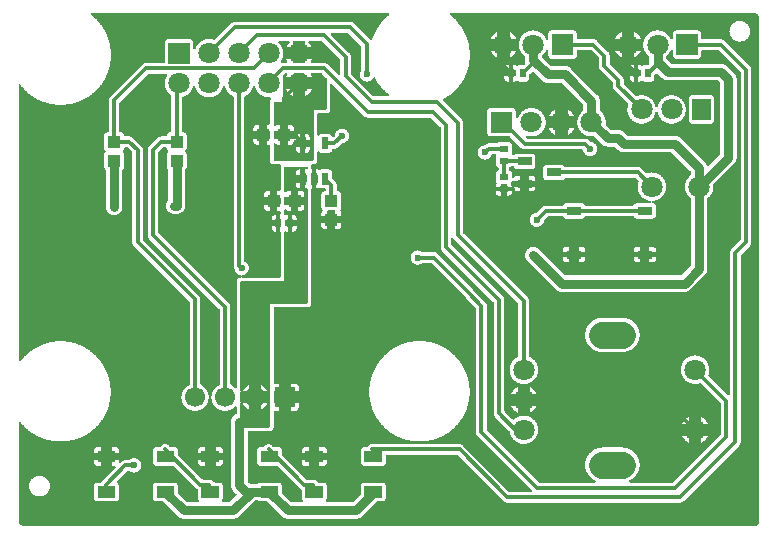
<source format=gtl>
G04 Layer: TopLayer*
G04 EasyEDA v6.3.53, 2020-06-18T10:34:05+08:00*
G04 fc4558d4a1fd407c996c982f62b69df0,fed530592efb474aaabf7115e2e2b964,10*
G04 Gerber Generator version 0.2*
G04 Scale: 100 percent, Rotated: No, Reflected: No *
G04 Dimensions in millimeters *
G04 leading zeros omitted , absolute positions ,3 integer and 3 decimal *
%FSLAX33Y33*%
%MOMM*%
G90*
G71D02*

%ADD11C,0.799998*%
%ADD12C,0.299999*%
%ADD13C,0.599999*%
%ADD14R,1.250010X0.699999*%
%ADD15R,1.299997X0.699999*%
%ADD16R,1.099998X0.999998*%
%ADD18R,0.799998X0.499999*%
%ADD19R,0.499999X0.799998*%
%ADD20R,0.550012X0.999998*%
%ADD21R,0.999998X1.099998*%
%ADD22R,1.699997X1.699997*%
%ADD23C,1.699997*%
%ADD24C,1.799996*%
%ADD27C,2.299995*%

%LPD*%
G36*
G01X23104Y41348D02*
G01X22362Y41348D01*
G01X22348Y41347D01*
G01X22333Y41344D01*
G01X22320Y41339D01*
G01X22307Y41332D01*
G01X22296Y41323D01*
G01X22285Y41313D01*
G01X22277Y41301D01*
G01X22270Y41288D01*
G01X22265Y41275D01*
G01X22261Y41261D01*
G01X22260Y41246D01*
G01X22262Y41230D01*
G01X22266Y41214D01*
G01X22272Y41199D01*
G01X22281Y41185D01*
G01X22292Y41173D01*
G01X22327Y41138D01*
G01X22361Y41101D01*
G01X22394Y41063D01*
G01X22424Y41024D01*
G01X22454Y40983D01*
G01X22481Y40942D01*
G01X22507Y40899D01*
G01X22530Y40855D01*
G01X22553Y40810D01*
G01X22573Y40765D01*
G01X22591Y40718D01*
G01X22607Y40671D01*
G01X22622Y40623D01*
G01X22634Y40575D01*
G01X22645Y40521D01*
G01X22654Y40467D01*
G01X22660Y40412D01*
G01X22664Y40357D01*
G01X22665Y40302D01*
G01X22664Y40247D01*
G01X22660Y40192D01*
G01X22654Y40137D01*
G01X22645Y40083D01*
G01X22634Y40029D01*
G01X22621Y39977D01*
G01X22605Y39926D01*
G01X22587Y39876D01*
G01X22567Y39827D01*
G01X22545Y39778D01*
G01X22521Y39731D01*
G01X22495Y39684D01*
G01X22466Y39639D01*
G01X22459Y39626D01*
G01X22454Y39613D01*
G01X22451Y39598D01*
G01X22450Y39583D01*
G01X22451Y39569D01*
G01X22454Y39555D01*
G01X22459Y39541D01*
G01X22466Y39529D01*
G01X22474Y39517D01*
G01X22485Y39507D01*
G01X22496Y39498D01*
G01X22509Y39491D01*
G01X22523Y39486D01*
G01X22537Y39483D01*
G01X22551Y39482D01*
G01X22571Y39484D01*
G01X22613Y39490D01*
G01X22657Y39492D01*
G01X22908Y39492D01*
G01X22922Y39493D01*
G01X22936Y39496D01*
G01X22950Y39501D01*
G01X22963Y39508D01*
G01X22974Y39517D01*
G01X22985Y39527D01*
G01X22993Y39539D01*
G01X23000Y39551D01*
G01X23005Y39565D01*
G01X23008Y39579D01*
G01X23009Y39594D01*
G01X23008Y39608D01*
G01X23005Y39622D01*
G01X23000Y39636D01*
G01X22993Y39649D01*
G01X22965Y39694D01*
G01X22939Y39741D01*
G01X22915Y39788D01*
G01X23489Y39788D01*
G01X23489Y39594D01*
G01X23490Y39579D01*
G01X23493Y39565D01*
G01X23498Y39551D01*
G01X23505Y39539D01*
G01X23514Y39527D01*
G01X23524Y39517D01*
G01X23536Y39508D01*
G01X23549Y39501D01*
G01X23562Y39496D01*
G01X23576Y39493D01*
G01X23591Y39492D01*
G01X24415Y39492D01*
G01X24429Y39493D01*
G01X24443Y39496D01*
G01X24457Y39501D01*
G01X24470Y39508D01*
G01X24481Y39517D01*
G01X24491Y39527D01*
G01X24500Y39539D01*
G01X24507Y39551D01*
G01X24512Y39565D01*
G01X24515Y39579D01*
G01X24516Y39594D01*
G01X24516Y39788D01*
G01X25090Y39788D01*
G01X25066Y39741D01*
G01X25040Y39694D01*
G01X25013Y39649D01*
G01X25005Y39636D01*
G01X25000Y39622D01*
G01X24997Y39608D01*
G01X24996Y39594D01*
G01X24997Y39579D01*
G01X25000Y39565D01*
G01X25005Y39551D01*
G01X25012Y39539D01*
G01X25021Y39527D01*
G01X25031Y39517D01*
G01X25043Y39508D01*
G01X25056Y39501D01*
G01X25069Y39496D01*
G01X25083Y39493D01*
G01X25098Y39492D01*
G01X26106Y39492D01*
G01X26138Y39491D01*
G01X26170Y39487D01*
G01X26202Y39482D01*
G01X26233Y39474D01*
G01X26264Y39463D01*
G01X26294Y39451D01*
G01X26323Y39437D01*
G01X26351Y39420D01*
G01X26377Y39402D01*
G01X26402Y39381D01*
G01X26426Y39359D01*
G01X27321Y38464D01*
G01X27334Y38453D01*
G01X27347Y38445D01*
G01X27362Y38439D01*
G01X27377Y38435D01*
G01X27393Y38434D01*
G01X27408Y38435D01*
G01X27422Y38438D01*
G01X27436Y38443D01*
G01X27448Y38450D01*
G01X27460Y38459D01*
G01X27470Y38469D01*
G01X27479Y38481D01*
G01X27486Y38493D01*
G01X27491Y38507D01*
G01X27494Y38521D01*
G01X27495Y38536D01*
G01X27495Y39770D01*
G01X27494Y39786D01*
G01X27490Y39801D01*
G01X27484Y39816D01*
G01X27476Y39830D01*
G01X27465Y39842D01*
G01X25989Y41318D01*
G01X25977Y41329D01*
G01X25963Y41337D01*
G01X25948Y41343D01*
G01X25933Y41347D01*
G01X25917Y41348D01*
G01X24902Y41348D01*
G01X24888Y41347D01*
G01X24873Y41344D01*
G01X24860Y41339D01*
G01X24847Y41332D01*
G01X24836Y41323D01*
G01X24825Y41313D01*
G01X24817Y41301D01*
G01X24810Y41288D01*
G01X24805Y41275D01*
G01X24801Y41261D01*
G01X24800Y41246D01*
G01X24802Y41230D01*
G01X24806Y41214D01*
G01X24812Y41199D01*
G01X24821Y41185D01*
G01X24832Y41173D01*
G01X24871Y41134D01*
G01X24909Y41093D01*
G01X24944Y41050D01*
G01X24978Y41006D01*
G01X25009Y40960D01*
G01X25038Y40913D01*
G01X25065Y40865D01*
G01X25090Y40815D01*
G01X24516Y40815D01*
G01X24516Y41246D01*
G01X24515Y41261D01*
G01X24512Y41275D01*
G01X24507Y41288D01*
G01X24500Y41301D01*
G01X24491Y41313D01*
G01X24481Y41323D01*
G01X24470Y41332D01*
G01X24457Y41339D01*
G01X24443Y41344D01*
G01X24429Y41347D01*
G01X24415Y41348D01*
G01X23591Y41348D01*
G01X23576Y41347D01*
G01X23562Y41344D01*
G01X23549Y41339D01*
G01X23536Y41332D01*
G01X23524Y41323D01*
G01X23514Y41313D01*
G01X23505Y41301D01*
G01X23498Y41288D01*
G01X23493Y41275D01*
G01X23490Y41261D01*
G01X23489Y41246D01*
G01X23489Y40815D01*
G01X22915Y40815D01*
G01X22940Y40865D01*
G01X22967Y40913D01*
G01X22997Y40960D01*
G01X23028Y41006D01*
G01X23061Y41050D01*
G01X23097Y41093D01*
G01X23134Y41134D01*
G01X23174Y41173D01*
G01X23185Y41185D01*
G01X23193Y41199D01*
G01X23200Y41214D01*
G01X23204Y41230D01*
G01X23205Y41246D01*
G01X23204Y41261D01*
G01X23201Y41275D01*
G01X23196Y41288D01*
G01X23189Y41301D01*
G01X23180Y41313D01*
G01X23170Y41323D01*
G01X23158Y41332D01*
G01X23146Y41339D01*
G01X23132Y41344D01*
G01X23118Y41347D01*
G01X23104Y41348D01*
G37*

%LPD*%
G36*
G01X28117Y42046D02*
G01X26786Y42046D01*
G01X26771Y42045D01*
G01X26757Y42042D01*
G01X26744Y42037D01*
G01X26731Y42030D01*
G01X26719Y42022D01*
G01X26709Y42011D01*
G01X26700Y42000D01*
G01X26693Y41987D01*
G01X26688Y41973D01*
G01X26685Y41959D01*
G01X26684Y41945D01*
G01X26685Y41929D01*
G01X26689Y41913D01*
G01X26695Y41899D01*
G01X26704Y41885D01*
G01X26714Y41873D01*
G01X28267Y40320D01*
G01X28289Y40296D01*
G01X28310Y40271D01*
G01X28328Y40244D01*
G01X28345Y40216D01*
G01X28359Y40188D01*
G01X28371Y40158D01*
G01X28382Y40127D01*
G01X28390Y40096D01*
G01X28395Y40064D01*
G01X28399Y40032D01*
G01X28400Y40000D01*
G01X28400Y38629D01*
G01X28401Y38613D01*
G01X28405Y38597D01*
G01X28411Y38583D01*
G01X28419Y38569D01*
G01X28430Y38557D01*
G01X30305Y36682D01*
G01X30317Y36672D01*
G01X30330Y36663D01*
G01X30345Y36657D01*
G01X30361Y36653D01*
G01X30377Y36652D01*
G01X31537Y36652D01*
G01X31552Y36653D01*
G01X31566Y36656D01*
G01X31579Y36661D01*
G01X31592Y36668D01*
G01X31604Y36677D01*
G01X31614Y36687D01*
G01X31623Y36699D01*
G01X31630Y36712D01*
G01X31635Y36725D01*
G01X31638Y36739D01*
G01X31639Y36754D01*
G01X31638Y36769D01*
G01X31634Y36784D01*
G01X31628Y36798D01*
G01X31621Y36812D01*
G01X31611Y36824D01*
G01X31600Y36834D01*
G01X31526Y36893D01*
G01X31453Y36954D01*
G01X31381Y37016D01*
G01X31311Y37080D01*
G01X31243Y37146D01*
G01X31176Y37213D01*
G01X31110Y37281D01*
G01X31046Y37351D01*
G01X30984Y37423D01*
G01X30923Y37496D01*
G01X30864Y37570D01*
G01X30806Y37645D01*
G01X30750Y37722D01*
G01X30696Y37800D01*
G01X30644Y37879D01*
G01X30593Y37959D01*
G01X30545Y38040D01*
G01X30498Y38123D01*
G01X30453Y38206D01*
G01X30444Y38219D01*
G01X30434Y38231D01*
G01X30422Y38241D01*
G01X30408Y38250D01*
G01X30394Y38256D01*
G01X30378Y38259D01*
G01X30363Y38260D01*
G01X30347Y38259D01*
G01X30332Y38256D01*
G01X30318Y38250D01*
G01X30305Y38242D01*
G01X30293Y38232D01*
G01X30282Y38221D01*
G01X30274Y38208D01*
G01X30256Y38177D01*
G01X30236Y38148D01*
G01X30214Y38120D01*
G01X30191Y38093D01*
G01X30166Y38067D01*
G01X30140Y38043D01*
G01X30112Y38021D01*
G01X30083Y38000D01*
G01X30053Y37981D01*
G01X30021Y37964D01*
G01X29989Y37948D01*
G01X29956Y37935D01*
G01X29922Y37924D01*
G01X29888Y37914D01*
G01X29853Y37907D01*
G01X29818Y37902D01*
G01X29782Y37898D01*
G01X29747Y37897D01*
G01X29712Y37898D01*
G01X29677Y37901D01*
G01X29642Y37907D01*
G01X29608Y37914D01*
G01X29574Y37923D01*
G01X29541Y37934D01*
G01X29508Y37947D01*
G01X29476Y37962D01*
G01X29445Y37978D01*
G01X29416Y37997D01*
G01X29387Y38017D01*
G01X29359Y38038D01*
G01X29333Y38062D01*
G01X29309Y38086D01*
G01X29285Y38113D01*
G01X29263Y38140D01*
G01X29243Y38169D01*
G01X29225Y38199D01*
G01X29208Y38230D01*
G01X29194Y38261D01*
G01X29181Y38294D01*
G01X29170Y38327D01*
G01X29160Y38361D01*
G01X29153Y38395D01*
G01X29148Y38430D01*
G01X29145Y38465D01*
G01X29144Y38500D01*
G01X29145Y38536D01*
G01X29149Y38573D01*
G01X29154Y38609D01*
G01X29162Y38644D01*
G01X29172Y38679D01*
G01X29183Y38714D01*
G01X29197Y38747D01*
G01X29213Y38780D01*
G01X29231Y38812D01*
G01X29251Y38842D01*
G01X29273Y38872D01*
G01X29282Y38886D01*
G01X29289Y38901D01*
G01X29293Y38918D01*
G01X29294Y38934D01*
G01X29294Y40869D01*
G01X29293Y40885D01*
G01X29289Y40900D01*
G01X29283Y40915D01*
G01X29275Y40929D01*
G01X29265Y40941D01*
G01X28189Y42017D01*
G01X28176Y42027D01*
G01X28163Y42035D01*
G01X28148Y42041D01*
G01X28133Y42045D01*
G01X28117Y42046D01*
G37*

%LPD*%
G36*
G01X22918Y38587D02*
G01X22886Y38587D01*
G01X22870Y38586D01*
G01X22855Y38582D01*
G01X22840Y38576D01*
G01X22826Y38568D01*
G01X22814Y38557D01*
G01X22677Y38419D01*
G01X22666Y38407D01*
G01X22658Y38394D01*
G01X22652Y38379D01*
G01X22648Y38364D01*
G01X22647Y38348D01*
G01X22647Y37981D01*
G01X22648Y37964D01*
G01X22656Y37913D01*
G01X22661Y37863D01*
G01X22664Y37812D01*
G01X22665Y37762D01*
G01X22664Y37711D01*
G01X22661Y37661D01*
G01X22656Y37610D01*
G01X22648Y37560D01*
G01X22647Y37543D01*
G01X22647Y36200D01*
G01X21948Y36200D01*
G01X21934Y36199D01*
G01X21920Y36196D01*
G01X21906Y36191D01*
G01X21893Y36184D01*
G01X21882Y36175D01*
G01X21872Y36165D01*
G01X21863Y36153D01*
G01X21856Y36140D01*
G01X21851Y36127D01*
G01X21848Y36113D01*
G01X21847Y36098D01*
G01X21847Y34222D01*
G01X21848Y34208D01*
G01X21851Y34194D01*
G01X21856Y34180D01*
G01X21863Y34168D01*
G01X21872Y34156D01*
G01X21882Y34146D01*
G01X21893Y34137D01*
G01X21906Y34130D01*
G01X21920Y34125D01*
G01X21934Y34122D01*
G01X21948Y34121D01*
G01X21965Y34122D01*
G01X21982Y34126D01*
G01X21997Y34133D01*
G01X22011Y34142D01*
G01X22041Y34172D01*
G01X22060Y34188D01*
G01X22081Y34203D01*
G01X22102Y34216D01*
G01X22125Y34227D01*
G01X22148Y34236D01*
G01X22172Y34243D01*
G01X22197Y34248D01*
G01X22222Y34251D01*
G01X22247Y34252D01*
G01X22433Y34252D01*
G01X22433Y33738D01*
G01X21948Y33738D01*
G01X21934Y33737D01*
G01X21920Y33734D01*
G01X21906Y33729D01*
G01X21893Y33722D01*
G01X21882Y33714D01*
G01X21872Y33703D01*
G01X21863Y33692D01*
G01X21856Y33679D01*
G01X21851Y33665D01*
G01X21848Y33651D01*
G01X21847Y33637D01*
G01X21847Y33163D01*
G01X21848Y33148D01*
G01X21851Y33134D01*
G01X21856Y33121D01*
G01X21863Y33108D01*
G01X21872Y33096D01*
G01X21882Y33086D01*
G01X21893Y33077D01*
G01X21906Y33071D01*
G01X21920Y33065D01*
G01X21934Y33062D01*
G01X21948Y33061D01*
G01X22433Y33061D01*
G01X22433Y32547D01*
G01X22247Y32547D01*
G01X22222Y32548D01*
G01X22197Y32551D01*
G01X22172Y32557D01*
G01X22148Y32564D01*
G01X22125Y32573D01*
G01X22102Y32584D01*
G01X22081Y32597D01*
G01X22060Y32612D01*
G01X22041Y32628D01*
G01X22023Y32646D01*
G01X22011Y32657D01*
G01X21997Y32666D01*
G01X21982Y32673D01*
G01X21965Y32677D01*
G01X21948Y32679D01*
G01X21934Y32678D01*
G01X21920Y32675D01*
G01X21906Y32670D01*
G01X21893Y32663D01*
G01X21882Y32654D01*
G01X21872Y32644D01*
G01X21863Y32632D01*
G01X21856Y32619D01*
G01X21851Y32606D01*
G01X21848Y32592D01*
G01X21847Y32577D01*
G01X21847Y31301D01*
G01X21848Y31287D01*
G01X21851Y31273D01*
G01X21856Y31259D01*
G01X21863Y31247D01*
G01X21872Y31235D01*
G01X21882Y31225D01*
G01X21893Y31216D01*
G01X21906Y31209D01*
G01X21920Y31204D01*
G01X21934Y31201D01*
G01X21948Y31200D01*
G01X25145Y31200D01*
G01X25160Y31201D01*
G01X25174Y31204D01*
G01X25187Y31209D01*
G01X25200Y31216D01*
G01X25212Y31225D01*
G01X25222Y31235D01*
G01X25231Y31247D01*
G01X25238Y31259D01*
G01X25243Y31273D01*
G01X25246Y31287D01*
G01X25247Y31301D01*
G01X25247Y35500D01*
G01X26245Y35500D01*
G01X26260Y35501D01*
G01X26274Y35504D01*
G01X26287Y35509D01*
G01X26300Y35516D01*
G01X26312Y35525D01*
G01X26322Y35535D01*
G01X26331Y35546D01*
G01X26338Y35559D01*
G01X26343Y35573D01*
G01X26346Y35587D01*
G01X26347Y35601D01*
G01X26347Y38116D01*
G01X26346Y38132D01*
G01X26342Y38148D01*
G01X26336Y38163D01*
G01X26327Y38176D01*
G01X26317Y38188D01*
G01X25948Y38557D01*
G01X25936Y38568D01*
G01X25923Y38576D01*
G01X25908Y38582D01*
G01X25892Y38586D01*
G01X25876Y38587D01*
G01X25088Y38587D01*
G01X25073Y38586D01*
G01X25059Y38583D01*
G01X25046Y38578D01*
G01X25033Y38571D01*
G01X25021Y38562D01*
G01X25011Y38552D01*
G01X25002Y38540D01*
G01X24995Y38528D01*
G01X24990Y38514D01*
G01X24987Y38500D01*
G01X24986Y38485D01*
G01X24987Y38470D01*
G01X24991Y38456D01*
G01X24996Y38442D01*
G01X25003Y38429D01*
G01X25035Y38379D01*
G01X25064Y38328D01*
G01X25090Y38275D01*
G01X24516Y38275D01*
G01X24516Y38485D01*
G01X24515Y38500D01*
G01X24512Y38514D01*
G01X24507Y38528D01*
G01X24500Y38540D01*
G01X24491Y38552D01*
G01X24481Y38562D01*
G01X24470Y38571D01*
G01X24457Y38578D01*
G01X24443Y38583D01*
G01X24429Y38586D01*
G01X24415Y38587D01*
G01X23591Y38587D01*
G01X23576Y38586D01*
G01X23562Y38583D01*
G01X23549Y38578D01*
G01X23536Y38571D01*
G01X23524Y38562D01*
G01X23514Y38552D01*
G01X23505Y38540D01*
G01X23498Y38528D01*
G01X23493Y38514D01*
G01X23490Y38500D01*
G01X23489Y38485D01*
G01X23489Y38275D01*
G01X22915Y38275D01*
G01X22942Y38328D01*
G01X22971Y38379D01*
G01X23002Y38429D01*
G01X23010Y38442D01*
G01X23015Y38456D01*
G01X23018Y38470D01*
G01X23019Y38485D01*
G01X23018Y38500D01*
G01X23015Y38514D01*
G01X23010Y38528D01*
G01X23003Y38540D01*
G01X22995Y38552D01*
G01X22984Y38562D01*
G01X22973Y38571D01*
G01X22960Y38578D01*
G01X22946Y38583D01*
G01X22932Y38586D01*
G01X22918Y38587D01*
G37*

%LPC*%
G36*
G01X24122Y33460D02*
G01X24048Y33460D01*
G01X24022Y33459D01*
G01X23997Y33456D01*
G01X23972Y33451D01*
G01X23947Y33443D01*
G01X23924Y33434D01*
G01X23901Y33422D01*
G01X23879Y33409D01*
G01X23858Y33394D01*
G01X23839Y33377D01*
G01X23821Y33359D01*
G01X23805Y33339D01*
G01X23791Y33318D01*
G01X23778Y33295D01*
G01X23768Y33272D01*
G01X23759Y33248D01*
G01X23752Y33223D01*
G01X23752Y33163D01*
G01X23751Y33148D01*
G01X23748Y33134D01*
G01X23743Y33121D01*
G01X23736Y33108D01*
G01X23728Y33096D01*
G01X23717Y33086D01*
G01X23706Y33077D01*
G01X23693Y33071D01*
G01X23679Y33065D01*
G01X23665Y33062D01*
G01X23651Y33061D01*
G01X23060Y33061D01*
G01X23060Y32547D01*
G01X23247Y32547D01*
G01X23272Y32548D01*
G01X23298Y32552D01*
G01X23323Y32557D01*
G01X23347Y32564D01*
G01X23371Y32574D01*
G01X23394Y32585D01*
G01X23415Y32599D01*
G01X23436Y32614D01*
G01X23455Y32631D01*
G01X23473Y32649D01*
G01X23489Y32669D01*
G01X23504Y32690D01*
G01X23516Y32712D01*
G01X23527Y32736D01*
G01X23535Y32760D01*
G01X23542Y32784D01*
G01X23542Y32870D01*
G01X23543Y32884D01*
G01X23546Y32898D01*
G01X23551Y32912D01*
G01X23558Y32925D01*
G01X23567Y32936D01*
G01X23577Y32947D01*
G01X23589Y32955D01*
G01X23601Y32962D01*
G01X23615Y32967D01*
G01X23629Y32970D01*
G01X23644Y32971D01*
G01X24122Y32971D01*
G01X24122Y33460D01*
G37*
G36*
G01X23489Y37248D02*
G01X22915Y37248D01*
G01X22939Y37202D01*
G01X22964Y37157D01*
G01X22991Y37113D01*
G01X23019Y37070D01*
G01X23050Y37028D01*
G01X23083Y36988D01*
G01X23117Y36949D01*
G01X23152Y36911D01*
G01X23190Y36876D01*
G01X23229Y36842D01*
G01X23269Y36809D01*
G01X23311Y36778D01*
G01X23354Y36750D01*
G01X23398Y36723D01*
G01X23443Y36698D01*
G01X23489Y36674D01*
G01X23489Y37248D01*
G37*
G36*
G01X25090Y37248D02*
G01X24516Y37248D01*
G01X24516Y36674D01*
G01X24563Y36698D01*
G01X24608Y36723D01*
G01X24652Y36750D01*
G01X24695Y36778D01*
G01X24737Y36809D01*
G01X24777Y36842D01*
G01X24816Y36876D01*
G01X24853Y36911D01*
G01X24889Y36949D01*
G01X24923Y36988D01*
G01X24955Y37028D01*
G01X24986Y37070D01*
G01X25015Y37113D01*
G01X25042Y37157D01*
G01X25067Y37202D01*
G01X25090Y37248D01*
G37*
G36*
G01X23247Y34252D02*
G01X23060Y34252D01*
G01X23060Y33738D01*
G01X23549Y33738D01*
G01X23549Y33950D01*
G01X23548Y33975D01*
G01X23545Y34000D01*
G01X23540Y34024D01*
G01X23533Y34048D01*
G01X23524Y34071D01*
G01X23513Y34094D01*
G01X23500Y34115D01*
G01X23485Y34136D01*
G01X23469Y34155D01*
G01X23452Y34172D01*
G01X23433Y34189D01*
G01X23412Y34203D01*
G01X23391Y34216D01*
G01X23368Y34227D01*
G01X23345Y34236D01*
G01X23321Y34243D01*
G01X23297Y34248D01*
G01X23272Y34251D01*
G01X23247Y34252D01*
G37*
G36*
G01X24598Y33460D02*
G01X24524Y33460D01*
G01X24524Y32971D01*
G01X24900Y32971D01*
G01X24900Y33158D01*
G01X24899Y33183D01*
G01X24896Y33208D01*
G01X24891Y33232D01*
G01X24884Y33256D01*
G01X24875Y33279D01*
G01X24864Y33302D01*
G01X24851Y33323D01*
G01X24837Y33344D01*
G01X24820Y33363D01*
G01X24803Y33380D01*
G01X24784Y33397D01*
G01X24763Y33411D01*
G01X24742Y33424D01*
G01X24719Y33435D01*
G01X24696Y33444D01*
G01X24672Y33451D01*
G01X24648Y33456D01*
G01X24623Y33459D01*
G01X24598Y33460D01*
G37*
G36*
G01X24122Y32344D02*
G01X23745Y32344D01*
G01X23745Y32158D01*
G01X23746Y32133D01*
G01X23749Y32108D01*
G01X23755Y32084D01*
G01X23762Y32060D01*
G01X23771Y32036D01*
G01X23782Y32014D01*
G01X23795Y31992D01*
G01X23809Y31972D01*
G01X23825Y31953D01*
G01X23843Y31935D01*
G01X23862Y31919D01*
G01X23882Y31905D01*
G01X23904Y31892D01*
G01X23926Y31881D01*
G01X23950Y31872D01*
G01X23974Y31865D01*
G01X23998Y31860D01*
G01X24023Y31856D01*
G01X24048Y31855D01*
G01X24122Y31855D01*
G01X24122Y32344D01*
G37*
G36*
G01X24900Y32344D02*
G01X24524Y32344D01*
G01X24524Y31855D01*
G01X24598Y31855D01*
G01X24623Y31856D01*
G01X24648Y31860D01*
G01X24672Y31865D01*
G01X24696Y31872D01*
G01X24719Y31881D01*
G01X24742Y31892D01*
G01X24763Y31905D01*
G01X24784Y31919D01*
G01X24803Y31935D01*
G01X24820Y31953D01*
G01X24837Y31972D01*
G01X24851Y31992D01*
G01X24864Y32014D01*
G01X24875Y32036D01*
G01X24884Y32060D01*
G01X24891Y32084D01*
G01X24896Y32108D01*
G01X24899Y32133D01*
G01X24900Y32158D01*
G01X24900Y32344D01*
G37*

%LPD*%
G36*
G01X20208Y37566D02*
G01X20193Y37567D01*
G01X20178Y37566D01*
G01X20163Y37563D01*
G01X20149Y37557D01*
G01X20136Y37550D01*
G01X20124Y37540D01*
G01X20114Y37529D01*
G01X20105Y37517D01*
G01X20098Y37503D01*
G01X20094Y37489D01*
G01X20081Y37438D01*
G01X20066Y37389D01*
G01X20049Y37340D01*
G01X20030Y37292D01*
G01X20009Y37245D01*
G01X19985Y37199D01*
G01X19960Y37154D01*
G01X19933Y37110D01*
G01X19904Y37067D01*
G01X19873Y37025D01*
G01X19841Y36985D01*
G01X19807Y36946D01*
G01X19771Y36909D01*
G01X19733Y36874D01*
G01X19695Y36840D01*
G01X19654Y36807D01*
G01X19612Y36777D01*
G01X19569Y36748D01*
G01X19525Y36721D01*
G01X19480Y36696D01*
G01X19434Y36673D01*
G01X19421Y36666D01*
G01X19410Y36658D01*
G01X19400Y36647D01*
G01X19391Y36636D01*
G01X19384Y36623D01*
G01X19379Y36610D01*
G01X19376Y36596D01*
G01X19375Y36581D01*
G01X19375Y22722D01*
G01X19377Y22706D01*
G01X19380Y22691D01*
G01X19386Y22676D01*
G01X19394Y22663D01*
G01X19404Y22651D01*
G01X19416Y22640D01*
G01X19429Y22632D01*
G01X19461Y22614D01*
G01X19491Y22594D01*
G01X19520Y22573D01*
G01X19548Y22549D01*
G01X19574Y22524D01*
G01X19599Y22498D01*
G01X19622Y22470D01*
G01X19643Y22441D01*
G01X19663Y22410D01*
G01X19680Y22379D01*
G01X19696Y22346D01*
G01X19710Y22313D01*
G01X19722Y22278D01*
G01X19732Y22243D01*
G01X19739Y22208D01*
G01X19744Y22172D01*
G01X19748Y22136D01*
G01X19749Y22100D01*
G01X19748Y22064D01*
G01X19745Y22029D01*
G01X19739Y21994D01*
G01X19732Y21959D01*
G01X19723Y21924D01*
G01X19711Y21891D01*
G01X19698Y21858D01*
G01X19683Y21826D01*
G01X19666Y21794D01*
G01X19647Y21764D01*
G01X19626Y21735D01*
G01X19604Y21708D01*
G01X19580Y21681D01*
G01X19554Y21656D01*
G01X19527Y21633D01*
G01X19499Y21611D01*
G01X19469Y21591D01*
G01X19439Y21573D01*
G01X19407Y21557D01*
G01X19375Y21542D01*
G01X19341Y21530D01*
G01X19307Y21519D01*
G01X19273Y21511D01*
G01X19238Y21504D01*
G01X19224Y21501D01*
G01X19210Y21496D01*
G01X19198Y21489D01*
G01X19186Y21480D01*
G01X19176Y21470D01*
G01X19167Y21459D01*
G01X19161Y21446D01*
G01X19156Y21432D01*
G01X19153Y21418D01*
G01X19152Y21404D01*
G01X19153Y21390D01*
G01X19156Y21375D01*
G01X19161Y21362D01*
G01X19168Y21349D01*
G01X19176Y21337D01*
G01X19187Y21327D01*
G01X19198Y21318D01*
G01X19211Y21312D01*
G01X19225Y21306D01*
G01X19239Y21303D01*
G01X19253Y21302D01*
G01X22343Y21302D01*
G01X22357Y21303D01*
G01X22371Y21306D01*
G01X22385Y21312D01*
G01X22398Y21318D01*
G01X22409Y21327D01*
G01X22419Y21337D01*
G01X22428Y21349D01*
G01X22435Y21362D01*
G01X22440Y21375D01*
G01X22443Y21390D01*
G01X22444Y21404D01*
G01X22444Y25096D01*
G01X22443Y25110D01*
G01X22440Y25124D01*
G01X22435Y25138D01*
G01X22435Y25696D01*
G01X22440Y25710D01*
G01X22443Y25724D01*
G01X22444Y25738D01*
G01X22444Y26062D01*
G01X22443Y26076D01*
G01X22440Y26090D01*
G01X22435Y26104D01*
G01X22435Y26662D01*
G01X22440Y26676D01*
G01X22443Y26690D01*
G01X22444Y26704D01*
G01X22444Y26846D01*
G01X22443Y26860D01*
G01X22440Y26874D01*
G01X22435Y26888D01*
G01X22428Y26901D01*
G01X22419Y26912D01*
G01X22409Y26923D01*
G01X22398Y26931D01*
G01X22385Y26938D01*
G01X22371Y26943D01*
G01X22357Y26946D01*
G01X22343Y26947D01*
G01X22160Y26947D01*
G01X22160Y27461D01*
G01X22343Y27461D01*
G01X22357Y27462D01*
G01X22371Y27465D01*
G01X22385Y27471D01*
G01X22398Y27477D01*
G01X22409Y27486D01*
G01X22419Y27496D01*
G01X22428Y27508D01*
G01X22435Y27521D01*
G01X22440Y27534D01*
G01X22443Y27548D01*
G01X22444Y27563D01*
G01X22444Y28037D01*
G01X22443Y28051D01*
G01X22440Y28065D01*
G01X22435Y28079D01*
G01X22428Y28092D01*
G01X22419Y28103D01*
G01X22409Y28114D01*
G01X22398Y28122D01*
G01X22385Y28129D01*
G01X22371Y28134D01*
G01X22357Y28137D01*
G01X22343Y28138D01*
G01X22160Y28138D01*
G01X22160Y28652D01*
G01X22343Y28652D01*
G01X22357Y28653D01*
G01X22371Y28656D01*
G01X22385Y28662D01*
G01X22398Y28669D01*
G01X22409Y28677D01*
G01X22419Y28687D01*
G01X22428Y28699D01*
G01X22435Y28712D01*
G01X22440Y28725D01*
G01X22443Y28740D01*
G01X22444Y28754D01*
G01X22444Y30700D01*
G01X22446Y30736D01*
G01X22453Y30772D01*
G01X22456Y30796D01*
G01X22455Y30810D01*
G01X22452Y30824D01*
G01X22447Y30838D01*
G01X22440Y30851D01*
G01X22431Y30862D01*
G01X22421Y30873D01*
G01X22409Y30881D01*
G01X22396Y30888D01*
G01X22383Y30893D01*
G01X22369Y30896D01*
G01X22354Y30897D01*
G01X21847Y30897D01*
G01X21822Y30898D01*
G01X21797Y30901D01*
G01X21773Y30907D01*
G01X21749Y30914D01*
G01X21725Y30923D01*
G01X21703Y30934D01*
G01X21681Y30947D01*
G01X21661Y30961D01*
G01X21642Y30977D01*
G01X21624Y30995D01*
G01X21608Y31014D01*
G01X21594Y31034D01*
G01X21581Y31056D01*
G01X21570Y31078D01*
G01X21561Y31102D01*
G01X21554Y31126D01*
G01X21548Y31150D01*
G01X21545Y31175D01*
G01X21544Y31200D01*
G01X21544Y32446D01*
G01X21543Y32460D01*
G01X21540Y32474D01*
G01X21535Y32488D01*
G01X21528Y32501D01*
G01X21519Y32512D01*
G01X21509Y32522D01*
G01X21498Y32531D01*
G01X21485Y32538D01*
G01X21471Y32543D01*
G01X21457Y32546D01*
G01X21443Y32547D01*
G01X21260Y32547D01*
G01X21260Y33061D01*
G01X21443Y33061D01*
G01X21457Y33062D01*
G01X21471Y33065D01*
G01X21485Y33071D01*
G01X21498Y33077D01*
G01X21509Y33086D01*
G01X21519Y33096D01*
G01X21528Y33108D01*
G01X21535Y33121D01*
G01X21540Y33134D01*
G01X21543Y33148D01*
G01X21544Y33163D01*
G01X21544Y33637D01*
G01X21543Y33651D01*
G01X21540Y33665D01*
G01X21535Y33679D01*
G01X21528Y33692D01*
G01X21519Y33703D01*
G01X21509Y33714D01*
G01X21498Y33722D01*
G01X21485Y33729D01*
G01X21471Y33734D01*
G01X21457Y33737D01*
G01X21443Y33738D01*
G01X21260Y33738D01*
G01X21260Y34252D01*
G01X21443Y34252D01*
G01X21457Y34253D01*
G01X21471Y34256D01*
G01X21485Y34262D01*
G01X21498Y34268D01*
G01X21509Y34277D01*
G01X21519Y34287D01*
G01X21528Y34299D01*
G01X21535Y34312D01*
G01X21540Y34325D01*
G01X21543Y34340D01*
G01X21544Y34354D01*
G01X21544Y36200D01*
G01X21545Y36226D01*
G01X21549Y36252D01*
G01X21555Y36278D01*
G01X21563Y36303D01*
G01X21573Y36328D01*
G01X21585Y36351D01*
G01X21599Y36374D01*
G01X21615Y36394D01*
G01X21625Y36409D01*
G01X21633Y36425D01*
G01X21637Y36442D01*
G01X21639Y36460D01*
G01X21638Y36474D01*
G01X21635Y36488D01*
G01X21630Y36502D01*
G01X21623Y36515D01*
G01X21614Y36526D01*
G01X21604Y36537D01*
G01X21592Y36545D01*
G01X21580Y36552D01*
G01X21566Y36557D01*
G01X21552Y36560D01*
G01X21537Y36561D01*
G01X21532Y36561D01*
G01X21463Y36559D01*
G01X21412Y36560D01*
G01X21362Y36564D01*
G01X21312Y36569D01*
G01X21262Y36576D01*
G01X21213Y36586D01*
G01X21163Y36597D01*
G01X21115Y36611D01*
G01X21067Y36626D01*
G01X21020Y36644D01*
G01X20973Y36663D01*
G01X20928Y36685D01*
G01X20883Y36708D01*
G01X20839Y36734D01*
G01X20797Y36761D01*
G01X20755Y36789D01*
G01X20715Y36820D01*
G01X20676Y36852D01*
G01X20639Y36886D01*
G01X20603Y36921D01*
G01X20569Y36958D01*
G01X20536Y36996D01*
G01X20504Y37036D01*
G01X20475Y37076D01*
G01X20447Y37118D01*
G01X20421Y37162D01*
G01X20397Y37206D01*
G01X20374Y37251D01*
G01X20354Y37297D01*
G01X20335Y37344D01*
G01X20319Y37391D01*
G01X20304Y37440D01*
G01X20292Y37489D01*
G01X20287Y37503D01*
G01X20281Y37517D01*
G01X20272Y37529D01*
G01X20262Y37540D01*
G01X20250Y37550D01*
G01X20237Y37557D01*
G01X20223Y37563D01*
G01X20208Y37566D01*
G37*

%LPC*%
G36*
G01X20633Y34252D02*
G01X20447Y34252D01*
G01X20422Y34251D01*
G01X20397Y34248D01*
G01X20373Y34243D01*
G01X20349Y34236D01*
G01X20325Y34227D01*
G01X20303Y34216D01*
G01X20281Y34203D01*
G01X20261Y34189D01*
G01X20242Y34172D01*
G01X20224Y34155D01*
G01X20208Y34136D01*
G01X20194Y34115D01*
G01X20181Y34094D01*
G01X20170Y34071D01*
G01X20161Y34048D01*
G01X20154Y34024D01*
G01X20148Y34000D01*
G01X20145Y33975D01*
G01X20144Y33950D01*
G01X20144Y33738D01*
G01X20633Y33738D01*
G01X20633Y34252D01*
G37*
G36*
G01X20633Y33061D02*
G01X20144Y33061D01*
G01X20144Y32850D01*
G01X20145Y32825D01*
G01X20148Y32800D01*
G01X20154Y32776D01*
G01X20161Y32752D01*
G01X20170Y32728D01*
G01X20181Y32706D01*
G01X20194Y32684D01*
G01X20208Y32664D01*
G01X20224Y32645D01*
G01X20242Y32627D01*
G01X20261Y32611D01*
G01X20281Y32597D01*
G01X20303Y32584D01*
G01X20325Y32573D01*
G01X20349Y32564D01*
G01X20373Y32557D01*
G01X20397Y32551D01*
G01X20422Y32548D01*
G01X20447Y32547D01*
G01X20633Y32547D01*
G01X20633Y33061D01*
G37*
G36*
G01X21533Y27461D02*
G01X21044Y27461D01*
G01X21044Y27250D01*
G01X21045Y27225D01*
G01X21048Y27200D01*
G01X21054Y27176D01*
G01X21061Y27152D01*
G01X21070Y27128D01*
G01X21081Y27106D01*
G01X21094Y27084D01*
G01X21108Y27064D01*
G01X21124Y27045D01*
G01X21142Y27027D01*
G01X21161Y27011D01*
G01X21181Y26997D01*
G01X21203Y26984D01*
G01X21225Y26973D01*
G01X21249Y26964D01*
G01X21273Y26957D01*
G01X21297Y26951D01*
G01X21322Y26948D01*
G01X21347Y26947D01*
G01X21533Y26947D01*
G01X21533Y27461D01*
G37*
G36*
G01X21533Y28652D02*
G01X21347Y28652D01*
G01X21322Y28651D01*
G01X21297Y28648D01*
G01X21273Y28643D01*
G01X21249Y28636D01*
G01X21225Y28627D01*
G01X21203Y28616D01*
G01X21181Y28603D01*
G01X21161Y28589D01*
G01X21142Y28572D01*
G01X21124Y28555D01*
G01X21108Y28536D01*
G01X21094Y28515D01*
G01X21081Y28494D01*
G01X21070Y28471D01*
G01X21061Y28448D01*
G01X21054Y28424D01*
G01X21048Y28400D01*
G01X21045Y28375D01*
G01X21044Y28350D01*
G01X21044Y28138D01*
G01X21533Y28138D01*
G01X21533Y28652D01*
G37*
G36*
G01X22058Y25636D02*
G01X21694Y25636D01*
G01X21694Y25500D01*
G01X21695Y25475D01*
G01X21698Y25450D01*
G01X21704Y25426D01*
G01X21711Y25402D01*
G01X21720Y25378D01*
G01X21731Y25356D01*
G01X21744Y25334D01*
G01X21758Y25314D01*
G01X21774Y25295D01*
G01X21792Y25277D01*
G01X21811Y25261D01*
G01X21831Y25247D01*
G01X21853Y25234D01*
G01X21875Y25223D01*
G01X21899Y25214D01*
G01X21923Y25207D01*
G01X21947Y25202D01*
G01X21972Y25198D01*
G01X21997Y25197D01*
G01X22058Y25197D01*
G01X22058Y25636D01*
G37*
G36*
G01X22058Y26602D02*
G01X21997Y26602D01*
G01X21972Y26601D01*
G01X21947Y26598D01*
G01X21923Y26593D01*
G01X21899Y26586D01*
G01X21875Y26577D01*
G01X21853Y26566D01*
G01X21831Y26553D01*
G01X21811Y26539D01*
G01X21792Y26522D01*
G01X21774Y26505D01*
G01X21758Y26486D01*
G01X21744Y26465D01*
G01X21731Y26444D01*
G01X21720Y26421D01*
G01X21711Y26398D01*
G01X21704Y26374D01*
G01X21698Y26350D01*
G01X21695Y26325D01*
G01X21694Y26300D01*
G01X21694Y26163D01*
G01X22058Y26163D01*
G01X22058Y26602D01*
G37*

%LPD*%
G36*
G01X15128Y37566D02*
G01X15113Y37567D01*
G01X15098Y37566D01*
G01X15083Y37563D01*
G01X15069Y37557D01*
G01X15056Y37550D01*
G01X15044Y37540D01*
G01X15034Y37529D01*
G01X15025Y37517D01*
G01X15018Y37503D01*
G01X15014Y37489D01*
G01X15001Y37439D01*
G01X14986Y37390D01*
G01X14970Y37342D01*
G01X14951Y37294D01*
G01X14930Y37248D01*
G01X14907Y37202D01*
G01X14882Y37157D01*
G01X14856Y37113D01*
G01X14827Y37071D01*
G01X14797Y37030D01*
G01X14765Y36990D01*
G01X14731Y36951D01*
G01X14696Y36914D01*
G01X14659Y36879D01*
G01X14621Y36845D01*
G01X14581Y36813D01*
G01X14540Y36782D01*
G01X14498Y36753D01*
G01X14454Y36726D01*
G01X14410Y36701D01*
G01X14364Y36678D01*
G01X14318Y36657D01*
G01X14270Y36638D01*
G01X14222Y36621D01*
G01X14173Y36606D01*
G01X14159Y36601D01*
G01X14146Y36594D01*
G01X14135Y36585D01*
G01X14124Y36575D01*
G01X14116Y36563D01*
G01X14109Y36550D01*
G01X14103Y36537D01*
G01X14100Y36522D01*
G01X14099Y36508D01*
G01X14099Y33704D01*
G01X14100Y33690D01*
G01X14103Y33675D01*
G01X14108Y33662D01*
G01X14115Y33649D01*
G01X14124Y33638D01*
G01X14134Y33627D01*
G01X14145Y33619D01*
G01X14158Y33612D01*
G01X14172Y33607D01*
G01X14186Y33603D01*
G01X14200Y33602D01*
G01X14225Y33601D01*
G01X14249Y33598D01*
G01X14274Y33592D01*
G01X14297Y33585D01*
G01X14320Y33576D01*
G01X14343Y33565D01*
G01X14364Y33552D01*
G01X14384Y33537D01*
G01X14403Y33521D01*
G01X14420Y33504D01*
G01X14436Y33485D01*
G01X14451Y33464D01*
G01X14463Y33443D01*
G01X14474Y33421D01*
G01X14483Y33397D01*
G01X14490Y33374D01*
G01X14495Y33349D01*
G01X14498Y33325D01*
G01X14499Y33300D01*
G01X14499Y32300D01*
G01X14498Y32274D01*
G01X14495Y32249D01*
G01X14490Y32225D01*
G01X14483Y32200D01*
G01X14473Y32177D01*
G01X14462Y32154D01*
G01X14449Y32133D01*
G01X14434Y32112D01*
G01X14418Y32093D01*
G01X14388Y32063D01*
G01X14379Y32049D01*
G01X14372Y32033D01*
G01X14367Y32017D01*
G01X14366Y32000D01*
G01X14367Y31983D01*
G01X14372Y31966D01*
G01X14379Y31951D01*
G01X14388Y31937D01*
G01X14399Y31924D01*
G01X14418Y31907D01*
G01X14434Y31887D01*
G01X14449Y31867D01*
G01X14462Y31845D01*
G01X14473Y31823D01*
G01X14482Y31799D01*
G01X14490Y31775D01*
G01X14495Y31750D01*
G01X14498Y31725D01*
G01X14499Y31700D01*
G01X14499Y30700D01*
G01X14498Y30673D01*
G01X14494Y30646D01*
G01X14489Y30620D01*
G01X14480Y30594D01*
G01X14470Y30570D01*
G01X14457Y30546D01*
G01X14442Y30523D01*
G01X14426Y30502D01*
G01X14407Y30483D01*
G01X14387Y30465D01*
G01X14376Y30454D01*
G01X14367Y30443D01*
G01X14359Y30429D01*
G01X14354Y30415D01*
G01X14350Y30401D01*
G01X14349Y30386D01*
G01X14349Y27400D01*
G01X14348Y27362D01*
G01X14345Y27324D01*
G01X14340Y27286D01*
G01X14333Y27249D01*
G01X14324Y27212D01*
G01X14313Y27176D01*
G01X14299Y27140D01*
G01X14284Y27105D01*
G01X14267Y27071D01*
G01X14249Y27038D01*
G01X14228Y27006D01*
G01X14206Y26975D01*
G01X14182Y26945D01*
G01X14157Y26917D01*
G01X14130Y26890D01*
G01X14102Y26864D01*
G01X14072Y26841D01*
G01X14041Y26818D01*
G01X14009Y26798D01*
G01X13976Y26779D01*
G01X13942Y26762D01*
G01X13907Y26747D01*
G01X13871Y26734D01*
G01X13835Y26723D01*
G01X13798Y26714D01*
G01X13760Y26707D01*
G01X13723Y26701D01*
G01X13685Y26698D01*
G01X13647Y26697D01*
G01X13447Y26697D01*
G01X13409Y26698D01*
G01X13371Y26701D01*
G01X13333Y26707D01*
G01X13296Y26714D01*
G01X13259Y26723D01*
G01X13223Y26734D01*
G01X13187Y26747D01*
G01X13152Y26762D01*
G01X13118Y26779D01*
G01X13085Y26798D01*
G01X13053Y26818D01*
G01X13022Y26841D01*
G01X12992Y26864D01*
G01X12964Y26890D01*
G01X12937Y26917D01*
G01X12911Y26945D01*
G01X12888Y26975D01*
G01X12865Y27006D01*
G01X12845Y27038D01*
G01X12826Y27071D01*
G01X12809Y27105D01*
G01X12794Y27140D01*
G01X12781Y27176D01*
G01X12770Y27212D01*
G01X12761Y27249D01*
G01X12754Y27286D01*
G01X12748Y27324D01*
G01X12745Y27362D01*
G01X12744Y27400D01*
G01X12745Y27439D01*
G01X12749Y27478D01*
G01X12754Y27516D01*
G01X12762Y27554D01*
G01X12771Y27592D01*
G01X12783Y27629D01*
G01X12797Y27666D01*
G01X12812Y27701D01*
G01X12830Y27736D01*
G01X12850Y27770D01*
G01X12871Y27802D01*
G01X12894Y27834D01*
G01X12919Y27864D01*
G01X12928Y27875D01*
G01X12935Y27888D01*
G01X12940Y27902D01*
G01X12943Y27916D01*
G01X12944Y27931D01*
G01X12944Y30386D01*
G01X12943Y30401D01*
G01X12940Y30415D01*
G01X12934Y30429D01*
G01X12927Y30442D01*
G01X12918Y30454D01*
G01X12907Y30465D01*
G01X12886Y30482D01*
G01X12868Y30502D01*
G01X12851Y30523D01*
G01X12836Y30546D01*
G01X12824Y30569D01*
G01X12813Y30594D01*
G01X12805Y30620D01*
G01X12799Y30646D01*
G01X12795Y30673D01*
G01X12794Y30700D01*
G01X12794Y31700D01*
G01X12795Y31725D01*
G01X12798Y31750D01*
G01X12804Y31775D01*
G01X12811Y31799D01*
G01X12820Y31823D01*
G01X12832Y31845D01*
G01X12845Y31867D01*
G01X12859Y31888D01*
G01X12876Y31907D01*
G01X12894Y31924D01*
G01X12906Y31937D01*
G01X12915Y31951D01*
G01X12922Y31966D01*
G01X12926Y31983D01*
G01X12928Y32000D01*
G01X12926Y32017D01*
G01X12922Y32033D01*
G01X12915Y32049D01*
G01X12906Y32063D01*
G01X12875Y32094D01*
G01X12858Y32114D01*
G01X12843Y32136D01*
G01X12829Y32159D01*
G01X12818Y32183D01*
G01X12809Y32207D01*
G01X12802Y32233D01*
G01X12797Y32259D01*
G01X12794Y32273D01*
G01X12789Y32287D01*
G01X12782Y32300D01*
G01X12773Y32312D01*
G01X12763Y32322D01*
G01X12752Y32331D01*
G01X12739Y32338D01*
G01X12725Y32343D01*
G01X12711Y32346D01*
G01X12696Y32347D01*
G01X12576Y32347D01*
G01X12560Y32346D01*
G01X12545Y32342D01*
G01X12530Y32336D01*
G01X12516Y32328D01*
G01X12504Y32317D01*
G01X12129Y31942D01*
G01X12119Y31930D01*
G01X12110Y31916D01*
G01X12104Y31902D01*
G01X12101Y31886D01*
G01X12099Y31870D01*
G01X12099Y25129D01*
G01X12101Y25113D01*
G01X12104Y25098D01*
G01X12110Y25083D01*
G01X12119Y25070D01*
G01X12129Y25058D01*
G01X18060Y19127D01*
G01X18082Y19103D01*
G01X18102Y19078D01*
G01X18120Y19052D01*
G01X18137Y19024D01*
G01X18151Y18995D01*
G01X18164Y18965D01*
G01X18174Y18934D01*
G01X18182Y18903D01*
G01X18188Y18871D01*
G01X18191Y18839D01*
G01X18192Y18807D01*
G01X18192Y12301D01*
G01X18194Y12285D01*
G01X18197Y12269D01*
G01X18204Y12254D01*
G01X18212Y12240D01*
G01X18223Y12228D01*
G01X18235Y12218D01*
G01X18249Y12210D01*
G01X18293Y12187D01*
G01X18336Y12162D01*
G01X18379Y12135D01*
G01X18419Y12106D01*
G01X18459Y12076D01*
G01X18497Y12044D01*
G01X18534Y12010D01*
G01X18569Y11975D01*
G01X18582Y11964D01*
G01X18596Y11956D01*
G01X18611Y11949D01*
G01X18626Y11945D01*
G01X18643Y11944D01*
G01X18657Y11945D01*
G01X18671Y11948D01*
G01X18685Y11953D01*
G01X18698Y11960D01*
G01X18709Y11969D01*
G01X18719Y11979D01*
G01X18728Y11991D01*
G01X18735Y12004D01*
G01X18740Y12017D01*
G01X18743Y12031D01*
G01X18744Y12046D01*
G01X18744Y21000D01*
G01X18745Y21026D01*
G01X18749Y21052D01*
G01X18754Y21077D01*
G01X18762Y21102D01*
G01X18772Y21126D01*
G01X18784Y21150D01*
G01X18798Y21172D01*
G01X18814Y21193D01*
G01X18831Y21212D01*
G01X18850Y21230D01*
G01X18871Y21246D01*
G01X18893Y21260D01*
G01X18916Y21272D01*
G01X18940Y21283D01*
G01X18964Y21291D01*
G01X18990Y21297D01*
G01X19016Y21301D01*
G01X19042Y21302D01*
G01X19057Y21304D01*
G01X19073Y21308D01*
G01X19087Y21314D01*
G01X19100Y21322D01*
G01X19112Y21333D01*
G01X19122Y21345D01*
G01X19131Y21358D01*
G01X19137Y21373D01*
G01X19140Y21388D01*
G01X19141Y21404D01*
G01X19140Y21418D01*
G01X19137Y21432D01*
G01X19132Y21446D01*
G01X19126Y21459D01*
G01X19117Y21470D01*
G01X19107Y21480D01*
G01X19095Y21489D01*
G01X19083Y21496D01*
G01X19069Y21501D01*
G01X19055Y21504D01*
G01X19021Y21511D01*
G01X18987Y21519D01*
G01X18953Y21529D01*
G01X18920Y21541D01*
G01X18888Y21556D01*
G01X18857Y21571D01*
G01X18827Y21589D01*
G01X18797Y21609D01*
G01X18769Y21630D01*
G01X18743Y21653D01*
G01X18717Y21677D01*
G01X18694Y21702D01*
G01X18671Y21729D01*
G01X18650Y21758D01*
G01X18631Y21787D01*
G01X18614Y21818D01*
G01X18598Y21849D01*
G01X18585Y21881D01*
G01X18573Y21914D01*
G01X18563Y21948D01*
G01X18555Y21982D01*
G01X18550Y22017D01*
G01X18546Y22052D01*
G01X18543Y22067D01*
G01X18539Y22081D01*
G01X18532Y22095D01*
G01X18516Y22125D01*
G01X18502Y22156D01*
G01X18491Y22189D01*
G01X18482Y22222D01*
G01X18475Y22255D01*
G01X18472Y22289D01*
G01X18470Y22323D01*
G01X18470Y36581D01*
G01X18469Y36596D01*
G01X18466Y36610D01*
G01X18461Y36623D01*
G01X18454Y36636D01*
G01X18446Y36647D01*
G01X18436Y36658D01*
G01X18424Y36666D01*
G01X18412Y36673D01*
G01X18366Y36696D01*
G01X18320Y36721D01*
G01X18276Y36748D01*
G01X18233Y36777D01*
G01X18191Y36807D01*
G01X18151Y36840D01*
G01X18112Y36874D01*
G01X18075Y36909D01*
G01X18039Y36946D01*
G01X18005Y36985D01*
G01X17972Y37025D01*
G01X17941Y37067D01*
G01X17912Y37110D01*
G01X17885Y37154D01*
G01X17860Y37199D01*
G01X17837Y37245D01*
G01X17816Y37292D01*
G01X17797Y37340D01*
G01X17780Y37389D01*
G01X17765Y37438D01*
G01X17752Y37489D01*
G01X17747Y37503D01*
G01X17741Y37517D01*
G01X17732Y37529D01*
G01X17722Y37540D01*
G01X17710Y37550D01*
G01X17697Y37557D01*
G01X17683Y37563D01*
G01X17668Y37566D01*
G01X17653Y37567D01*
G01X17638Y37566D01*
G01X17623Y37563D01*
G01X17609Y37557D01*
G01X17596Y37550D01*
G01X17584Y37540D01*
G01X17574Y37529D01*
G01X17565Y37517D01*
G01X17558Y37503D01*
G01X17554Y37489D01*
G01X17541Y37440D01*
G01X17527Y37391D01*
G01X17510Y37344D01*
G01X17492Y37297D01*
G01X17471Y37251D01*
G01X17449Y37206D01*
G01X17425Y37162D01*
G01X17399Y37118D01*
G01X17371Y37076D01*
G01X17341Y37036D01*
G01X17310Y36996D01*
G01X17277Y36958D01*
G01X17243Y36921D01*
G01X17207Y36886D01*
G01X17169Y36852D01*
G01X17130Y36820D01*
G01X17090Y36789D01*
G01X17049Y36761D01*
G01X17006Y36734D01*
G01X16963Y36708D01*
G01X16918Y36685D01*
G01X16872Y36663D01*
G01X16826Y36644D01*
G01X16779Y36626D01*
G01X16731Y36611D01*
G01X16682Y36597D01*
G01X16633Y36586D01*
G01X16584Y36576D01*
G01X16534Y36569D01*
G01X16484Y36564D01*
G01X16433Y36560D01*
G01X16383Y36559D01*
G01X16332Y36560D01*
G01X16282Y36564D01*
G01X16232Y36569D01*
G01X16182Y36576D01*
G01X16133Y36586D01*
G01X16083Y36597D01*
G01X16035Y36611D01*
G01X15987Y36626D01*
G01X15940Y36644D01*
G01X15893Y36663D01*
G01X15848Y36685D01*
G01X15803Y36708D01*
G01X15759Y36734D01*
G01X15717Y36761D01*
G01X15675Y36789D01*
G01X15635Y36820D01*
G01X15596Y36852D01*
G01X15559Y36886D01*
G01X15523Y36921D01*
G01X15489Y36958D01*
G01X15456Y36996D01*
G01X15424Y37036D01*
G01X15395Y37076D01*
G01X15367Y37118D01*
G01X15341Y37162D01*
G01X15317Y37206D01*
G01X15294Y37251D01*
G01X15274Y37297D01*
G01X15255Y37344D01*
G01X15239Y37391D01*
G01X15224Y37440D01*
G01X15212Y37489D01*
G01X15207Y37503D01*
G01X15201Y37517D01*
G01X15192Y37529D01*
G01X15182Y37540D01*
G01X15170Y37550D01*
G01X15157Y37557D01*
G01X15143Y37563D01*
G01X15128Y37566D01*
G37*

%LPD*%
G36*
G01X24645Y30700D02*
G01X22848Y30700D01*
G01X22834Y30699D01*
G01X22820Y30696D01*
G01X22806Y30691D01*
G01X22793Y30684D01*
G01X22782Y30675D01*
G01X22772Y30665D01*
G01X22763Y30653D01*
G01X22756Y30640D01*
G01X22751Y30627D01*
G01X22748Y30613D01*
G01X22747Y30598D01*
G01X22747Y28622D01*
G01X22748Y28608D01*
G01X22751Y28594D01*
G01X22756Y28580D01*
G01X22763Y28568D01*
G01X22772Y28556D01*
G01X22782Y28546D01*
G01X22793Y28537D01*
G01X22806Y28530D01*
G01X22820Y28525D01*
G01X22834Y28522D01*
G01X22848Y28521D01*
G01X22865Y28522D01*
G01X22882Y28526D01*
G01X22897Y28533D01*
G01X22911Y28542D01*
G01X22941Y28572D01*
G01X22960Y28588D01*
G01X22981Y28603D01*
G01X23002Y28616D01*
G01X23025Y28627D01*
G01X23048Y28636D01*
G01X23072Y28643D01*
G01X23097Y28648D01*
G01X23122Y28651D01*
G01X23147Y28652D01*
G01X23333Y28652D01*
G01X23333Y28138D01*
G01X22848Y28138D01*
G01X22834Y28137D01*
G01X22820Y28134D01*
G01X22806Y28129D01*
G01X22793Y28122D01*
G01X22782Y28114D01*
G01X22772Y28103D01*
G01X22763Y28092D01*
G01X22756Y28079D01*
G01X22751Y28065D01*
G01X22748Y28051D01*
G01X22747Y28037D01*
G01X22747Y27563D01*
G01X22748Y27548D01*
G01X22751Y27534D01*
G01X22756Y27521D01*
G01X22763Y27508D01*
G01X22772Y27496D01*
G01X22782Y27486D01*
G01X22793Y27477D01*
G01X22806Y27471D01*
G01X22820Y27465D01*
G01X22834Y27462D01*
G01X22848Y27461D01*
G01X23333Y27461D01*
G01X23333Y26947D01*
G01X23147Y26947D01*
G01X23122Y26948D01*
G01X23097Y26951D01*
G01X23072Y26957D01*
G01X23048Y26964D01*
G01X23025Y26973D01*
G01X23002Y26984D01*
G01X22981Y26997D01*
G01X22960Y27012D01*
G01X22941Y27028D01*
G01X22923Y27046D01*
G01X22911Y27057D01*
G01X22897Y27066D01*
G01X22882Y27073D01*
G01X22865Y27077D01*
G01X22848Y27079D01*
G01X22834Y27078D01*
G01X22820Y27075D01*
G01X22806Y27070D01*
G01X22793Y27063D01*
G01X22782Y27054D01*
G01X22772Y27044D01*
G01X22763Y27032D01*
G01X22756Y27019D01*
G01X22751Y27006D01*
G01X22748Y26992D01*
G01X22747Y26977D01*
G01X22747Y26676D01*
G01X22748Y26661D01*
G01X22751Y26647D01*
G01X22756Y26634D01*
G01X22763Y26621D01*
G01X22772Y26609D01*
G01X22782Y26599D01*
G01X22793Y26590D01*
G01X22806Y26583D01*
G01X22820Y26578D01*
G01X22834Y26575D01*
G01X22848Y26574D01*
G01X22867Y26576D01*
G01X22886Y26581D01*
G01X22913Y26590D01*
G01X22940Y26597D01*
G01X22968Y26601D01*
G01X22997Y26602D01*
G01X23058Y26602D01*
G01X23058Y26163D01*
G01X22901Y26163D01*
G01X22886Y26162D01*
G01X22872Y26159D01*
G01X22859Y26154D01*
G01X22846Y26147D01*
G01X22834Y26139D01*
G01X22824Y26128D01*
G01X22815Y26117D01*
G01X22808Y26104D01*
G01X22803Y26090D01*
G01X22800Y26076D01*
G01X22799Y26062D01*
G01X22799Y25738D01*
G01X22800Y25724D01*
G01X22803Y25709D01*
G01X22808Y25696D01*
G01X22815Y25683D01*
G01X22824Y25671D01*
G01X22834Y25661D01*
G01X22846Y25653D01*
G01X22859Y25646D01*
G01X22872Y25641D01*
G01X22886Y25637D01*
G01X22901Y25636D01*
G01X23058Y25636D01*
G01X23058Y25197D01*
G01X22997Y25197D01*
G01X22968Y25199D01*
G01X22940Y25203D01*
G01X22913Y25209D01*
G01X22886Y25219D01*
G01X22867Y25224D01*
G01X22848Y25226D01*
G01X22834Y25225D01*
G01X22820Y25221D01*
G01X22806Y25216D01*
G01X22793Y25209D01*
G01X22782Y25201D01*
G01X22772Y25191D01*
G01X22763Y25179D01*
G01X22756Y25166D01*
G01X22751Y25153D01*
G01X22748Y25138D01*
G01X22747Y25124D01*
G01X22747Y21000D01*
G01X19148Y21000D01*
G01X19134Y20999D01*
G01X19120Y20996D01*
G01X19106Y20991D01*
G01X19093Y20984D01*
G01X19082Y20975D01*
G01X19072Y20965D01*
G01X19063Y20953D01*
G01X19056Y20940D01*
G01X19051Y20927D01*
G01X19048Y20913D01*
G01X19047Y20898D01*
G01X19047Y11718D01*
G01X19048Y11704D01*
G01X19051Y11689D01*
G01X19056Y11676D01*
G01X19063Y11663D01*
G01X19072Y11651D01*
G01X19083Y11641D01*
G01X19072Y11630D01*
G01X19063Y11619D01*
G01X19056Y11606D01*
G01X19051Y11592D01*
G01X19048Y11578D01*
G01X19047Y11563D01*
G01X19047Y10789D01*
G01X19048Y10774D01*
G01X19051Y10760D01*
G01X19056Y10746D01*
G01X19063Y10733D01*
G01X19072Y10722D01*
G01X19083Y10711D01*
G01X19072Y10701D01*
G01X19063Y10689D01*
G01X19056Y10676D01*
G01X19051Y10663D01*
G01X19048Y10648D01*
G01X19047Y10634D01*
G01X19047Y8701D01*
G01X19048Y8687D01*
G01X19051Y8673D01*
G01X19056Y8659D01*
G01X19063Y8646D01*
G01X19072Y8635D01*
G01X19082Y8625D01*
G01X19093Y8616D01*
G01X19106Y8609D01*
G01X19120Y8604D01*
G01X19134Y8601D01*
G01X19148Y8600D01*
G01X21445Y8600D01*
G01X21460Y8601D01*
G01X21474Y8604D01*
G01X21487Y8609D01*
G01X21500Y8616D01*
G01X21512Y8625D01*
G01X21522Y8635D01*
G01X21531Y8646D01*
G01X21538Y8659D01*
G01X21543Y8673D01*
G01X21546Y8687D01*
G01X21547Y8701D01*
G01X21547Y10714D01*
G01X21545Y10733D01*
G01X21540Y10752D01*
G01X21545Y10770D01*
G01X21547Y10789D01*
G01X21547Y11563D01*
G01X21545Y11582D01*
G01X21540Y11600D01*
G01X21545Y11619D01*
G01X21547Y11638D01*
G01X21547Y19100D01*
G01X24645Y19100D01*
G01X24660Y19101D01*
G01X24674Y19104D01*
G01X24687Y19109D01*
G01X24700Y19116D01*
G01X24712Y19125D01*
G01X24722Y19135D01*
G01X24731Y19147D01*
G01X24738Y19159D01*
G01X24743Y19173D01*
G01X24746Y19187D01*
G01X24747Y19201D01*
G01X24747Y28757D01*
G01X24746Y28771D01*
G01X24743Y28785D01*
G01X24738Y28799D01*
G01X24731Y28812D01*
G01X24722Y28823D01*
G01X24712Y28833D01*
G01X24700Y28842D01*
G01X24687Y28849D01*
G01X24674Y28854D01*
G01X24660Y28857D01*
G01X24645Y28858D01*
G01X24633Y28858D01*
G01X24598Y28855D01*
G01X24524Y28855D01*
G01X24524Y29344D01*
G01X24594Y29344D01*
G01X24608Y29345D01*
G01X24622Y29349D01*
G01X24636Y29354D01*
G01X24649Y29361D01*
G01X24660Y29369D01*
G01X24670Y29380D01*
G01X24679Y29391D01*
G01X24686Y29404D01*
G01X24691Y29417D01*
G01X24694Y29432D01*
G01X24695Y29446D01*
G01X24695Y29870D01*
G01X24694Y29884D01*
G01X24691Y29898D01*
G01X24686Y29912D01*
G01X24679Y29925D01*
G01X24670Y29936D01*
G01X24660Y29947D01*
G01X24649Y29955D01*
G01X24636Y29962D01*
G01X24622Y29967D01*
G01X24608Y29970D01*
G01X24594Y29971D01*
G01X24524Y29971D01*
G01X24524Y30460D01*
G01X24598Y30460D01*
G01X24633Y30458D01*
G01X24645Y30458D01*
G01X24660Y30459D01*
G01X24674Y30462D01*
G01X24687Y30467D01*
G01X24700Y30474D01*
G01X24712Y30482D01*
G01X24722Y30493D01*
G01X24731Y30504D01*
G01X24738Y30517D01*
G01X24743Y30531D01*
G01X24746Y30545D01*
G01X24747Y30559D01*
G01X24747Y30598D01*
G01X24746Y30613D01*
G01X24743Y30627D01*
G01X24738Y30640D01*
G01X24731Y30653D01*
G01X24722Y30665D01*
G01X24712Y30675D01*
G01X24700Y30684D01*
G01X24687Y30691D01*
G01X24674Y30696D01*
G01X24660Y30699D01*
G01X24645Y30700D01*
G37*

%LPC*%
G36*
G01X19791Y10688D02*
G01X19235Y10688D01*
G01X19240Y10678D01*
G01X19262Y10633D01*
G01X19287Y10590D01*
G01X19313Y10548D01*
G01X19340Y10508D01*
G01X19370Y10468D01*
G01X19401Y10430D01*
G01X19434Y10393D01*
G01X19468Y10357D01*
G01X19504Y10323D01*
G01X19541Y10291D01*
G01X19580Y10260D01*
G01X19620Y10231D01*
G01X19661Y10203D01*
G01X19703Y10178D01*
G01X19746Y10154D01*
G01X19791Y10132D01*
G01X19791Y10688D01*
G37*
G36*
G01X19791Y11665D02*
G01X19791Y12220D01*
G01X19746Y12198D01*
G01X19703Y12174D01*
G01X19661Y12149D01*
G01X19620Y12121D01*
G01X19580Y12092D01*
G01X19541Y12061D01*
G01X19504Y12029D01*
G01X19468Y11995D01*
G01X19434Y11959D01*
G01X19401Y11922D01*
G01X19370Y11884D01*
G01X19340Y11844D01*
G01X19313Y11804D01*
G01X19287Y11762D01*
G01X19262Y11719D01*
G01X19240Y11674D01*
G01X19235Y11665D01*
G01X19791Y11665D01*
G37*
G36*
G01X21323Y10688D02*
G01X20768Y10688D01*
G01X20768Y10132D01*
G01X20813Y10154D01*
G01X20856Y10178D01*
G01X20899Y10205D01*
G01X20941Y10232D01*
G01X20981Y10262D01*
G01X21020Y10293D01*
G01X21058Y10326D01*
G01X21094Y10361D01*
G01X21129Y10397D01*
G01X21162Y10435D01*
G01X21193Y10474D01*
G01X21223Y10514D01*
G01X21251Y10556D01*
G01X21277Y10599D01*
G01X21301Y10643D01*
G01X21323Y10688D01*
G37*
G36*
G01X20813Y12198D02*
G01X20768Y12220D01*
G01X20768Y11665D01*
G01X21323Y11665D01*
G01X21301Y11709D01*
G01X21277Y11753D01*
G01X21251Y11796D01*
G01X21223Y11838D01*
G01X21193Y11878D01*
G01X21162Y11917D01*
G01X21129Y11955D01*
G01X21094Y11991D01*
G01X21058Y12026D01*
G01X21020Y12059D01*
G01X20981Y12090D01*
G01X20941Y12120D01*
G01X20899Y12148D01*
G01X20856Y12174D01*
G01X20813Y12198D01*
G37*
G36*
G01X24110Y28664D02*
G01X24097Y28672D01*
G01X24084Y28664D01*
G01X24069Y28657D01*
G01X24053Y28654D01*
G01X24037Y28652D01*
G01X23960Y28652D01*
G01X23960Y28138D01*
G01X24449Y28138D01*
G01X24449Y28350D01*
G01X24448Y28376D01*
G01X24445Y28402D01*
G01X24439Y28427D01*
G01X24432Y28452D01*
G01X24422Y28476D01*
G01X24410Y28499D01*
G01X24396Y28521D01*
G01X24381Y28542D01*
G01X24363Y28561D01*
G01X24345Y28579D01*
G01X24324Y28595D01*
G01X24303Y28609D01*
G01X24280Y28622D01*
G01X24256Y28632D01*
G01X24231Y28640D01*
G01X24206Y28646D01*
G01X24181Y28650D01*
G01X24155Y28652D01*
G01X24139Y28654D01*
G01X24124Y28658D01*
G01X24110Y28664D01*
G37*
G36*
G01X24449Y27461D02*
G01X23960Y27461D01*
G01X23960Y26947D01*
G01X24147Y26947D01*
G01X24172Y26948D01*
G01X24197Y26951D01*
G01X24221Y26957D01*
G01X24245Y26964D01*
G01X24268Y26973D01*
G01X24291Y26984D01*
G01X24312Y26997D01*
G01X24333Y27011D01*
G01X24352Y27027D01*
G01X24369Y27045D01*
G01X24385Y27064D01*
G01X24400Y27084D01*
G01X24413Y27106D01*
G01X24424Y27128D01*
G01X24433Y27152D01*
G01X24440Y27176D01*
G01X24445Y27200D01*
G01X24448Y27225D01*
G01X24449Y27250D01*
G01X24449Y27461D01*
G37*
G36*
G01X24122Y29344D02*
G01X23745Y29344D01*
G01X23745Y29158D01*
G01X23746Y29132D01*
G01X23750Y29106D01*
G01X23755Y29081D01*
G01X23763Y29056D01*
G01X23773Y29032D01*
G01X23784Y29009D01*
G01X23798Y28987D01*
G01X23814Y28966D01*
G01X23831Y28947D01*
G01X23850Y28929D01*
G01X23870Y28913D01*
G01X23892Y28899D01*
G01X23915Y28886D01*
G01X23939Y28876D01*
G01X23963Y28868D01*
G01X23988Y28861D01*
G01X24014Y28857D01*
G01X24040Y28856D01*
G01X24055Y28854D01*
G01X24070Y28850D01*
G01X24084Y28844D01*
G01X24097Y28836D01*
G01X24122Y28849D01*
G01X24122Y29344D01*
G37*
G36*
G01X24122Y30460D02*
G01X24048Y30460D01*
G01X24023Y30459D01*
G01X23998Y30456D01*
G01X23974Y30451D01*
G01X23950Y30444D01*
G01X23926Y30435D01*
G01X23904Y30424D01*
G01X23882Y30411D01*
G01X23862Y30397D01*
G01X23843Y30381D01*
G01X23825Y30363D01*
G01X23809Y30344D01*
G01X23795Y30323D01*
G01X23782Y30302D01*
G01X23771Y30279D01*
G01X23762Y30256D01*
G01X23755Y30232D01*
G01X23749Y30208D01*
G01X23746Y30183D01*
G01X23745Y30158D01*
G01X23745Y29971D01*
G01X24122Y29971D01*
G01X24122Y30460D01*
G37*
G36*
G01X23799Y25636D02*
G01X23435Y25636D01*
G01X23435Y25197D01*
G01X23497Y25197D01*
G01X23522Y25198D01*
G01X23547Y25202D01*
G01X23571Y25207D01*
G01X23595Y25214D01*
G01X23618Y25223D01*
G01X23641Y25234D01*
G01X23662Y25247D01*
G01X23683Y25261D01*
G01X23702Y25277D01*
G01X23719Y25295D01*
G01X23735Y25314D01*
G01X23750Y25334D01*
G01X23763Y25356D01*
G01X23774Y25378D01*
G01X23783Y25402D01*
G01X23790Y25426D01*
G01X23795Y25450D01*
G01X23798Y25475D01*
G01X23799Y25500D01*
G01X23799Y25636D01*
G37*
G36*
G01X23497Y26602D02*
G01X23435Y26602D01*
G01X23435Y26163D01*
G01X23799Y26163D01*
G01X23799Y26300D01*
G01X23798Y26325D01*
G01X23795Y26350D01*
G01X23790Y26374D01*
G01X23783Y26398D01*
G01X23774Y26421D01*
G01X23763Y26444D01*
G01X23750Y26465D01*
G01X23735Y26486D01*
G01X23719Y26505D01*
G01X23702Y26522D01*
G01X23683Y26539D01*
G01X23662Y26553D01*
G01X23641Y26566D01*
G01X23618Y26577D01*
G01X23595Y26586D01*
G01X23571Y26593D01*
G01X23547Y26598D01*
G01X23522Y26601D01*
G01X23497Y26602D01*
G37*

%LPD*%
G36*
G01X31531Y43712D02*
G01X6507Y43712D01*
G01X6493Y43711D01*
G01X6479Y43708D01*
G01X6465Y43703D01*
G01X6452Y43696D01*
G01X6441Y43687D01*
G01X6430Y43677D01*
G01X6422Y43666D01*
G01X6415Y43653D01*
G01X6410Y43639D01*
G01X6407Y43625D01*
G01X6406Y43611D01*
G01X6407Y43595D01*
G01X6410Y43580D01*
G01X6416Y43566D01*
G01X6424Y43553D01*
G01X6433Y43541D01*
G01X6445Y43531D01*
G01X6518Y43472D01*
G01X6590Y43412D01*
G01X6661Y43350D01*
G01X6730Y43286D01*
G01X6798Y43221D01*
G01X6864Y43155D01*
G01X6929Y43087D01*
G01X6992Y43017D01*
G01X7054Y42947D01*
G01X7114Y42875D01*
G01X7173Y42801D01*
G01X7230Y42727D01*
G01X7285Y42651D01*
G01X7339Y42574D01*
G01X7391Y42495D01*
G01X7441Y42416D01*
G01X7490Y42335D01*
G01X7536Y42254D01*
G01X7581Y42171D01*
G01X7624Y42088D01*
G01X7665Y42003D01*
G01X7705Y41918D01*
G01X7742Y41832D01*
G01X7777Y41745D01*
G01X7811Y41657D01*
G01X7842Y41568D01*
G01X7872Y41479D01*
G01X7900Y41389D01*
G01X7925Y41299D01*
G01X7949Y41208D01*
G01X7971Y41117D01*
G01X7990Y41025D01*
G01X8008Y40932D01*
G01X8023Y40840D01*
G01X8037Y40747D01*
G01X8048Y40654D01*
G01X8057Y40560D01*
G01X8065Y40466D01*
G01X8070Y40373D01*
G01X8073Y40279D01*
G01X8074Y40185D01*
G01X8073Y40091D01*
G01X8070Y39997D01*
G01X8065Y39903D01*
G01X8057Y39809D01*
G01X8048Y39716D01*
G01X8037Y39622D01*
G01X8023Y39529D01*
G01X8008Y39437D01*
G01X7990Y39344D01*
G01X7970Y39252D01*
G01X7949Y39161D01*
G01X7925Y39070D01*
G01X7900Y38979D01*
G01X7872Y38890D01*
G01X7842Y38800D01*
G01X7811Y38712D01*
G01X7777Y38624D01*
G01X7742Y38537D01*
G01X7704Y38451D01*
G01X7665Y38365D01*
G01X7624Y38281D01*
G01X7581Y38197D01*
G01X7536Y38115D01*
G01X7489Y38033D01*
G01X7441Y37952D01*
G01X7390Y37873D01*
G01X7338Y37795D01*
G01X7285Y37718D01*
G01X7229Y37642D01*
G01X7172Y37567D01*
G01X7113Y37494D01*
G01X7053Y37421D01*
G01X6991Y37351D01*
G01X6928Y37281D01*
G01X6863Y37213D01*
G01X6796Y37147D01*
G01X6728Y37082D01*
G01X6659Y37018D01*
G01X6588Y36957D01*
G01X6516Y36896D01*
G01X6443Y36837D01*
G01X6368Y36780D01*
G01X6292Y36725D01*
G01X6215Y36671D01*
G01X6137Y36619D01*
G01X6057Y36569D01*
G01X5977Y36520D01*
G01X5895Y36474D01*
G01X5813Y36429D01*
G01X5729Y36386D01*
G01X5645Y36344D01*
G01X5559Y36305D01*
G01X5473Y36268D01*
G01X5386Y36232D01*
G01X5298Y36199D01*
G01X5210Y36167D01*
G01X5120Y36137D01*
G01X5031Y36110D01*
G01X4940Y36084D01*
G01X4849Y36060D01*
G01X4758Y36039D01*
G01X4666Y36019D01*
G01X4573Y36001D01*
G01X4481Y35986D01*
G01X4388Y35972D01*
G01X4294Y35961D01*
G01X4201Y35951D01*
G01X4107Y35944D01*
G01X4013Y35939D01*
G01X3919Y35936D01*
G01X3825Y35935D01*
G01X3823Y35935D01*
G01X3730Y35936D01*
G01X3636Y35939D01*
G01X3543Y35944D01*
G01X3450Y35951D01*
G01X3358Y35960D01*
G01X3265Y35972D01*
G01X3173Y35985D01*
G01X3081Y36000D01*
G01X2989Y36018D01*
G01X2898Y36037D01*
G01X2807Y36058D01*
G01X2717Y36081D01*
G01X2627Y36107D01*
G01X2538Y36134D01*
G01X2450Y36163D01*
G01X2362Y36194D01*
G01X2274Y36227D01*
G01X2188Y36262D01*
G01X2102Y36299D01*
G01X2018Y36338D01*
G01X1934Y36378D01*
G01X1851Y36421D01*
G01X1768Y36465D01*
G01X1687Y36511D01*
G01X1607Y36559D01*
G01X1528Y36608D01*
G01X1450Y36659D01*
G01X1374Y36712D01*
G01X1298Y36767D01*
G01X1224Y36823D01*
G01X1151Y36881D01*
G01X1079Y36940D01*
G01X1008Y37001D01*
G01X939Y37064D01*
G01X871Y37128D01*
G01X805Y37193D01*
G01X740Y37260D01*
G01X677Y37329D01*
G01X615Y37398D01*
G01X555Y37469D01*
G01X496Y37542D01*
G01X439Y37615D01*
G01X428Y37627D01*
G01X416Y37637D01*
G01X403Y37645D01*
G01X388Y37651D01*
G01X373Y37654D01*
G01X358Y37656D01*
G01X343Y37655D01*
G01X329Y37652D01*
G01X315Y37646D01*
G01X303Y37640D01*
G01X291Y37631D01*
G01X281Y37621D01*
G01X272Y37609D01*
G01X265Y37596D01*
G01X260Y37583D01*
G01X257Y37568D01*
G01X256Y37554D01*
G01X256Y14332D01*
G01X257Y14317D01*
G01X260Y14303D01*
G01X265Y14289D01*
G01X272Y14277D01*
G01X281Y14265D01*
G01X291Y14255D01*
G01X303Y14246D01*
G01X315Y14239D01*
G01X329Y14234D01*
G01X343Y14231D01*
G01X358Y14230D01*
G01X373Y14231D01*
G01X388Y14235D01*
G01X402Y14240D01*
G01X416Y14248D01*
G01X428Y14258D01*
G01X438Y14270D01*
G01X497Y14344D01*
G01X557Y14417D01*
G01X619Y14489D01*
G01X683Y14559D01*
G01X748Y14628D01*
G01X814Y14695D01*
G01X882Y14761D01*
G01X952Y14826D01*
G01X1023Y14888D01*
G01X1095Y14950D01*
G01X1169Y15009D01*
G01X1244Y15067D01*
G01X1320Y15123D01*
G01X1398Y15178D01*
G01X1476Y15231D01*
G01X1556Y15282D01*
G01X1637Y15331D01*
G01X1719Y15378D01*
G01X1802Y15424D01*
G01X1886Y15467D01*
G01X1971Y15509D01*
G01X2057Y15549D01*
G01X2144Y15587D01*
G01X2232Y15623D01*
G01X2320Y15657D01*
G01X2409Y15689D01*
G01X2499Y15719D01*
G01X2589Y15748D01*
G01X2681Y15774D01*
G01X2772Y15798D01*
G01X2864Y15820D01*
G01X2957Y15840D01*
G01X3050Y15857D01*
G01X3143Y15873D01*
G01X3237Y15887D01*
G01X3331Y15898D01*
G01X3426Y15908D01*
G01X3520Y15915D01*
G01X3615Y15921D01*
G01X3709Y15924D01*
G01X3804Y15925D01*
G01X3898Y15924D01*
G01X3992Y15921D01*
G01X4086Y15915D01*
G01X4180Y15908D01*
G01X4273Y15899D01*
G01X4367Y15887D01*
G01X4460Y15874D01*
G01X4552Y15858D01*
G01X4645Y15841D01*
G01X4737Y15821D01*
G01X4828Y15800D01*
G01X4919Y15776D01*
G01X5010Y15750D01*
G01X5099Y15723D01*
G01X5189Y15693D01*
G01X5277Y15661D01*
G01X5365Y15628D01*
G01X5452Y15592D01*
G01X5538Y15555D01*
G01X5624Y15515D01*
G01X5708Y15474D01*
G01X5792Y15431D01*
G01X5875Y15386D01*
G01X5956Y15340D01*
G01X6037Y15291D01*
G01X6116Y15241D01*
G01X6194Y15189D01*
G01X6272Y15135D01*
G01X6348Y15080D01*
G01X6422Y15023D01*
G01X6496Y14964D01*
G01X6568Y14903D01*
G01X6639Y14842D01*
G01X6708Y14778D01*
G01X6776Y14713D01*
G01X6842Y14647D01*
G01X6907Y14579D01*
G01X6971Y14509D01*
G01X7033Y14439D01*
G01X7093Y14366D01*
G01X7152Y14293D01*
G01X7209Y14218D01*
G01X7264Y14142D01*
G01X7318Y14065D01*
G01X7370Y13987D01*
G01X7420Y13907D01*
G01X7469Y13827D01*
G01X7516Y13745D01*
G01X7560Y13663D01*
G01X7604Y13579D01*
G01X7645Y13495D01*
G01X7684Y13409D01*
G01X7721Y13323D01*
G01X7757Y13236D01*
G01X7791Y13148D01*
G01X7822Y13059D01*
G01X7852Y12970D01*
G01X7879Y12880D01*
G01X7905Y12790D01*
G01X7929Y12699D01*
G01X7950Y12607D01*
G01X7970Y12515D01*
G01X7988Y12423D01*
G01X8003Y12330D01*
G01X8017Y12237D01*
G01X8028Y12144D01*
G01X8037Y12050D01*
G01X8045Y11957D01*
G01X8050Y11863D01*
G01X8053Y11769D01*
G01X8054Y11675D01*
G01X8053Y11581D01*
G01X8050Y11487D01*
G01X8045Y11393D01*
G01X8037Y11299D01*
G01X8028Y11206D01*
G01X8017Y11112D01*
G01X8003Y11019D01*
G01X7988Y10927D01*
G01X7970Y10834D01*
G01X7950Y10742D01*
G01X7929Y10651D01*
G01X7905Y10560D01*
G01X7880Y10469D01*
G01X7852Y10380D01*
G01X7822Y10290D01*
G01X7791Y10202D01*
G01X7757Y10114D01*
G01X7722Y10027D01*
G01X7684Y9941D01*
G01X7645Y9855D01*
G01X7604Y9771D01*
G01X7561Y9687D01*
G01X7516Y9605D01*
G01X7469Y9523D01*
G01X7421Y9443D01*
G01X7370Y9363D01*
G01X7318Y9285D01*
G01X7265Y9208D01*
G01X7209Y9132D01*
G01X7152Y9057D01*
G01X7093Y8984D01*
G01X7033Y8911D01*
G01X6971Y8841D01*
G01X6908Y8771D01*
G01X6843Y8703D01*
G01X6776Y8637D01*
G01X6708Y8572D01*
G01X6639Y8509D01*
G01X6568Y8447D01*
G01X6496Y8386D01*
G01X6423Y8327D01*
G01X6348Y8270D01*
G01X6272Y8215D01*
G01X6195Y8161D01*
G01X6117Y8109D01*
G01X6037Y8059D01*
G01X5957Y8010D01*
G01X5875Y7964D01*
G01X5793Y7919D01*
G01X5709Y7876D01*
G01X5625Y7834D01*
G01X5539Y7795D01*
G01X5453Y7758D01*
G01X5366Y7722D01*
G01X5278Y7689D01*
G01X5190Y7657D01*
G01X5100Y7627D01*
G01X5011Y7600D01*
G01X4920Y7574D01*
G01X4829Y7550D01*
G01X4738Y7529D01*
G01X4646Y7509D01*
G01X4553Y7491D01*
G01X4461Y7476D01*
G01X4368Y7462D01*
G01X4274Y7451D01*
G01X4181Y7442D01*
G01X4087Y7434D01*
G01X3993Y7429D01*
G01X3899Y7426D01*
G01X3805Y7425D01*
G01X3803Y7425D01*
G01X3708Y7426D01*
G01X3613Y7429D01*
G01X3519Y7434D01*
G01X3424Y7442D01*
G01X3330Y7451D01*
G01X3236Y7463D01*
G01X3142Y7477D01*
G01X3049Y7492D01*
G01X2956Y7510D01*
G01X2863Y7530D01*
G01X2771Y7552D01*
G01X2680Y7576D01*
G01X2589Y7602D01*
G01X2498Y7630D01*
G01X2408Y7660D01*
G01X2319Y7693D01*
G01X2231Y7727D01*
G01X2143Y7763D01*
G01X2057Y7801D01*
G01X1971Y7841D01*
G01X1886Y7882D01*
G01X1802Y7926D01*
G01X1719Y7972D01*
G01X1637Y8019D01*
G01X1556Y8068D01*
G01X1476Y8119D01*
G01X1397Y8172D01*
G01X1320Y8227D01*
G01X1243Y8283D01*
G01X1169Y8341D01*
G01X1095Y8400D01*
G01X1023Y8461D01*
G01X952Y8524D01*
G01X882Y8589D01*
G01X814Y8654D01*
G01X748Y8722D01*
G01X682Y8791D01*
G01X619Y8861D01*
G01X557Y8933D01*
G01X497Y9006D01*
G01X438Y9080D01*
G01X428Y9091D01*
G01X416Y9101D01*
G01X402Y9109D01*
G01X388Y9115D01*
G01X373Y9118D01*
G01X358Y9120D01*
G01X343Y9119D01*
G01X329Y9115D01*
G01X315Y9110D01*
G01X303Y9103D01*
G01X291Y9095D01*
G01X281Y9084D01*
G01X272Y9073D01*
G01X265Y9060D01*
G01X260Y9047D01*
G01X257Y9032D01*
G01X256Y9018D01*
G01X256Y754D01*
G01X257Y722D01*
G01X260Y690D01*
G01X265Y658D01*
G01X272Y627D01*
G01X282Y597D01*
G01X293Y567D01*
G01X306Y537D01*
G01X320Y509D01*
G01X337Y482D01*
G01X355Y455D01*
G01X375Y430D01*
G01X397Y407D01*
G01X420Y385D01*
G01X444Y364D01*
G01X470Y345D01*
G01X497Y327D01*
G01X525Y312D01*
G01X554Y298D01*
G01X583Y286D01*
G01X614Y276D01*
G01X645Y268D01*
G01X676Y262D01*
G01X708Y258D01*
G01X740Y256D01*
G01X62493Y256D01*
G01X62525Y257D01*
G01X62557Y260D01*
G01X62588Y266D01*
G01X62620Y273D01*
G01X62650Y282D01*
G01X62680Y293D01*
G01X62710Y306D01*
G01X62738Y321D01*
G01X62765Y338D01*
G01X62792Y356D01*
G01X62817Y376D01*
G01X62840Y398D01*
G01X62863Y421D01*
G01X62883Y445D01*
G01X62902Y471D01*
G01X62920Y498D01*
G01X62935Y526D01*
G01X62949Y555D01*
G01X62961Y585D01*
G01X62971Y615D01*
G01X62979Y647D01*
G01X62985Y678D01*
G01X62989Y710D01*
G01X62990Y742D01*
G01X62990Y43215D01*
G01X62989Y43247D01*
G01X62986Y43279D01*
G01X62981Y43310D01*
G01X62974Y43341D01*
G01X62965Y43372D01*
G01X62954Y43402D01*
G01X62941Y43431D01*
G01X62926Y43460D01*
G01X62909Y43487D01*
G01X62891Y43513D01*
G01X62871Y43538D01*
G01X62849Y43562D01*
G01X62826Y43584D01*
G01X62802Y43605D01*
G01X62776Y43624D01*
G01X62749Y43641D01*
G01X62721Y43657D01*
G01X62692Y43671D01*
G01X62663Y43683D01*
G01X62632Y43693D01*
G01X62601Y43701D01*
G01X62570Y43707D01*
G01X62538Y43710D01*
G01X62506Y43712D01*
G01X36897Y43712D01*
G01X36883Y43711D01*
G01X36869Y43708D01*
G01X36855Y43703D01*
G01X36842Y43696D01*
G01X36831Y43687D01*
G01X36820Y43677D01*
G01X36812Y43666D01*
G01X36805Y43653D01*
G01X36800Y43639D01*
G01X36797Y43625D01*
G01X36796Y43611D01*
G01X36797Y43595D01*
G01X36800Y43580D01*
G01X36806Y43566D01*
G01X36814Y43553D01*
G01X36823Y43541D01*
G01X36835Y43531D01*
G01X36908Y43472D01*
G01X36980Y43412D01*
G01X37051Y43350D01*
G01X37120Y43286D01*
G01X37188Y43221D01*
G01X37254Y43155D01*
G01X37319Y43087D01*
G01X37382Y43017D01*
G01X37444Y42947D01*
G01X37504Y42875D01*
G01X37563Y42801D01*
G01X37620Y42727D01*
G01X37675Y42651D01*
G01X37729Y42574D01*
G01X37781Y42495D01*
G01X37831Y42416D01*
G01X37880Y42335D01*
G01X37926Y42254D01*
G01X37971Y42171D01*
G01X38014Y42088D01*
G01X38055Y42003D01*
G01X38095Y41918D01*
G01X38132Y41832D01*
G01X38167Y41745D01*
G01X38201Y41657D01*
G01X38232Y41568D01*
G01X38262Y41479D01*
G01X38290Y41389D01*
G01X38315Y41299D01*
G01X38339Y41208D01*
G01X38361Y41117D01*
G01X38380Y41025D01*
G01X38398Y40932D01*
G01X38413Y40840D01*
G01X38427Y40747D01*
G01X38438Y40654D01*
G01X38447Y40560D01*
G01X38455Y40466D01*
G01X38460Y40373D01*
G01X38463Y40279D01*
G01X38464Y40185D01*
G01X38463Y40091D01*
G01X38460Y39998D01*
G01X38455Y39905D01*
G01X38448Y39812D01*
G01X38438Y39719D01*
G01X38427Y39626D01*
G01X38414Y39533D01*
G01X38398Y39441D01*
G01X38381Y39349D01*
G01X38362Y39258D01*
G01X38340Y39167D01*
G01X38317Y39077D01*
G01X38292Y38987D01*
G01X38264Y38897D01*
G01X38235Y38809D01*
G01X38204Y38721D01*
G01X38171Y38633D01*
G01X38136Y38547D01*
G01X38099Y38461D01*
G01X38060Y38376D01*
G01X38019Y38292D01*
G01X37977Y38209D01*
G01X37932Y38127D01*
G01X37886Y38045D01*
G01X37838Y37965D01*
G01X37789Y37886D01*
G01X37737Y37808D01*
G01X37684Y37731D01*
G01X37629Y37656D01*
G01X37573Y37581D01*
G01X37515Y37508D01*
G01X37455Y37436D01*
G01X37394Y37365D01*
G01X37331Y37296D01*
G01X37267Y37228D01*
G01X37202Y37162D01*
G01X37134Y37097D01*
G01X37066Y37034D01*
G01X36996Y36972D01*
G01X36925Y36911D01*
G01X36852Y36853D01*
G01X36778Y36795D01*
G01X36703Y36740D01*
G01X36627Y36686D01*
G01X36549Y36634D01*
G01X36471Y36583D01*
G01X36391Y36535D01*
G01X36310Y36488D01*
G01X36228Y36442D01*
G01X36215Y36434D01*
G01X36204Y36424D01*
G01X36194Y36412D01*
G01X36186Y36398D01*
G01X36180Y36384D01*
G01X36176Y36369D01*
G01X36175Y36353D01*
G01X36176Y36337D01*
G01X36180Y36322D01*
G01X36186Y36307D01*
G01X36194Y36293D01*
G01X36205Y36281D01*
G01X37767Y34719D01*
G01X37789Y34695D01*
G01X37809Y34670D01*
G01X37828Y34643D01*
G01X37844Y34616D01*
G01X37859Y34587D01*
G01X37871Y34557D01*
G01X37881Y34526D01*
G01X37889Y34495D01*
G01X37895Y34463D01*
G01X37898Y34431D01*
G01X37900Y34399D01*
G01X37900Y25129D01*
G01X37901Y25113D01*
G01X37905Y25097D01*
G01X37911Y25083D01*
G01X37919Y25069D01*
G01X37929Y25057D01*
G01X43355Y19634D01*
G01X43377Y19610D01*
G01X43397Y19585D01*
G01X43416Y19558D01*
G01X43432Y19531D01*
G01X43447Y19502D01*
G01X43459Y19472D01*
G01X43469Y19441D01*
G01X43477Y19410D01*
G01X43483Y19378D01*
G01X43486Y19346D01*
G01X43488Y19314D01*
G01X43488Y14685D01*
G01X43489Y14671D01*
G01X43492Y14657D01*
G01X43497Y14643D01*
G01X43503Y14630D01*
G01X43512Y14619D01*
G01X43522Y14609D01*
G01X43533Y14600D01*
G01X43546Y14593D01*
G01X43591Y14571D01*
G01X43635Y14546D01*
G01X43678Y14520D01*
G01X43720Y14492D01*
G01X43761Y14463D01*
G01X43800Y14431D01*
G01X43838Y14399D01*
G01X43875Y14364D01*
G01X43910Y14328D01*
G01X43944Y14291D01*
G01X43976Y14252D01*
G01X44007Y14212D01*
G01X44035Y14170D01*
G01X44062Y14128D01*
G01X44088Y14084D01*
G01X44111Y14040D01*
G01X44132Y13994D01*
G01X44152Y13948D01*
G01X44169Y13900D01*
G01X44185Y13852D01*
G01X44198Y13804D01*
G01X44210Y13755D01*
G01X44219Y13705D01*
G01X44227Y13656D01*
G01X44232Y13606D01*
G01X44235Y13555D01*
G01X44236Y13505D01*
G01X44235Y13455D01*
G01X44232Y13404D01*
G01X44227Y13354D01*
G01X44219Y13304D01*
G01X44210Y13255D01*
G01X44198Y13206D01*
G01X44185Y13157D01*
G01X44169Y13109D01*
G01X44152Y13062D01*
G01X44132Y13015D01*
G01X44111Y12970D01*
G01X44087Y12925D01*
G01X44062Y12882D01*
G01X44035Y12839D01*
G01X44006Y12798D01*
G01X43976Y12757D01*
G01X43944Y12719D01*
G01X43910Y12681D01*
G01X43875Y12645D01*
G01X43838Y12611D01*
G01X43800Y12578D01*
G01X43760Y12547D01*
G01X43719Y12517D01*
G01X43677Y12489D01*
G01X43634Y12463D01*
G01X43590Y12439D01*
G01X43545Y12416D01*
G01X43499Y12396D01*
G01X43452Y12377D01*
G01X43404Y12361D01*
G01X43356Y12346D01*
G01X43307Y12334D01*
G01X43253Y12323D01*
G01X43199Y12314D01*
G01X43144Y12307D01*
G01X43089Y12304D01*
G01X43034Y12302D01*
G01X42979Y12304D01*
G01X42924Y12307D01*
G01X42869Y12314D01*
G01X42814Y12323D01*
G01X42761Y12334D01*
G01X42712Y12346D01*
G01X42663Y12361D01*
G01X42616Y12377D01*
G01X42569Y12396D01*
G01X42523Y12416D01*
G01X42478Y12439D01*
G01X42433Y12463D01*
G01X42390Y12489D01*
G01X42348Y12517D01*
G01X42307Y12547D01*
G01X42268Y12578D01*
G01X42230Y12611D01*
G01X42193Y12645D01*
G01X42158Y12681D01*
G01X42124Y12719D01*
G01X42092Y12757D01*
G01X42061Y12798D01*
G01X42032Y12839D01*
G01X42005Y12882D01*
G01X41980Y12925D01*
G01X41957Y12970D01*
G01X41935Y13015D01*
G01X41916Y13062D01*
G01X41898Y13109D01*
G01X41883Y13157D01*
G01X41869Y13206D01*
G01X41858Y13255D01*
G01X41848Y13304D01*
G01X41841Y13354D01*
G01X41835Y13404D01*
G01X41832Y13455D01*
G01X41831Y13505D01*
G01X41832Y13555D01*
G01X41835Y13606D01*
G01X41841Y13656D01*
G01X41848Y13706D01*
G01X41858Y13755D01*
G01X41869Y13805D01*
G01X41883Y13853D01*
G01X41898Y13901D01*
G01X41916Y13948D01*
G01X41936Y13995D01*
G01X41957Y14041D01*
G01X41981Y14085D01*
G01X42006Y14129D01*
G01X42033Y14171D01*
G01X42062Y14213D01*
G01X42092Y14253D01*
G01X42124Y14292D01*
G01X42158Y14329D01*
G01X42194Y14365D01*
G01X42230Y14400D01*
G01X42269Y14433D01*
G01X42308Y14464D01*
G01X42349Y14494D01*
G01X42391Y14521D01*
G01X42434Y14547D01*
G01X42479Y14572D01*
G01X42524Y14594D01*
G01X42537Y14601D01*
G01X42548Y14610D01*
G01X42558Y14620D01*
G01X42567Y14632D01*
G01X42573Y14644D01*
G01X42578Y14658D01*
G01X42581Y14672D01*
G01X42583Y14686D01*
G01X42583Y19084D01*
G01X42581Y19100D01*
G01X42578Y19116D01*
G01X42571Y19130D01*
G01X42563Y19144D01*
G01X42553Y19156D01*
G01X37127Y24579D01*
G01X37104Y24604D01*
G01X37082Y24631D01*
G01X37072Y24643D01*
G01X37060Y24654D01*
G01X37046Y24662D01*
G01X37032Y24668D01*
G01X37016Y24672D01*
G01X37000Y24673D01*
G01X36986Y24672D01*
G01X36972Y24669D01*
G01X36958Y24664D01*
G01X36945Y24657D01*
G01X36934Y24648D01*
G01X36924Y24638D01*
G01X36915Y24626D01*
G01X36908Y24613D01*
G01X36903Y24600D01*
G01X36900Y24586D01*
G01X36899Y24571D01*
G01X36899Y24131D01*
G01X36900Y24115D01*
G01X36904Y24099D01*
G01X36910Y24084D01*
G01X36918Y24071D01*
G01X36929Y24059D01*
G01X41267Y19720D01*
G01X41289Y19696D01*
G01X41309Y19671D01*
G01X41328Y19645D01*
G01X41344Y19617D01*
G01X41359Y19588D01*
G01X41371Y19558D01*
G01X41381Y19528D01*
G01X41389Y19496D01*
G01X41395Y19465D01*
G01X41399Y19432D01*
G01X41400Y19400D01*
G01X41400Y10028D01*
G01X41401Y10013D01*
G01X41405Y9997D01*
G01X41411Y9982D01*
G01X41419Y9969D01*
G01X41429Y9957D01*
G01X42076Y9310D01*
G01X42088Y9300D01*
G01X42102Y9291D01*
G01X42116Y9285D01*
G01X42132Y9282D01*
G01X42148Y9280D01*
G01X42163Y9281D01*
G01X42178Y9285D01*
G01X42192Y9290D01*
G01X42205Y9298D01*
G01X42217Y9307D01*
G01X42256Y9342D01*
G01X42296Y9374D01*
G01X42338Y9405D01*
G01X42380Y9435D01*
G01X42425Y9462D01*
G01X42470Y9487D01*
G01X42516Y9510D01*
G01X42563Y9532D01*
G01X42612Y9551D01*
G01X42661Y9568D01*
G01X42710Y9583D01*
G01X42761Y9596D01*
G01X42814Y9607D01*
G01X42869Y9616D01*
G01X42924Y9622D01*
G01X42979Y9626D01*
G01X43034Y9627D01*
G01X43089Y9626D01*
G01X43144Y9622D01*
G01X43199Y9616D01*
G01X43253Y9607D01*
G01X43307Y9596D01*
G01X43356Y9584D01*
G01X43404Y9569D01*
G01X43452Y9552D01*
G01X43499Y9534D01*
G01X43545Y9514D01*
G01X43590Y9491D01*
G01X43634Y9467D01*
G01X43677Y9441D01*
G01X43719Y9413D01*
G01X43760Y9383D01*
G01X43800Y9352D01*
G01X43838Y9319D01*
G01X43875Y9285D01*
G01X43910Y9249D01*
G01X43944Y9211D01*
G01X43976Y9172D01*
G01X44006Y9132D01*
G01X44035Y9091D01*
G01X44062Y9048D01*
G01X44087Y9005D01*
G01X44111Y8960D01*
G01X44132Y8914D01*
G01X44152Y8868D01*
G01X44169Y8821D01*
G01X44185Y8773D01*
G01X44198Y8724D01*
G01X44210Y8675D01*
G01X44219Y8626D01*
G01X44227Y8576D01*
G01X44232Y8526D01*
G01X44235Y8475D01*
G01X44236Y8425D01*
G01X44235Y8375D01*
G01X44232Y8326D01*
G01X44227Y8276D01*
G01X44220Y8227D01*
G01X44211Y8178D01*
G01X44199Y8130D01*
G01X44186Y8082D01*
G01X44171Y8034D01*
G01X44154Y7988D01*
G01X44135Y7942D01*
G01X44114Y7897D01*
G01X44091Y7853D01*
G01X44067Y7809D01*
G01X44040Y7767D01*
G01X44012Y7726D01*
G01X43983Y7686D01*
G01X43951Y7648D01*
G01X43918Y7610D01*
G01X43884Y7575D01*
G01X43848Y7540D01*
G01X43811Y7507D01*
G01X43772Y7476D01*
G01X43733Y7446D01*
G01X43691Y7418D01*
G01X43649Y7392D01*
G01X43606Y7367D01*
G01X43562Y7345D01*
G01X43517Y7324D01*
G01X43471Y7305D01*
G01X43424Y7288D01*
G01X43377Y7272D01*
G01X43329Y7259D01*
G01X43281Y7248D01*
G01X43232Y7239D01*
G01X43182Y7232D01*
G01X43133Y7227D01*
G01X43083Y7223D01*
G01X43034Y7222D01*
G01X42984Y7223D01*
G01X42934Y7227D01*
G01X42885Y7232D01*
G01X42835Y7239D01*
G01X42786Y7248D01*
G01X42738Y7259D01*
G01X42690Y7273D01*
G01X42642Y7288D01*
G01X42595Y7305D01*
G01X42549Y7324D01*
G01X42504Y7345D01*
G01X42460Y7368D01*
G01X42416Y7393D01*
G01X42374Y7419D01*
G01X42333Y7448D01*
G01X42293Y7478D01*
G01X42255Y7509D01*
G01X42217Y7542D01*
G01X42181Y7577D01*
G01X42147Y7613D01*
G01X42114Y7650D01*
G01X42083Y7689D01*
G01X42053Y7729D01*
G01X42025Y7770D01*
G01X41999Y7813D01*
G01X41974Y7856D01*
G01X41952Y7901D01*
G01X41931Y7946D01*
G01X41912Y7992D01*
G01X41895Y8039D01*
G01X41880Y8086D01*
G01X41867Y8135D01*
G01X41856Y8183D01*
G01X41847Y8232D01*
G01X41843Y8248D01*
G01X41837Y8262D01*
G01X41829Y8276D01*
G01X41818Y8288D01*
G01X40627Y9479D01*
G01X40605Y9503D01*
G01X40585Y9528D01*
G01X40566Y9554D01*
G01X40550Y9582D01*
G01X40536Y9611D01*
G01X40523Y9641D01*
G01X40513Y9671D01*
G01X40505Y9703D01*
G01X40499Y9735D01*
G01X40496Y9767D01*
G01X40495Y9799D01*
G01X40495Y19171D01*
G01X40493Y19187D01*
G01X40490Y19202D01*
G01X40484Y19217D01*
G01X40475Y19230D01*
G01X40465Y19242D01*
G01X36126Y23581D01*
G01X36104Y23605D01*
G01X36084Y23630D01*
G01X36066Y23656D01*
G01X36049Y23684D01*
G01X36035Y23713D01*
G01X36022Y23743D01*
G01X36012Y23774D01*
G01X36004Y23805D01*
G01X35998Y23837D01*
G01X35995Y23869D01*
G01X35994Y23901D01*
G01X35994Y33971D01*
G01X35992Y33987D01*
G01X35989Y34003D01*
G01X35983Y34017D01*
G01X35974Y34031D01*
G01X35964Y34043D01*
G01X35189Y34818D01*
G01X35177Y34829D01*
G01X35163Y34837D01*
G01X35148Y34843D01*
G01X35133Y34847D01*
G01X35117Y34848D01*
G01X29845Y34848D01*
G01X29813Y34849D01*
G01X29780Y34853D01*
G01X29749Y34858D01*
G01X29717Y34866D01*
G01X29687Y34877D01*
G01X29657Y34889D01*
G01X29628Y34903D01*
G01X29600Y34920D01*
G01X29574Y34938D01*
G01X29548Y34959D01*
G01X29525Y34981D01*
G01X26823Y37683D01*
G01X26811Y37693D01*
G01X26797Y37701D01*
G01X26782Y37707D01*
G01X26767Y37711D01*
G01X26751Y37712D01*
G01X26736Y37711D01*
G01X26722Y37708D01*
G01X26709Y37703D01*
G01X26696Y37696D01*
G01X26684Y37688D01*
G01X26674Y37677D01*
G01X26665Y37666D01*
G01X26659Y37653D01*
G01X26653Y37639D01*
G01X26650Y37625D01*
G01X26649Y37611D01*
G01X26649Y35500D01*
G01X26648Y35475D01*
G01X26645Y35450D01*
G01X26640Y35426D01*
G01X26633Y35402D01*
G01X26624Y35378D01*
G01X26613Y35356D01*
G01X26600Y35334D01*
G01X26586Y35314D01*
G01X26569Y35295D01*
G01X26552Y35277D01*
G01X26533Y35261D01*
G01X26512Y35247D01*
G01X26491Y35234D01*
G01X26468Y35223D01*
G01X26445Y35214D01*
G01X26421Y35207D01*
G01X26397Y35201D01*
G01X26372Y35198D01*
G01X26347Y35197D01*
G01X25651Y35197D01*
G01X25636Y35196D01*
G01X25622Y35193D01*
G01X25609Y35188D01*
G01X25596Y35181D01*
G01X25584Y35173D01*
G01X25574Y35162D01*
G01X25565Y35151D01*
G01X25559Y35138D01*
G01X25553Y35124D01*
G01X25550Y35110D01*
G01X25549Y35096D01*
G01X25549Y33432D01*
G01X25550Y33418D01*
G01X25553Y33403D01*
G01X25565Y33377D01*
G01X25574Y33366D01*
G01X25584Y33355D01*
G01X25596Y33347D01*
G01X25609Y33340D01*
G01X25622Y33335D01*
G01X25636Y33332D01*
G01X25651Y33330D01*
G01X25668Y33332D01*
G01X25684Y33336D01*
G01X25699Y33343D01*
G01X25713Y33352D01*
G01X25726Y33363D01*
G01X25743Y33381D01*
G01X25762Y33397D01*
G01X25783Y33411D01*
G01X25804Y33424D01*
G01X25827Y33435D01*
G01X25850Y33444D01*
G01X25874Y33451D01*
G01X25898Y33456D01*
G01X25923Y33459D01*
G01X25948Y33460D01*
G01X26498Y33460D01*
G01X26523Y33459D01*
G01X26549Y33456D01*
G01X26574Y33451D01*
G01X26598Y33443D01*
G01X26622Y33434D01*
G01X26645Y33422D01*
G01X26667Y33409D01*
G01X26688Y33393D01*
G01X26707Y33377D01*
G01X26725Y33358D01*
G01X26741Y33338D01*
G01X26755Y33317D01*
G01X26768Y33295D01*
G01X26778Y33271D01*
G01X26785Y33258D01*
G01X26794Y33245D01*
G01X26804Y33234D01*
G01X26816Y33225D01*
G01X26829Y33218D01*
G01X26843Y33212D01*
G01X26858Y33209D01*
G01X26873Y33208D01*
G01X26888Y33209D01*
G01X26904Y33213D01*
G01X26919Y33219D01*
G01X26932Y33227D01*
G01X26944Y33237D01*
G01X27020Y33312D01*
G01X27030Y33325D01*
G01X27039Y33340D01*
G01X27045Y33356D01*
G01X27049Y33372D01*
G01X27054Y33408D01*
G01X27062Y33444D01*
G01X27071Y33479D01*
G01X27083Y33513D01*
G01X27097Y33547D01*
G01X27113Y33580D01*
G01X27131Y33611D01*
G01X27151Y33642D01*
G01X27172Y33671D01*
G01X27196Y33699D01*
G01X27221Y33726D01*
G01X27247Y33751D01*
G01X27275Y33774D01*
G01X27304Y33796D01*
G01X27335Y33815D01*
G01X27367Y33833D01*
G01X27399Y33849D01*
G01X27433Y33863D01*
G01X27467Y33875D01*
G01X27502Y33885D01*
G01X27538Y33892D01*
G01X27574Y33898D01*
G01X27610Y33901D01*
G01X27647Y33902D01*
G01X27682Y33901D01*
G01X27717Y33898D01*
G01X27751Y33893D01*
G01X27786Y33886D01*
G01X27819Y33877D01*
G01X27853Y33866D01*
G01X27885Y33853D01*
G01X27917Y33838D01*
G01X27948Y33822D01*
G01X27978Y33803D01*
G01X28006Y33783D01*
G01X28034Y33761D01*
G01X28060Y33738D01*
G01X28085Y33713D01*
G01X28108Y33687D01*
G01X28130Y33660D01*
G01X28150Y33631D01*
G01X28168Y33601D01*
G01X28185Y33570D01*
G01X28200Y33538D01*
G01X28213Y33506D01*
G01X28224Y33473D01*
G01X28233Y33439D01*
G01X28240Y33404D01*
G01X28245Y33370D01*
G01X28248Y33335D01*
G01X28249Y33300D01*
G01X28248Y33263D01*
G01X28245Y33227D01*
G01X28239Y33191D01*
G01X28232Y33156D01*
G01X28222Y33121D01*
G01X28210Y33086D01*
G01X28196Y33052D01*
G01X28180Y33020D01*
G01X28162Y32988D01*
G01X28143Y32957D01*
G01X28121Y32928D01*
G01X28098Y32900D01*
G01X28073Y32874D01*
G01X28046Y32849D01*
G01X28018Y32825D01*
G01X27989Y32804D01*
G01X27958Y32784D01*
G01X27927Y32766D01*
G01X27894Y32750D01*
G01X27860Y32736D01*
G01X27826Y32725D01*
G01X27791Y32715D01*
G01X27755Y32707D01*
G01X27719Y32702D01*
G01X27703Y32698D01*
G01X27687Y32692D01*
G01X27672Y32684D01*
G01X27660Y32673D01*
G01X27325Y32338D01*
G01X27301Y32316D01*
G01X27276Y32296D01*
G01X27250Y32277D01*
G01X27222Y32261D01*
G01X27193Y32246D01*
G01X27163Y32234D01*
G01X27132Y32224D01*
G01X27101Y32216D01*
G01X27069Y32210D01*
G01X27037Y32207D01*
G01X27005Y32205D01*
G01X26898Y32205D01*
G01X26884Y32204D01*
G01X26869Y32201D01*
G01X26856Y32196D01*
G01X26843Y32189D01*
G01X26831Y32180D01*
G01X26821Y32170D01*
G01X26813Y32158D01*
G01X26806Y32145D01*
G01X26801Y32132D01*
G01X26793Y32092D01*
G01X26787Y32068D01*
G01X26778Y32044D01*
G01X26767Y32020D01*
G01X26755Y31998D01*
G01X26740Y31977D01*
G01X26724Y31957D01*
G01X26706Y31939D01*
G01X26687Y31922D01*
G01X26667Y31907D01*
G01X26645Y31893D01*
G01X26622Y31882D01*
G01X26598Y31873D01*
G01X26574Y31865D01*
G01X26549Y31860D01*
G01X26523Y31856D01*
G01X26498Y31855D01*
G01X25948Y31855D01*
G01X25923Y31856D01*
G01X25898Y31860D01*
G01X25874Y31865D01*
G01X25850Y31872D01*
G01X25827Y31881D01*
G01X25804Y31892D01*
G01X25783Y31904D01*
G01X25762Y31919D01*
G01X25743Y31935D01*
G01X25726Y31953D01*
G01X25713Y31964D01*
G01X25699Y31973D01*
G01X25684Y31980D01*
G01X25668Y31984D01*
G01X25651Y31985D01*
G01X25636Y31984D01*
G01X25622Y31981D01*
G01X25609Y31976D01*
G01X25596Y31969D01*
G01X25584Y31961D01*
G01X25574Y31950D01*
G01X25565Y31939D01*
G01X25559Y31926D01*
G01X25553Y31912D01*
G01X25550Y31898D01*
G01X25549Y31884D01*
G01X25549Y31200D01*
G01X25548Y31175D01*
G01X25545Y31150D01*
G01X25540Y31126D01*
G01X25533Y31102D01*
G01X25524Y31078D01*
G01X25513Y31056D01*
G01X25500Y31034D01*
G01X25486Y31014D01*
G01X25469Y30995D01*
G01X25452Y30977D01*
G01X25433Y30961D01*
G01X25412Y30947D01*
G01X25391Y30934D01*
G01X25368Y30923D01*
G01X25345Y30914D01*
G01X25321Y30907D01*
G01X25297Y30901D01*
G01X25272Y30898D01*
G01X25247Y30897D01*
G01X25139Y30897D01*
G01X25125Y30896D01*
G01X25111Y30893D01*
G01X25097Y30888D01*
G01X25084Y30881D01*
G01X25073Y30873D01*
G01X25063Y30862D01*
G01X25054Y30851D01*
G01X25047Y30838D01*
G01X25042Y30824D01*
G01X25039Y30810D01*
G01X25038Y30796D01*
G01X25041Y30772D01*
G01X25047Y30736D01*
G01X25049Y30700D01*
G01X25049Y30562D01*
G01X25051Y30545D01*
G01X25055Y30528D01*
G01X25062Y30513D01*
G01X25072Y30498D01*
G01X25072Y29934D01*
G01X25062Y29919D01*
G01X25055Y29904D01*
G01X25051Y29887D01*
G01X25049Y29870D01*
G01X25049Y29446D01*
G01X25051Y29429D01*
G01X25055Y29412D01*
G01X25062Y29397D01*
G01X25072Y29382D01*
G01X25072Y28818D01*
G01X25062Y28803D01*
G01X25055Y28788D01*
G01X25051Y28771D01*
G01X25049Y28754D01*
G01X25049Y19100D01*
G01X25048Y19075D01*
G01X25045Y19050D01*
G01X25040Y19026D01*
G01X25033Y19002D01*
G01X25024Y18978D01*
G01X25013Y18956D01*
G01X25000Y18934D01*
G01X24986Y18914D01*
G01X24969Y18895D01*
G01X24952Y18877D01*
G01X24933Y18861D01*
G01X24912Y18847D01*
G01X24891Y18834D01*
G01X24868Y18823D01*
G01X24845Y18814D01*
G01X24821Y18807D01*
G01X24797Y18801D01*
G01X24772Y18798D01*
G01X24747Y18797D01*
G01X21951Y18797D01*
G01X21936Y18796D01*
G01X21922Y18793D01*
G01X21909Y18788D01*
G01X21896Y18781D01*
G01X21884Y18773D01*
G01X21874Y18762D01*
G01X21865Y18751D01*
G01X21859Y18738D01*
G01X21853Y18724D01*
G01X21850Y18710D01*
G01X21849Y18696D01*
G01X21849Y12430D01*
G01X21850Y12415D01*
G01X21853Y12401D01*
G01X21865Y12375D01*
G01X21874Y12363D01*
G01X21884Y12353D01*
G01X21896Y12344D01*
G01X21909Y12337D01*
G01X21922Y12332D01*
G01X21936Y12329D01*
G01X21951Y12328D01*
G01X21956Y12328D01*
G01X21969Y12329D01*
G01X22331Y12329D01*
G01X22331Y11665D01*
G01X21951Y11665D01*
G01X21936Y11663D01*
G01X21922Y11660D01*
G01X21909Y11655D01*
G01X21896Y11648D01*
G01X21884Y11640D01*
G01X21874Y11629D01*
G01X21865Y11618D01*
G01X21853Y11592D01*
G01X21850Y11577D01*
G01X21849Y11563D01*
G01X21849Y10789D01*
G01X21850Y10775D01*
G01X21853Y10760D01*
G01X21865Y10734D01*
G01X21874Y10723D01*
G01X21884Y10712D01*
G01X21896Y10704D01*
G01X21909Y10697D01*
G01X21922Y10692D01*
G01X21936Y10689D01*
G01X21951Y10687D01*
G01X22331Y10687D01*
G01X22331Y10023D01*
G01X21969Y10023D01*
G01X21956Y10024D01*
G01X21951Y10024D01*
G01X21936Y10023D01*
G01X21922Y10020D01*
G01X21909Y10015D01*
G01X21896Y10008D01*
G01X21884Y9999D01*
G01X21874Y9989D01*
G01X21865Y9977D01*
G01X21859Y9965D01*
G01X21853Y9951D01*
G01X21850Y9937D01*
G01X21849Y9922D01*
G01X21849Y8600D01*
G01X21848Y8575D01*
G01X21845Y8550D01*
G01X21840Y8526D01*
G01X21833Y8502D01*
G01X21824Y8478D01*
G01X21813Y8456D01*
G01X21800Y8434D01*
G01X21786Y8414D01*
G01X21769Y8395D01*
G01X21752Y8377D01*
G01X21733Y8361D01*
G01X21712Y8347D01*
G01X21691Y8334D01*
G01X21668Y8323D01*
G01X21645Y8314D01*
G01X21621Y8307D01*
G01X21597Y8301D01*
G01X21572Y8298D01*
G01X21547Y8297D01*
G01X19751Y8297D01*
G01X19736Y8296D01*
G01X19722Y8293D01*
G01X19709Y8288D01*
G01X19696Y8281D01*
G01X19684Y8273D01*
G01X19674Y8262D01*
G01X19665Y8251D01*
G01X19658Y8238D01*
G01X19653Y8224D01*
G01X19650Y8210D01*
G01X19649Y8196D01*
G01X19649Y4083D01*
G01X19651Y4067D01*
G01X19654Y4052D01*
G01X19660Y4037D01*
G01X19669Y4023D01*
G01X19679Y4011D01*
G01X19808Y3882D01*
G01X19820Y3872D01*
G01X19834Y3863D01*
G01X19849Y3857D01*
G01X19864Y3854D01*
G01X19880Y3852D01*
G01X20483Y3852D01*
G01X20498Y3853D01*
G01X20512Y3856D01*
G01X20525Y3862D01*
G01X20538Y3869D01*
G01X20550Y3877D01*
G01X20571Y3894D01*
G01X20594Y3909D01*
G01X20617Y3922D01*
G01X20642Y3932D01*
G01X20668Y3941D01*
G01X20694Y3947D01*
G01X20721Y3950D01*
G01X20748Y3951D01*
G01X22247Y3951D01*
G01X22272Y3950D01*
G01X22297Y3947D01*
G01X22321Y3942D01*
G01X22345Y3935D01*
G01X22368Y3926D01*
G01X22391Y3915D01*
G01X22412Y3902D01*
G01X22433Y3888D01*
G01X22452Y3871D01*
G01X22469Y3854D01*
G01X22486Y3835D01*
G01X22500Y3814D01*
G01X22513Y3793D01*
G01X22524Y3770D01*
G01X22533Y3747D01*
G01X22540Y3723D01*
G01X22545Y3699D01*
G01X22548Y3674D01*
G01X22549Y3649D01*
G01X22549Y3134D01*
G01X22551Y3118D01*
G01X22554Y3102D01*
G01X22560Y3088D01*
G01X22569Y3074D01*
G01X22579Y3062D01*
G01X23309Y2332D01*
G01X23321Y2322D01*
G01X23335Y2313D01*
G01X23349Y2307D01*
G01X23365Y2304D01*
G01X23381Y2302D01*
G01X24227Y2302D01*
G01X24241Y2303D01*
G01X24255Y2306D01*
G01X24269Y2312D01*
G01X24282Y2318D01*
G01X24293Y2327D01*
G01X24304Y2337D01*
G01X24312Y2349D01*
G01X24319Y2362D01*
G01X24324Y2375D01*
G01X24327Y2389D01*
G01X24328Y2404D01*
G01X24327Y2421D01*
G01X24323Y2437D01*
G01X24316Y2452D01*
G01X24307Y2466D01*
G01X24293Y2486D01*
G01X24280Y2508D01*
G01X24270Y2530D01*
G01X24261Y2553D01*
G01X24254Y2577D01*
G01X24248Y2601D01*
G01X24245Y2626D01*
G01X24244Y2651D01*
G01X24244Y3272D01*
G01X24243Y3287D01*
G01X24240Y3301D01*
G01X24234Y3315D01*
G01X24227Y3329D01*
G01X24218Y3340D01*
G01X24206Y3351D01*
G01X24194Y3359D01*
G01X24162Y3380D01*
G01X24131Y3404D01*
G01X24102Y3430D01*
G01X22214Y5318D01*
G01X22202Y5329D01*
G01X22189Y5337D01*
G01X22174Y5343D01*
G01X22158Y5347D01*
G01X22142Y5348D01*
G01X20748Y5348D01*
G01X20723Y5349D01*
G01X20698Y5352D01*
G01X20674Y5357D01*
G01X20650Y5364D01*
G01X20627Y5373D01*
G01X20604Y5384D01*
G01X20583Y5397D01*
G01X20562Y5412D01*
G01X20543Y5428D01*
G01X20526Y5446D01*
G01X20509Y5465D01*
G01X20495Y5485D01*
G01X20482Y5506D01*
G01X20471Y5529D01*
G01X20462Y5552D01*
G01X20455Y5576D01*
G01X20450Y5601D01*
G01X20447Y5625D01*
G01X20446Y5650D01*
G01X20446Y6649D01*
G01X20447Y6674D01*
G01X20450Y6698D01*
G01X20455Y6723D01*
G01X20462Y6747D01*
G01X20471Y6770D01*
G01X20482Y6793D01*
G01X20495Y6814D01*
G01X20509Y6834D01*
G01X20526Y6854D01*
G01X20543Y6871D01*
G01X20562Y6887D01*
G01X20583Y6902D01*
G01X20604Y6915D01*
G01X20627Y6926D01*
G01X20650Y6935D01*
G01X20674Y6942D01*
G01X20698Y6947D01*
G01X20723Y6950D01*
G01X20748Y6951D01*
G01X20959Y6951D01*
G01X20973Y6952D01*
G01X20987Y6955D01*
G01X21001Y6960D01*
G01X21013Y6967D01*
G01X21025Y6976D01*
G01X21035Y6986D01*
G01X21044Y6997D01*
G01X21062Y7023D01*
G01X21083Y7048D01*
G01X21105Y7072D01*
G01X21128Y7093D01*
G01X21153Y7113D01*
G01X21180Y7131D01*
G01X21207Y7148D01*
G01X21236Y7162D01*
G01X21266Y7174D01*
G01X21296Y7184D01*
G01X21327Y7192D01*
G01X21359Y7198D01*
G01X21391Y7201D01*
G01X21423Y7202D01*
G01X21455Y7201D01*
G01X21487Y7198D01*
G01X21519Y7192D01*
G01X21550Y7184D01*
G01X21581Y7174D01*
G01X21611Y7161D01*
G01X21640Y7147D01*
G01X21667Y7130D01*
G01X21694Y7112D01*
G01X21719Y7092D01*
G01X21743Y7070D01*
G01X21831Y6981D01*
G01X21844Y6971D01*
G01X21857Y6962D01*
G01X21872Y6956D01*
G01X21887Y6952D01*
G01X21903Y6951D01*
G01X22247Y6951D01*
G01X22272Y6950D01*
G01X22297Y6947D01*
G01X22321Y6942D01*
G01X22345Y6935D01*
G01X22368Y6926D01*
G01X22391Y6915D01*
G01X22412Y6902D01*
G01X22433Y6887D01*
G01X22452Y6871D01*
G01X22469Y6854D01*
G01X22486Y6834D01*
G01X22500Y6814D01*
G01X22513Y6793D01*
G01X22524Y6770D01*
G01X22533Y6747D01*
G01X22540Y6723D01*
G01X22545Y6698D01*
G01X22548Y6674D01*
G01X22549Y6649D01*
G01X22549Y6305D01*
G01X22551Y6289D01*
G01X22554Y6274D01*
G01X22560Y6259D01*
G01X22569Y6245D01*
G01X22579Y6233D01*
G01X24580Y4232D01*
G01X24592Y4222D01*
G01X24606Y4214D01*
G01X24621Y4207D01*
G01X24636Y4204D01*
G01X24652Y4202D01*
G01X25186Y4202D01*
G01X25218Y4201D01*
G01X25250Y4198D01*
G01X25281Y4192D01*
G01X25312Y4184D01*
G01X25343Y4174D01*
G01X25373Y4162D01*
G01X25401Y4148D01*
G01X25429Y4132D01*
G01X25455Y4114D01*
G01X25480Y4094D01*
G01X25504Y4072D01*
G01X25526Y4048D01*
G01X25546Y4024D01*
G01X25565Y3997D01*
G01X25573Y3986D01*
G01X25584Y3976D01*
G01X25595Y3967D01*
G01X25608Y3960D01*
G01X25621Y3955D01*
G01X25635Y3952D01*
G01X25650Y3951D01*
G01X26048Y3951D01*
G01X26073Y3950D01*
G01X26098Y3947D01*
G01X26122Y3942D01*
G01X26146Y3935D01*
G01X26170Y3926D01*
G01X26192Y3915D01*
G01X26213Y3902D01*
G01X26234Y3888D01*
G01X26253Y3871D01*
G01X26271Y3854D01*
G01X26287Y3835D01*
G01X26301Y3814D01*
G01X26314Y3793D01*
G01X26325Y3770D01*
G01X26334Y3747D01*
G01X26341Y3723D01*
G01X26346Y3699D01*
G01X26350Y3674D01*
G01X26351Y3649D01*
G01X26351Y2651D01*
G01X26350Y2626D01*
G01X26346Y2601D01*
G01X26341Y2577D01*
G01X26334Y2553D01*
G01X26325Y2530D01*
G01X26315Y2508D01*
G01X26302Y2486D01*
G01X26288Y2466D01*
G01X26279Y2452D01*
G01X26272Y2437D01*
G01X26268Y2421D01*
G01X26266Y2404D01*
G01X26267Y2389D01*
G01X26271Y2375D01*
G01X26276Y2362D01*
G01X26283Y2349D01*
G01X26291Y2337D01*
G01X26302Y2327D01*
G01X26313Y2318D01*
G01X26339Y2306D01*
G01X26354Y2303D01*
G01X26368Y2302D01*
G01X28514Y2302D01*
G01X28530Y2304D01*
G01X28545Y2307D01*
G01X28560Y2313D01*
G01X28573Y2322D01*
G01X28586Y2332D01*
G01X29216Y2962D01*
G01X29226Y2975D01*
G01X29235Y2988D01*
G01X29241Y3003D01*
G01X29244Y3018D01*
G01X29246Y3034D01*
G01X29246Y3649D01*
G01X29247Y3674D01*
G01X29250Y3699D01*
G01X29255Y3723D01*
G01X29262Y3747D01*
G01X29271Y3770D01*
G01X29282Y3793D01*
G01X29295Y3814D01*
G01X29309Y3835D01*
G01X29326Y3854D01*
G01X29343Y3871D01*
G01X29362Y3888D01*
G01X29383Y3902D01*
G01X29404Y3915D01*
G01X29427Y3926D01*
G01X29450Y3935D01*
G01X29474Y3942D01*
G01X29498Y3947D01*
G01X29523Y3950D01*
G01X29548Y3951D01*
G01X31047Y3951D01*
G01X31072Y3950D01*
G01X31097Y3947D01*
G01X31121Y3942D01*
G01X31145Y3935D01*
G01X31168Y3926D01*
G01X31191Y3915D01*
G01X31212Y3902D01*
G01X31233Y3888D01*
G01X31252Y3871D01*
G01X31269Y3854D01*
G01X31285Y3835D01*
G01X31300Y3814D01*
G01X31313Y3793D01*
G01X31324Y3770D01*
G01X31333Y3747D01*
G01X31340Y3723D01*
G01X31345Y3699D01*
G01X31348Y3674D01*
G01X31349Y3649D01*
G01X31349Y2651D01*
G01X31348Y2626D01*
G01X31345Y2601D01*
G01X31340Y2576D01*
G01X31333Y2552D01*
G01X31324Y2529D01*
G01X31313Y2507D01*
G01X31300Y2485D01*
G01X31285Y2465D01*
G01X31269Y2446D01*
G01X31252Y2428D01*
G01X31233Y2412D01*
G01X31212Y2397D01*
G01X31191Y2385D01*
G01X31168Y2374D01*
G01X31145Y2365D01*
G01X31121Y2357D01*
G01X31097Y2352D01*
G01X31072Y2349D01*
G01X31047Y2348D01*
G01X30631Y2348D01*
G01X30615Y2347D01*
G01X30599Y2343D01*
G01X30585Y2337D01*
G01X30571Y2329D01*
G01X30559Y2318D01*
G01X29344Y1103D01*
G01X29315Y1076D01*
G01X29285Y1051D01*
G01X29253Y1027D01*
G01X29221Y1005D01*
G01X29187Y985D01*
G01X29152Y967D01*
G01X29116Y951D01*
G01X29079Y937D01*
G01X29041Y925D01*
G01X29003Y915D01*
G01X28964Y907D01*
G01X28925Y902D01*
G01X28886Y898D01*
G01X28847Y897D01*
G01X23048Y897D01*
G01X23008Y898D01*
G01X22969Y902D01*
G01X22930Y907D01*
G01X22891Y915D01*
G01X22853Y925D01*
G01X22816Y937D01*
G01X22779Y951D01*
G01X22743Y967D01*
G01X22708Y985D01*
G01X22674Y1005D01*
G01X22641Y1027D01*
G01X22610Y1051D01*
G01X22579Y1076D01*
G01X22551Y1103D01*
G01X21336Y2318D01*
G01X21323Y2329D01*
G01X21310Y2337D01*
G01X21295Y2343D01*
G01X21280Y2347D01*
G01X21264Y2348D01*
G01X20748Y2348D01*
G01X20721Y2349D01*
G01X20694Y2353D01*
G01X20668Y2359D01*
G01X20642Y2367D01*
G01X20617Y2378D01*
G01X20594Y2391D01*
G01X20571Y2406D01*
G01X20550Y2422D01*
G01X20538Y2431D01*
G01X20525Y2438D01*
G01X20512Y2443D01*
G01X20498Y2446D01*
G01X20483Y2447D01*
G01X20330Y2447D01*
G01X20314Y2446D01*
G01X20298Y2442D01*
G01X20284Y2436D01*
G01X20270Y2428D01*
G01X20258Y2418D01*
G01X18944Y1103D01*
G01X18915Y1076D01*
G01X18885Y1051D01*
G01X18853Y1027D01*
G01X18821Y1005D01*
G01X18787Y985D01*
G01X18752Y967D01*
G01X18716Y951D01*
G01X18679Y937D01*
G01X18641Y925D01*
G01X18603Y915D01*
G01X18564Y907D01*
G01X18525Y902D01*
G01X18486Y898D01*
G01X18447Y897D01*
G01X14247Y897D01*
G01X14208Y898D01*
G01X14169Y902D01*
G01X14130Y907D01*
G01X14091Y915D01*
G01X14053Y925D01*
G01X14015Y937D01*
G01X13978Y951D01*
G01X13942Y967D01*
G01X13907Y985D01*
G01X13874Y1005D01*
G01X13841Y1027D01*
G01X13809Y1051D01*
G01X13779Y1076D01*
G01X13751Y1103D01*
G01X12535Y2318D01*
G01X12523Y2329D01*
G01X12509Y2337D01*
G01X12495Y2343D01*
G01X12479Y2347D01*
G01X12463Y2348D01*
G01X11948Y2348D01*
G01X11923Y2349D01*
G01X11898Y2352D01*
G01X11874Y2357D01*
G01X11850Y2365D01*
G01X11827Y2374D01*
G01X11804Y2385D01*
G01X11783Y2397D01*
G01X11762Y2412D01*
G01X11743Y2428D01*
G01X11726Y2446D01*
G01X11709Y2465D01*
G01X11695Y2485D01*
G01X11682Y2507D01*
G01X11671Y2529D01*
G01X11662Y2553D01*
G01X11655Y2576D01*
G01X11650Y2601D01*
G01X11647Y2626D01*
G01X11646Y2651D01*
G01X11646Y3649D01*
G01X11647Y3674D01*
G01X11650Y3699D01*
G01X11655Y3723D01*
G01X11662Y3747D01*
G01X11671Y3770D01*
G01X11682Y3793D01*
G01X11695Y3814D01*
G01X11709Y3835D01*
G01X11726Y3854D01*
G01X11743Y3872D01*
G01X11762Y3888D01*
G01X11783Y3902D01*
G01X11804Y3915D01*
G01X11827Y3926D01*
G01X11850Y3935D01*
G01X11874Y3942D01*
G01X11898Y3947D01*
G01X11923Y3950D01*
G01X11948Y3951D01*
G01X13447Y3951D01*
G01X13472Y3950D01*
G01X13497Y3947D01*
G01X13521Y3942D01*
G01X13545Y3935D01*
G01X13568Y3926D01*
G01X13591Y3915D01*
G01X13612Y3902D01*
G01X13633Y3888D01*
G01X13652Y3872D01*
G01X13669Y3854D01*
G01X13686Y3835D01*
G01X13700Y3814D01*
G01X13713Y3793D01*
G01X13724Y3770D01*
G01X13733Y3747D01*
G01X13740Y3723D01*
G01X13745Y3699D01*
G01X13748Y3674D01*
G01X13749Y3649D01*
G01X13749Y3133D01*
G01X13751Y3118D01*
G01X13754Y3102D01*
G01X13760Y3087D01*
G01X13769Y3074D01*
G01X13779Y3062D01*
G01X14509Y2332D01*
G01X14521Y2322D01*
G01X14534Y2313D01*
G01X14549Y2307D01*
G01X14564Y2304D01*
G01X14580Y2302D01*
G01X15427Y2302D01*
G01X15441Y2303D01*
G01X15456Y2306D01*
G01X15482Y2318D01*
G01X15493Y2327D01*
G01X15504Y2337D01*
G01X15512Y2349D01*
G01X15519Y2362D01*
G01X15524Y2375D01*
G01X15528Y2389D01*
G01X15529Y2404D01*
G01X15527Y2421D01*
G01X15523Y2437D01*
G01X15516Y2452D01*
G01X15507Y2466D01*
G01X15493Y2486D01*
G01X15480Y2508D01*
G01X15470Y2530D01*
G01X15461Y2553D01*
G01X15454Y2577D01*
G01X15449Y2601D01*
G01X15445Y2626D01*
G01X15444Y2651D01*
G01X15444Y3295D01*
G01X15443Y3311D01*
G01X15439Y3327D01*
G01X15433Y3342D01*
G01X15424Y3356D01*
G01X15413Y3368D01*
G01X15401Y3379D01*
G01X15369Y3403D01*
G01X15339Y3430D01*
G01X13451Y5318D01*
G01X13439Y5329D01*
G01X13426Y5337D01*
G01X13411Y5343D01*
G01X13395Y5347D01*
G01X13379Y5348D01*
G01X11948Y5348D01*
G01X11923Y5349D01*
G01X11898Y5352D01*
G01X11874Y5357D01*
G01X11850Y5364D01*
G01X11827Y5373D01*
G01X11804Y5384D01*
G01X11783Y5397D01*
G01X11762Y5412D01*
G01X11743Y5428D01*
G01X11726Y5446D01*
G01X11709Y5465D01*
G01X11695Y5485D01*
G01X11682Y5506D01*
G01X11671Y5529D01*
G01X11662Y5552D01*
G01X11655Y5576D01*
G01X11650Y5601D01*
G01X11647Y5625D01*
G01X11646Y5650D01*
G01X11646Y6649D01*
G01X11647Y6674D01*
G01X11650Y6698D01*
G01X11655Y6723D01*
G01X11662Y6747D01*
G01X11671Y6770D01*
G01X11682Y6793D01*
G01X11695Y6814D01*
G01X11709Y6834D01*
G01X11726Y6854D01*
G01X11743Y6871D01*
G01X11762Y6887D01*
G01X11783Y6902D01*
G01X11804Y6915D01*
G01X11827Y6926D01*
G01X11850Y6935D01*
G01X11874Y6942D01*
G01X11898Y6947D01*
G01X11923Y6950D01*
G01X11948Y6951D01*
G01X12196Y6951D01*
G01X12210Y6952D01*
G01X12224Y6955D01*
G01X12238Y6960D01*
G01X12250Y6967D01*
G01X12262Y6976D01*
G01X12272Y6986D01*
G01X12281Y6997D01*
G01X12299Y7023D01*
G01X12320Y7048D01*
G01X12342Y7072D01*
G01X12365Y7093D01*
G01X12390Y7113D01*
G01X12417Y7131D01*
G01X12444Y7148D01*
G01X12473Y7162D01*
G01X12503Y7174D01*
G01X12533Y7184D01*
G01X12564Y7192D01*
G01X12596Y7198D01*
G01X12628Y7201D01*
G01X12660Y7202D01*
G01X12692Y7201D01*
G01X12724Y7198D01*
G01X12756Y7192D01*
G01X12787Y7184D01*
G01X12818Y7174D01*
G01X12848Y7161D01*
G01X12877Y7147D01*
G01X12904Y7130D01*
G01X12931Y7112D01*
G01X12956Y7092D01*
G01X12980Y7070D01*
G01X13068Y6981D01*
G01X13081Y6971D01*
G01X13094Y6962D01*
G01X13109Y6956D01*
G01X13124Y6952D01*
G01X13140Y6951D01*
G01X13447Y6951D01*
G01X13472Y6950D01*
G01X13497Y6947D01*
G01X13521Y6942D01*
G01X13545Y6935D01*
G01X13568Y6926D01*
G01X13591Y6915D01*
G01X13612Y6902D01*
G01X13633Y6887D01*
G01X13652Y6871D01*
G01X13669Y6854D01*
G01X13685Y6834D01*
G01X13700Y6814D01*
G01X13713Y6793D01*
G01X13724Y6770D01*
G01X13733Y6747D01*
G01X13740Y6723D01*
G01X13745Y6698D01*
G01X13748Y6674D01*
G01X13749Y6649D01*
G01X13749Y6342D01*
G01X13751Y6326D01*
G01X13754Y6311D01*
G01X13760Y6296D01*
G01X13769Y6282D01*
G01X13779Y6270D01*
G01X15817Y4232D01*
G01X15829Y4222D01*
G01X15843Y4214D01*
G01X15858Y4207D01*
G01X15873Y4204D01*
G01X15889Y4202D01*
G01X16423Y4202D01*
G01X16455Y4201D01*
G01X16487Y4198D01*
G01X16518Y4192D01*
G01X16550Y4184D01*
G01X16580Y4174D01*
G01X16610Y4162D01*
G01X16638Y4148D01*
G01X16666Y4132D01*
G01X16692Y4114D01*
G01X16717Y4094D01*
G01X16741Y4072D01*
G01X16763Y4048D01*
G01X16783Y4024D01*
G01X16802Y3997D01*
G01X16810Y3986D01*
G01X16821Y3976D01*
G01X16832Y3967D01*
G01X16845Y3960D01*
G01X16858Y3955D01*
G01X16872Y3952D01*
G01X16887Y3951D01*
G01X17248Y3951D01*
G01X17273Y3950D01*
G01X17298Y3947D01*
G01X17322Y3942D01*
G01X17346Y3935D01*
G01X17370Y3926D01*
G01X17392Y3915D01*
G01X17414Y3902D01*
G01X17434Y3888D01*
G01X17453Y3871D01*
G01X17471Y3854D01*
G01X17487Y3835D01*
G01X17501Y3814D01*
G01X17514Y3793D01*
G01X17525Y3770D01*
G01X17534Y3747D01*
G01X17541Y3723D01*
G01X17547Y3699D01*
G01X17550Y3674D01*
G01X17551Y3649D01*
G01X17551Y2651D01*
G01X17550Y2626D01*
G01X17547Y2601D01*
G01X17542Y2577D01*
G01X17534Y2553D01*
G01X17525Y2530D01*
G01X17515Y2508D01*
G01X17502Y2486D01*
G01X17488Y2466D01*
G01X17479Y2452D01*
G01X17472Y2437D01*
G01X17468Y2421D01*
G01X17467Y2404D01*
G01X17468Y2389D01*
G01X17471Y2375D01*
G01X17476Y2362D01*
G01X17483Y2349D01*
G01X17491Y2337D01*
G01X17502Y2327D01*
G01X17513Y2318D01*
G01X17526Y2312D01*
G01X17540Y2306D01*
G01X17554Y2303D01*
G01X17568Y2302D01*
G01X18114Y2302D01*
G01X18130Y2304D01*
G01X18145Y2307D01*
G01X18160Y2313D01*
G01X18173Y2322D01*
G01X18186Y2332D01*
G01X18707Y2853D01*
G01X18717Y2865D01*
G01X18725Y2879D01*
G01X18731Y2893D01*
G01X18735Y2909D01*
G01X18736Y2925D01*
G01X18735Y2941D01*
G01X18731Y2956D01*
G01X18725Y2971D01*
G01X18717Y2985D01*
G01X18707Y2997D01*
G01X18450Y3253D01*
G01X18423Y3282D01*
G01X18398Y3312D01*
G01X18374Y3343D01*
G01X18352Y3376D01*
G01X18332Y3410D01*
G01X18314Y3445D01*
G01X18298Y3481D01*
G01X18284Y3518D01*
G01X18272Y3555D01*
G01X18262Y3594D01*
G01X18254Y3632D01*
G01X18249Y3671D01*
G01X18245Y3711D01*
G01X18244Y3750D01*
G01X18244Y9100D01*
G01X18245Y9139D01*
G01X18249Y9179D01*
G01X18254Y9218D01*
G01X18262Y9257D01*
G01X18272Y9295D01*
G01X18284Y9333D01*
G01X18298Y9370D01*
G01X18314Y9406D01*
G01X18333Y9441D01*
G01X18353Y9475D01*
G01X18375Y9508D01*
G01X18399Y9539D01*
G01X18424Y9570D01*
G01X18452Y9598D01*
G01X18481Y9625D01*
G01X18511Y9651D01*
G01X18543Y9674D01*
G01X18576Y9696D01*
G01X18610Y9716D01*
G01X18645Y9734D01*
G01X18681Y9750D01*
G01X18695Y9757D01*
G01X18707Y9765D01*
G01X18718Y9776D01*
G01X18727Y9788D01*
G01X18734Y9801D01*
G01X18740Y9815D01*
G01X18743Y9829D01*
G01X18744Y9844D01*
G01X18744Y10306D01*
G01X18743Y10321D01*
G01X18740Y10335D01*
G01X18735Y10348D01*
G01X18728Y10361D01*
G01X18719Y10373D01*
G01X18709Y10383D01*
G01X18698Y10392D01*
G01X18685Y10399D01*
G01X18671Y10404D01*
G01X18657Y10407D01*
G01X18643Y10408D01*
G01X18626Y10407D01*
G01X18611Y10403D01*
G01X18596Y10396D01*
G01X18582Y10388D01*
G01X18569Y10377D01*
G01X18535Y10342D01*
G01X18499Y10309D01*
G01X18462Y10278D01*
G01X18423Y10248D01*
G01X18383Y10220D01*
G01X18342Y10194D01*
G01X18300Y10169D01*
G01X18257Y10146D01*
G01X18213Y10125D01*
G01X18168Y10106D01*
G01X18122Y10089D01*
G01X18076Y10074D01*
G01X18029Y10060D01*
G01X17981Y10049D01*
G01X17933Y10040D01*
G01X17885Y10033D01*
G01X17837Y10028D01*
G01X17788Y10025D01*
G01X17739Y10023D01*
G01X17690Y10025D01*
G01X17641Y10028D01*
G01X17593Y10033D01*
G01X17544Y10040D01*
G01X17496Y10049D01*
G01X17449Y10061D01*
G01X17402Y10074D01*
G01X17355Y10089D01*
G01X17309Y10107D01*
G01X17264Y10126D01*
G01X17220Y10147D01*
G01X17177Y10170D01*
G01X17135Y10195D01*
G01X17094Y10221D01*
G01X17054Y10249D01*
G01X17015Y10279D01*
G01X16978Y10311D01*
G01X16942Y10344D01*
G01X16907Y10379D01*
G01X16874Y10415D01*
G01X16842Y10452D01*
G01X16813Y10491D01*
G01X16784Y10531D01*
G01X16758Y10572D01*
G01X16733Y10614D01*
G01X16710Y10657D01*
G01X16689Y10701D01*
G01X16670Y10746D01*
G01X16652Y10792D01*
G01X16637Y10839D01*
G01X16624Y10886D01*
G01X16613Y10933D01*
G01X16603Y10981D01*
G01X16596Y11030D01*
G01X16591Y11078D01*
G01X16588Y11127D01*
G01X16587Y11176D01*
G01X16588Y11225D01*
G01X16591Y11275D01*
G01X16596Y11324D01*
G01X16604Y11373D01*
G01X16613Y11421D01*
G01X16625Y11469D01*
G01X16638Y11516D01*
G01X16654Y11563D01*
G01X16671Y11609D01*
G01X16691Y11655D01*
G01X16712Y11699D01*
G01X16736Y11743D01*
G01X16761Y11785D01*
G01X16788Y11826D01*
G01X16816Y11867D01*
G01X16847Y11905D01*
G01X16879Y11943D01*
G01X16913Y11979D01*
G01X16948Y12014D01*
G01X16984Y12047D01*
G01X17022Y12078D01*
G01X17062Y12108D01*
G01X17102Y12137D01*
G01X17144Y12163D01*
G01X17187Y12187D01*
G01X17231Y12210D01*
G01X17244Y12218D01*
G01X17257Y12229D01*
G01X17267Y12241D01*
G01X17276Y12255D01*
G01X17282Y12270D01*
G01X17286Y12285D01*
G01X17287Y12301D01*
G01X17287Y18577D01*
G01X17286Y18593D01*
G01X17282Y18609D01*
G01X17276Y18623D01*
G01X17268Y18637D01*
G01X17258Y18649D01*
G01X11327Y24580D01*
G01X11305Y24603D01*
G01X11285Y24629D01*
G01X11266Y24655D01*
G01X11250Y24683D01*
G01X11235Y24712D01*
G01X11223Y24742D01*
G01X11213Y24772D01*
G01X11205Y24804D01*
G01X11199Y24835D01*
G01X11195Y24868D01*
G01X11194Y24900D01*
G01X11194Y32100D01*
G01X11195Y32132D01*
G01X11199Y32164D01*
G01X11205Y32196D01*
G01X11213Y32227D01*
G01X11223Y32258D01*
G01X11235Y32288D01*
G01X11250Y32317D01*
G01X11266Y32344D01*
G01X11285Y32371D01*
G01X11305Y32396D01*
G01X11327Y32420D01*
G01X12027Y33120D01*
G01X12050Y33142D01*
G01X12075Y33162D01*
G01X12102Y33180D01*
G01X12130Y33197D01*
G01X12159Y33211D01*
G01X12189Y33224D01*
G01X12219Y33234D01*
G01X12250Y33242D01*
G01X12282Y33248D01*
G01X12314Y33251D01*
G01X12347Y33252D01*
G01X12696Y33252D01*
G01X12711Y33253D01*
G01X12725Y33256D01*
G01X12739Y33261D01*
G01X12752Y33269D01*
G01X12763Y33277D01*
G01X12773Y33288D01*
G01X12782Y33299D01*
G01X12789Y33312D01*
G01X12794Y33326D01*
G01X12797Y33340D01*
G01X12801Y33365D01*
G01X12808Y33390D01*
G01X12817Y33414D01*
G01X12827Y33437D01*
G01X12839Y33459D01*
G01X12854Y33480D01*
G01X12870Y33500D01*
G01X12887Y33518D01*
G01X12906Y33535D01*
G01X12927Y33550D01*
G01X12948Y33563D01*
G01X12971Y33575D01*
G01X12994Y33584D01*
G01X13018Y33592D01*
G01X13043Y33598D01*
G01X13068Y33601D01*
G01X13094Y33602D01*
G01X13108Y33603D01*
G01X13122Y33607D01*
G01X13136Y33612D01*
G01X13148Y33619D01*
G01X13160Y33627D01*
G01X13170Y33638D01*
G01X13178Y33649D01*
G01X13185Y33662D01*
G01X13190Y33675D01*
G01X13193Y33690D01*
G01X13194Y33704D01*
G01X13194Y36695D01*
G01X13193Y36711D01*
G01X13189Y36727D01*
G01X13183Y36742D01*
G01X13174Y36756D01*
G01X13164Y36768D01*
G01X13151Y36778D01*
G01X13111Y36808D01*
G01X13072Y36839D01*
G01X13034Y36872D01*
G01X12998Y36906D01*
G01X12963Y36942D01*
G01X12929Y36980D01*
G01X12898Y37018D01*
G01X12867Y37058D01*
G01X12839Y37100D01*
G01X12812Y37142D01*
G01X12787Y37185D01*
G01X12764Y37230D01*
G01X12743Y37275D01*
G01X12724Y37322D01*
G01X12706Y37368D01*
G01X12691Y37416D01*
G01X12678Y37464D01*
G01X12666Y37513D01*
G01X12657Y37562D01*
G01X12650Y37612D01*
G01X12644Y37662D01*
G01X12641Y37712D01*
G01X12640Y37762D01*
G01X12641Y37812D01*
G01X12644Y37861D01*
G01X12650Y37911D01*
G01X12657Y37960D01*
G01X12666Y38009D01*
G01X12677Y38057D01*
G01X12690Y38105D01*
G01X12706Y38153D01*
G01X12723Y38199D01*
G01X12742Y38245D01*
G01X12763Y38290D01*
G01X12785Y38335D01*
G01X12810Y38378D01*
G01X12836Y38420D01*
G01X12843Y38433D01*
G01X12849Y38447D01*
G01X12852Y38461D01*
G01X12853Y38476D01*
G01X12852Y38490D01*
G01X12849Y38504D01*
G01X12844Y38518D01*
G01X12837Y38530D01*
G01X12828Y38542D01*
G01X12818Y38552D01*
G01X12806Y38561D01*
G01X12794Y38568D01*
G01X12780Y38573D01*
G01X12766Y38576D01*
G01X12751Y38577D01*
G01X11306Y38577D01*
G01X11290Y38576D01*
G01X11275Y38572D01*
G01X11260Y38566D01*
G01X11246Y38558D01*
G01X11234Y38547D01*
G01X8829Y36142D01*
G01X8819Y36130D01*
G01X8810Y36116D01*
G01X8804Y36102D01*
G01X8801Y36086D01*
G01X8799Y36070D01*
G01X8799Y33704D01*
G01X8800Y33690D01*
G01X8803Y33675D01*
G01X8808Y33662D01*
G01X8815Y33649D01*
G01X8824Y33638D01*
G01X8834Y33627D01*
G01X8845Y33619D01*
G01X8858Y33612D01*
G01X8871Y33607D01*
G01X8886Y33603D01*
G01X8900Y33602D01*
G01X8925Y33601D01*
G01X8950Y33598D01*
G01X8975Y33592D01*
G01X8999Y33584D01*
G01X9023Y33575D01*
G01X9045Y33563D01*
G01X9067Y33550D01*
G01X9087Y33535D01*
G01X9106Y33518D01*
G01X9124Y33500D01*
G01X9140Y33480D01*
G01X9154Y33459D01*
G01X9167Y33437D01*
G01X9177Y33414D01*
G01X9186Y33390D01*
G01X9192Y33365D01*
G01X9197Y33340D01*
G01X9200Y33326D01*
G01X9205Y33312D01*
G01X9211Y33299D01*
G01X9220Y33288D01*
G01X9230Y33277D01*
G01X9242Y33269D01*
G01X9255Y33261D01*
G01X9269Y33256D01*
G01X9283Y33253D01*
G01X9297Y33252D01*
G01X9647Y33252D01*
G01X9679Y33251D01*
G01X9711Y33248D01*
G01X9743Y33242D01*
G01X9774Y33234D01*
G01X9805Y33224D01*
G01X9835Y33211D01*
G01X9864Y33197D01*
G01X9892Y33180D01*
G01X9918Y33162D01*
G01X9943Y33142D01*
G01X9967Y33120D01*
G01X10667Y32420D01*
G01X10689Y32396D01*
G01X10709Y32371D01*
G01X10727Y32344D01*
G01X10744Y32317D01*
G01X10758Y32288D01*
G01X10771Y32258D01*
G01X10781Y32227D01*
G01X10789Y32196D01*
G01X10795Y32164D01*
G01X10798Y32132D01*
G01X10799Y32100D01*
G01X10799Y24529D01*
G01X10801Y24513D01*
G01X10804Y24498D01*
G01X10810Y24483D01*
G01X10819Y24470D01*
G01X10829Y24458D01*
G01X15520Y19767D01*
G01X15542Y19743D01*
G01X15562Y19718D01*
G01X15580Y19692D01*
G01X15597Y19664D01*
G01X15611Y19635D01*
G01X15624Y19605D01*
G01X15634Y19574D01*
G01X15642Y19543D01*
G01X15648Y19511D01*
G01X15651Y19479D01*
G01X15652Y19447D01*
G01X15652Y12301D01*
G01X15654Y12285D01*
G01X15657Y12269D01*
G01X15664Y12254D01*
G01X15672Y12240D01*
G01X15683Y12228D01*
G01X15695Y12218D01*
G01X15709Y12210D01*
G01X15753Y12187D01*
G01X15795Y12162D01*
G01X15837Y12136D01*
G01X15878Y12108D01*
G01X15917Y12078D01*
G01X15955Y12046D01*
G01X15991Y12013D01*
G01X16026Y11979D01*
G01X16060Y11942D01*
G01X16092Y11905D01*
G01X16122Y11866D01*
G01X16151Y11826D01*
G01X16178Y11785D01*
G01X16203Y11742D01*
G01X16226Y11699D01*
G01X16248Y11654D01*
G01X16267Y11609D01*
G01X16285Y11563D01*
G01X16300Y11516D01*
G01X16314Y11469D01*
G01X16325Y11421D01*
G01X16335Y11372D01*
G01X16342Y11324D01*
G01X16347Y11275D01*
G01X16351Y11225D01*
G01X16352Y11176D01*
G01X16351Y11127D01*
G01X16348Y11078D01*
G01X16342Y11030D01*
G01X16335Y10981D01*
G01X16326Y10933D01*
G01X16314Y10886D01*
G01X16301Y10839D01*
G01X16286Y10792D01*
G01X16269Y10746D01*
G01X16249Y10701D01*
G01X16228Y10657D01*
G01X16205Y10614D01*
G01X16181Y10572D01*
G01X16154Y10531D01*
G01X16126Y10491D01*
G01X16096Y10452D01*
G01X16064Y10415D01*
G01X16031Y10379D01*
G01X15997Y10344D01*
G01X15961Y10311D01*
G01X15923Y10279D01*
G01X15884Y10249D01*
G01X15845Y10221D01*
G01X15803Y10195D01*
G01X15761Y10170D01*
G01X15718Y10147D01*
G01X15674Y10126D01*
G01X15629Y10107D01*
G01X15583Y10089D01*
G01X15537Y10074D01*
G01X15490Y10061D01*
G01X15442Y10049D01*
G01X15394Y10040D01*
G01X15346Y10033D01*
G01X15297Y10028D01*
G01X15248Y10025D01*
G01X15199Y10023D01*
G01X15150Y10025D01*
G01X15101Y10028D01*
G01X15053Y10033D01*
G01X15004Y10040D01*
G01X14956Y10049D01*
G01X14909Y10061D01*
G01X14862Y10074D01*
G01X14815Y10089D01*
G01X14769Y10107D01*
G01X14724Y10126D01*
G01X14680Y10147D01*
G01X14637Y10170D01*
G01X14595Y10195D01*
G01X14554Y10221D01*
G01X14514Y10249D01*
G01X14475Y10279D01*
G01X14438Y10311D01*
G01X14402Y10344D01*
G01X14367Y10379D01*
G01X14334Y10415D01*
G01X14302Y10452D01*
G01X14273Y10491D01*
G01X14244Y10531D01*
G01X14218Y10572D01*
G01X14193Y10614D01*
G01X14170Y10657D01*
G01X14149Y10701D01*
G01X14130Y10746D01*
G01X14112Y10792D01*
G01X14097Y10839D01*
G01X14084Y10886D01*
G01X14073Y10933D01*
G01X14063Y10981D01*
G01X14056Y11030D01*
G01X14051Y11078D01*
G01X14048Y11127D01*
G01X14047Y11176D01*
G01X14048Y11225D01*
G01X14051Y11275D01*
G01X14056Y11324D01*
G01X14064Y11373D01*
G01X14073Y11421D01*
G01X14085Y11469D01*
G01X14098Y11516D01*
G01X14114Y11563D01*
G01X14131Y11609D01*
G01X14151Y11655D01*
G01X14172Y11699D01*
G01X14196Y11743D01*
G01X14221Y11785D01*
G01X14248Y11826D01*
G01X14276Y11867D01*
G01X14307Y11905D01*
G01X14339Y11943D01*
G01X14373Y11979D01*
G01X14408Y12014D01*
G01X14444Y12047D01*
G01X14482Y12078D01*
G01X14522Y12108D01*
G01X14562Y12137D01*
G01X14604Y12163D01*
G01X14647Y12187D01*
G01X14691Y12210D01*
G01X14704Y12218D01*
G01X14717Y12229D01*
G01X14727Y12241D01*
G01X14736Y12255D01*
G01X14742Y12270D01*
G01X14746Y12285D01*
G01X14747Y12301D01*
G01X14747Y19217D01*
G01X14746Y19233D01*
G01X14742Y19249D01*
G01X14736Y19263D01*
G01X14728Y19277D01*
G01X14718Y19289D01*
G01X10027Y23980D01*
G01X10005Y24003D01*
G01X9985Y24029D01*
G01X9966Y24055D01*
G01X9950Y24083D01*
G01X9935Y24112D01*
G01X9923Y24142D01*
G01X9913Y24172D01*
G01X9905Y24204D01*
G01X9899Y24235D01*
G01X9895Y24268D01*
G01X9894Y24300D01*
G01X9894Y31870D01*
G01X9893Y31886D01*
G01X9889Y31902D01*
G01X9883Y31916D01*
G01X9875Y31930D01*
G01X9865Y31942D01*
G01X9489Y32317D01*
G01X9477Y32328D01*
G01X9464Y32336D01*
G01X9449Y32342D01*
G01X9433Y32346D01*
G01X9417Y32347D01*
G01X9297Y32347D01*
G01X9283Y32346D01*
G01X9268Y32343D01*
G01X9255Y32338D01*
G01X9242Y32331D01*
G01X9230Y32322D01*
G01X9220Y32312D01*
G01X9211Y32300D01*
G01X9205Y32287D01*
G01X9200Y32273D01*
G01X9197Y32259D01*
G01X9192Y32233D01*
G01X9185Y32207D01*
G01X9176Y32183D01*
G01X9164Y32159D01*
G01X9151Y32136D01*
G01X9136Y32114D01*
G01X9118Y32094D01*
G01X9100Y32075D01*
G01X9088Y32063D01*
G01X9079Y32049D01*
G01X9072Y32033D01*
G01X9067Y32017D01*
G01X9066Y32000D01*
G01X9067Y31983D01*
G01X9072Y31966D01*
G01X9079Y31951D01*
G01X9088Y31937D01*
G01X9099Y31924D01*
G01X9118Y31907D01*
G01X9134Y31887D01*
G01X9149Y31867D01*
G01X9162Y31845D01*
G01X9173Y31823D01*
G01X9182Y31799D01*
G01X9190Y31775D01*
G01X9195Y31750D01*
G01X9198Y31725D01*
G01X9199Y31700D01*
G01X9199Y30700D01*
G01X9198Y30673D01*
G01X9194Y30646D01*
G01X9189Y30620D01*
G01X9180Y30594D01*
G01X9170Y30570D01*
G01X9157Y30546D01*
G01X9142Y30523D01*
G01X9126Y30502D01*
G01X9107Y30483D01*
G01X9087Y30465D01*
G01X9076Y30454D01*
G01X9067Y30443D01*
G01X9059Y30429D01*
G01X9054Y30415D01*
G01X9050Y30401D01*
G01X9049Y30386D01*
G01X9049Y27300D01*
G01X9048Y27262D01*
G01X9045Y27224D01*
G01X9040Y27186D01*
G01X9033Y27149D01*
G01X9024Y27112D01*
G01X9013Y27076D01*
G01X8999Y27040D01*
G01X8984Y27005D01*
G01X8967Y26971D01*
G01X8949Y26938D01*
G01X8928Y26906D01*
G01X8906Y26875D01*
G01X8882Y26845D01*
G01X8857Y26817D01*
G01X8830Y26790D01*
G01X8802Y26764D01*
G01X8772Y26741D01*
G01X8741Y26718D01*
G01X8709Y26698D01*
G01X8676Y26679D01*
G01X8642Y26662D01*
G01X8607Y26647D01*
G01X8571Y26634D01*
G01X8535Y26623D01*
G01X8498Y26614D01*
G01X8460Y26607D01*
G01X8423Y26601D01*
G01X8385Y26598D01*
G01X8347Y26597D01*
G01X8309Y26598D01*
G01X8271Y26601D01*
G01X8233Y26607D01*
G01X8196Y26614D01*
G01X8159Y26623D01*
G01X8122Y26634D01*
G01X8087Y26647D01*
G01X8052Y26662D01*
G01X8018Y26679D01*
G01X7985Y26698D01*
G01X7953Y26718D01*
G01X7922Y26741D01*
G01X7892Y26764D01*
G01X7864Y26790D01*
G01X7837Y26817D01*
G01X7811Y26845D01*
G01X7788Y26875D01*
G01X7765Y26906D01*
G01X7745Y26938D01*
G01X7726Y26971D01*
G01X7709Y27005D01*
G01X7694Y27040D01*
G01X7681Y27076D01*
G01X7670Y27112D01*
G01X7661Y27149D01*
G01X7654Y27186D01*
G01X7648Y27224D01*
G01X7645Y27262D01*
G01X7644Y27300D01*
G01X7644Y30386D01*
G01X7643Y30401D01*
G01X7640Y30415D01*
G01X7634Y30429D01*
G01X7627Y30442D01*
G01X7618Y30454D01*
G01X7607Y30465D01*
G01X7586Y30482D01*
G01X7568Y30502D01*
G01X7551Y30523D01*
G01X7536Y30546D01*
G01X7524Y30569D01*
G01X7513Y30594D01*
G01X7505Y30620D01*
G01X7499Y30646D01*
G01X7495Y30673D01*
G01X7494Y30700D01*
G01X7494Y31700D01*
G01X7495Y31725D01*
G01X7498Y31750D01*
G01X7504Y31775D01*
G01X7511Y31799D01*
G01X7520Y31823D01*
G01X7531Y31845D01*
G01X7545Y31867D01*
G01X7559Y31888D01*
G01X7576Y31907D01*
G01X7594Y31924D01*
G01X7606Y31937D01*
G01X7615Y31951D01*
G01X7622Y31966D01*
G01X7626Y31983D01*
G01X7628Y32000D01*
G01X7626Y32017D01*
G01X7622Y32033D01*
G01X7615Y32049D01*
G01X7606Y32063D01*
G01X7576Y32093D01*
G01X7559Y32112D01*
G01X7545Y32133D01*
G01X7532Y32154D01*
G01X7520Y32177D01*
G01X7511Y32200D01*
G01X7504Y32225D01*
G01X7498Y32249D01*
G01X7495Y32274D01*
G01X7494Y32300D01*
G01X7494Y33300D01*
G01X7495Y33325D01*
G01X7498Y33349D01*
G01X7503Y33374D01*
G01X7510Y33397D01*
G01X7519Y33421D01*
G01X7530Y33443D01*
G01X7543Y33464D01*
G01X7557Y33485D01*
G01X7573Y33504D01*
G01X7591Y33521D01*
G01X7610Y33537D01*
G01X7630Y33552D01*
G01X7651Y33565D01*
G01X7673Y33576D01*
G01X7696Y33585D01*
G01X7720Y33592D01*
G01X7744Y33598D01*
G01X7769Y33601D01*
G01X7794Y33602D01*
G01X7808Y33603D01*
G01X7822Y33607D01*
G01X7836Y33612D01*
G01X7848Y33619D01*
G01X7860Y33627D01*
G01X7870Y33638D01*
G01X7878Y33649D01*
G01X7885Y33662D01*
G01X7890Y33675D01*
G01X7893Y33690D01*
G01X7894Y33704D01*
G01X7894Y36300D01*
G01X7895Y36332D01*
G01X7899Y36364D01*
G01X7905Y36396D01*
G01X7913Y36427D01*
G01X7923Y36458D01*
G01X7935Y36488D01*
G01X7950Y36517D01*
G01X7966Y36544D01*
G01X7985Y36571D01*
G01X8005Y36596D01*
G01X8027Y36620D01*
G01X10757Y39350D01*
G01X10780Y39372D01*
G01X10805Y39392D01*
G01X10832Y39410D01*
G01X10860Y39427D01*
G01X10889Y39441D01*
G01X10918Y39454D01*
G01X10949Y39464D01*
G01X10980Y39472D01*
G01X11012Y39478D01*
G01X11044Y39481D01*
G01X11077Y39482D01*
G01X12539Y39482D01*
G01X12553Y39483D01*
G01X12567Y39486D01*
G01X12581Y39491D01*
G01X12594Y39498D01*
G01X12605Y39507D01*
G01X12615Y39517D01*
G01X12624Y39529D01*
G01X12631Y39542D01*
G01X12636Y39555D01*
G01X12639Y39569D01*
G01X12640Y39584D01*
G01X12640Y41202D01*
G01X12641Y41227D01*
G01X12644Y41252D01*
G01X12650Y41276D01*
G01X12657Y41300D01*
G01X12666Y41323D01*
G01X12677Y41346D01*
G01X12690Y41367D01*
G01X12704Y41388D01*
G01X12720Y41407D01*
G01X12738Y41424D01*
G01X12757Y41441D01*
G01X12777Y41455D01*
G01X12799Y41468D01*
G01X12821Y41479D01*
G01X12845Y41488D01*
G01X12869Y41495D01*
G01X12893Y41500D01*
G01X12918Y41503D01*
G01X12943Y41504D01*
G01X14743Y41504D01*
G01X14768Y41503D01*
G01X14793Y41500D01*
G01X14817Y41495D01*
G01X14841Y41488D01*
G01X14864Y41479D01*
G01X14887Y41468D01*
G01X14908Y41455D01*
G01X14929Y41441D01*
G01X14948Y41424D01*
G01X14965Y41407D01*
G01X14982Y41388D01*
G01X14996Y41367D01*
G01X15009Y41346D01*
G01X15020Y41323D01*
G01X15029Y41300D01*
G01X15036Y41276D01*
G01X15041Y41252D01*
G01X15044Y41227D01*
G01X15045Y41202D01*
G01X15045Y40718D01*
G01X15046Y40704D01*
G01X15049Y40689D01*
G01X15054Y40676D01*
G01X15061Y40663D01*
G01X15070Y40652D01*
G01X15080Y40641D01*
G01X15092Y40633D01*
G01X15105Y40626D01*
G01X15118Y40621D01*
G01X15132Y40618D01*
G01X15147Y40616D01*
G01X15163Y40618D01*
G01X15178Y40621D01*
G01X15193Y40627D01*
G01X15206Y40636D01*
G01X15218Y40646D01*
G01X15229Y40658D01*
G01X15237Y40671D01*
G01X15243Y40686D01*
G01X15260Y40733D01*
G01X15279Y40779D01*
G01X15300Y40824D01*
G01X15322Y40869D01*
G01X15347Y40912D01*
G01X15373Y40955D01*
G01X15401Y40996D01*
G01X15431Y41036D01*
G01X15462Y41075D01*
G01X15495Y41113D01*
G01X15529Y41149D01*
G01X15565Y41184D01*
G01X15603Y41217D01*
G01X15641Y41248D01*
G01X15681Y41278D01*
G01X15722Y41307D01*
G01X15765Y41333D01*
G01X15808Y41358D01*
G01X15852Y41381D01*
G01X15898Y41402D01*
G01X15944Y41421D01*
G01X15991Y41439D01*
G01X16038Y41454D01*
G01X16086Y41467D01*
G01X16135Y41478D01*
G01X16184Y41488D01*
G01X16233Y41495D01*
G01X16283Y41500D01*
G01X16333Y41503D01*
G01X16383Y41504D01*
G01X16435Y41503D01*
G01X16487Y41500D01*
G01X16539Y41494D01*
G01X16590Y41486D01*
G01X16641Y41476D01*
G01X16692Y41464D01*
G01X16742Y41449D01*
G01X16791Y41433D01*
G01X16808Y41428D01*
G01X16826Y41427D01*
G01X16842Y41428D01*
G01X16857Y41432D01*
G01X16872Y41438D01*
G01X16885Y41446D01*
G01X16898Y41457D01*
G01X18260Y42819D01*
G01X18284Y42841D01*
G01X18309Y42861D01*
G01X18335Y42880D01*
G01X18363Y42896D01*
G01X18392Y42911D01*
G01X18422Y42923D01*
G01X18452Y42933D01*
G01X18484Y42941D01*
G01X18516Y42947D01*
G01X18548Y42950D01*
G01X18580Y42951D01*
G01X28346Y42951D01*
G01X28378Y42950D01*
G01X28411Y42947D01*
G01X28442Y42941D01*
G01X28474Y42933D01*
G01X28504Y42923D01*
G01X28534Y42911D01*
G01X28563Y42896D01*
G01X28591Y42880D01*
G01X28617Y42861D01*
G01X28643Y42841D01*
G01X28666Y42819D01*
G01X30009Y41476D01*
G01X30022Y41465D01*
G01X30035Y41457D01*
G01X30050Y41451D01*
G01X30065Y41447D01*
G01X30081Y41446D01*
G01X30097Y41447D01*
G01X30113Y41451D01*
G01X30127Y41457D01*
G01X30141Y41465D01*
G01X30153Y41475D01*
G01X30163Y41488D01*
G01X30172Y41501D01*
G01X30178Y41516D01*
G01X30209Y41607D01*
G01X30242Y41697D01*
G01X30277Y41786D01*
G01X30314Y41875D01*
G01X30354Y41963D01*
G01X30395Y42049D01*
G01X30438Y42135D01*
G01X30483Y42220D01*
G01X30530Y42304D01*
G01X30579Y42387D01*
G01X30630Y42468D01*
G01X30682Y42549D01*
G01X30736Y42628D01*
G01X30793Y42706D01*
G01X30850Y42783D01*
G01X30910Y42858D01*
G01X30971Y42932D01*
G01X31034Y43005D01*
G01X31099Y43076D01*
G01X31165Y43146D01*
G01X31233Y43214D01*
G01X31302Y43280D01*
G01X31373Y43345D01*
G01X31445Y43409D01*
G01X31518Y43471D01*
G01X31593Y43531D01*
G01X31605Y43541D01*
G01X31614Y43553D01*
G01X31622Y43566D01*
G01X31628Y43580D01*
G01X31631Y43595D01*
G01X31632Y43611D01*
G01X31631Y43625D01*
G01X31628Y43639D01*
G01X31623Y43653D01*
G01X31616Y43666D01*
G01X31608Y43677D01*
G01X31597Y43687D01*
G01X31586Y43696D01*
G01X31573Y43703D01*
G01X31559Y43708D01*
G01X31545Y43711D01*
G01X31531Y43712D01*
G37*

%LPC*%
G36*
G01X43865Y42228D02*
G01X43815Y42229D01*
G01X43765Y42228D01*
G01X43716Y42225D01*
G01X43666Y42220D01*
G01X43617Y42213D01*
G01X43568Y42204D01*
G01X43520Y42193D01*
G01X43472Y42179D01*
G01X43424Y42164D01*
G01X43378Y42147D01*
G01X43332Y42128D01*
G01X43287Y42107D01*
G01X43242Y42084D01*
G01X43199Y42060D01*
G01X43157Y42033D01*
G01X43116Y42005D01*
G01X43076Y41976D01*
G01X43038Y41944D01*
G01X43000Y41911D01*
G01X42964Y41877D01*
G01X42930Y41841D01*
G01X42897Y41804D01*
G01X42866Y41765D01*
G01X42836Y41725D01*
G01X42808Y41684D01*
G01X42782Y41642D01*
G01X42757Y41599D01*
G01X42734Y41555D01*
G01X42714Y41509D01*
G01X42695Y41464D01*
G01X42677Y41417D01*
G01X42662Y41369D01*
G01X42649Y41322D01*
G01X42638Y41273D01*
G01X42629Y41224D01*
G01X42622Y41175D01*
G01X42617Y41126D01*
G01X42613Y41076D01*
G01X42612Y41027D01*
G01X42613Y40977D01*
G01X42617Y40928D01*
G01X42622Y40878D01*
G01X42629Y40829D01*
G01X42638Y40780D01*
G01X42649Y40732D01*
G01X42662Y40684D01*
G01X42677Y40637D01*
G01X42694Y40591D01*
G01X42713Y40545D01*
G01X42734Y40500D01*
G01X42757Y40456D01*
G01X42781Y40413D01*
G01X42807Y40371D01*
G01X42835Y40330D01*
G01X42864Y40290D01*
G01X42896Y40252D01*
G01X42928Y40215D01*
G01X42962Y40179D01*
G01X42998Y40144D01*
G01X43035Y40112D01*
G01X43073Y40080D01*
G01X43085Y40070D01*
G01X43094Y40058D01*
G01X43102Y40045D01*
G01X43108Y40030D01*
G01X43111Y40015D01*
G01X43112Y40000D01*
G01X43112Y39732D01*
G01X43114Y39688D01*
G01X43118Y39645D01*
G01X43125Y39602D01*
G01X43134Y39559D01*
G01X43146Y39517D01*
G01X43150Y39502D01*
G01X43151Y39486D01*
G01X43150Y39470D01*
G01X43146Y39454D01*
G01X43140Y39440D01*
G01X43131Y39426D01*
G01X43121Y39414D01*
G01X43039Y39332D01*
G01X43027Y39322D01*
G01X43014Y39313D01*
G01X42999Y39307D01*
G01X42983Y39304D01*
G01X42968Y39302D01*
G01X42697Y39302D01*
G01X42672Y39301D01*
G01X42647Y39298D01*
G01X42622Y39293D01*
G01X42598Y39286D01*
G01X42574Y39277D01*
G01X42552Y39265D01*
G01X42530Y39252D01*
G01X42510Y39238D01*
G01X42496Y39228D01*
G01X42480Y39221D01*
G01X42464Y39217D01*
G01X42447Y39216D01*
G01X42430Y39217D01*
G01X42414Y39221D01*
G01X42398Y39228D01*
G01X42384Y39238D01*
G01X42363Y39252D01*
G01X42342Y39265D01*
G01X42319Y39277D01*
G01X42296Y39286D01*
G01X42272Y39293D01*
G01X42247Y39298D01*
G01X42222Y39301D01*
G01X42197Y39302D01*
G01X42135Y39302D01*
G01X42135Y38863D01*
G01X42293Y38863D01*
G01X42307Y38862D01*
G01X42321Y38859D01*
G01X42335Y38854D01*
G01X42348Y38847D01*
G01X42359Y38839D01*
G01X42369Y38828D01*
G01X42378Y38817D01*
G01X42385Y38804D01*
G01X42390Y38790D01*
G01X42393Y38776D01*
G01X42394Y38762D01*
G01X42394Y38438D01*
G01X42393Y38424D01*
G01X42390Y38409D01*
G01X42385Y38396D01*
G01X42378Y38383D01*
G01X42369Y38371D01*
G01X42359Y38361D01*
G01X42348Y38353D01*
G01X42335Y38346D01*
G01X42321Y38341D01*
G01X42307Y38337D01*
G01X42293Y38336D01*
G01X42135Y38336D01*
G01X42135Y37897D01*
G01X42197Y37897D01*
G01X42222Y37898D01*
G01X42247Y37902D01*
G01X42272Y37907D01*
G01X42296Y37914D01*
G01X42319Y37923D01*
G01X42342Y37934D01*
G01X42363Y37947D01*
G01X42398Y37972D01*
G01X42414Y37978D01*
G01X42430Y37983D01*
G01X42447Y37984D01*
G01X42464Y37983D01*
G01X42480Y37978D01*
G01X42496Y37972D01*
G01X42510Y37962D01*
G01X42530Y37947D01*
G01X42552Y37934D01*
G01X42574Y37923D01*
G01X42598Y37914D01*
G01X42622Y37907D01*
G01X42647Y37902D01*
G01X42672Y37898D01*
G01X42697Y37897D01*
G01X43197Y37897D01*
G01X43222Y37898D01*
G01X43247Y37902D01*
G01X43271Y37907D01*
G01X43295Y37914D01*
G01X43318Y37923D01*
G01X43341Y37934D01*
G01X43362Y37947D01*
G01X43383Y37961D01*
G01X43402Y37977D01*
G01X43419Y37995D01*
G01X43436Y38014D01*
G01X43450Y38034D01*
G01X43463Y38056D01*
G01X43474Y38078D01*
G01X43483Y38102D01*
G01X43490Y38126D01*
G01X43495Y38150D01*
G01X43498Y38175D01*
G01X43499Y38200D01*
G01X43499Y38470D01*
G01X43501Y38486D01*
G01X43504Y38502D01*
G01X43510Y38516D01*
G01X43519Y38530D01*
G01X43529Y38542D01*
G01X43698Y38711D01*
G01X43710Y38722D01*
G01X43724Y38730D01*
G01X43739Y38736D01*
G01X43754Y38740D01*
G01X43770Y38741D01*
G01X43786Y38740D01*
G01X43802Y38736D01*
G01X43816Y38730D01*
G01X43830Y38722D01*
G01X43842Y38711D01*
G01X44550Y38003D01*
G01X44579Y37976D01*
G01X44609Y37951D01*
G01X44640Y37927D01*
G01X44673Y37905D01*
G01X44707Y37885D01*
G01X44742Y37867D01*
G01X44778Y37851D01*
G01X44815Y37837D01*
G01X44852Y37825D01*
G01X44891Y37815D01*
G01X44929Y37807D01*
G01X44968Y37802D01*
G01X45007Y37798D01*
G01X45047Y37797D01*
G01X46214Y37797D01*
G01X46230Y37796D01*
G01X46245Y37792D01*
G01X46260Y37786D01*
G01X46273Y37778D01*
G01X46286Y37768D01*
G01X48034Y36019D01*
G01X48044Y36007D01*
G01X48052Y35994D01*
G01X48058Y35979D01*
G01X48062Y35964D01*
G01X48063Y35948D01*
G01X48063Y35487D01*
G01X48062Y35471D01*
G01X48059Y35456D01*
G01X48053Y35442D01*
G01X48045Y35429D01*
G01X48036Y35417D01*
G01X48024Y35407D01*
G01X47985Y35374D01*
G01X47947Y35340D01*
G01X47911Y35305D01*
G01X47876Y35268D01*
G01X47842Y35230D01*
G01X47810Y35190D01*
G01X47780Y35149D01*
G01X47752Y35106D01*
G01X47726Y35063D01*
G01X47701Y35018D01*
G01X47678Y34973D01*
G01X47658Y34926D01*
G01X47639Y34879D01*
G01X47622Y34831D01*
G01X47608Y34782D01*
G01X47595Y34733D01*
G01X47584Y34679D01*
G01X47575Y34625D01*
G01X47568Y34570D01*
G01X47565Y34515D01*
G01X47563Y34460D01*
G01X47565Y34405D01*
G01X47568Y34350D01*
G01X47575Y34295D01*
G01X47584Y34241D01*
G01X47595Y34187D01*
G01X47607Y34138D01*
G01X47622Y34089D01*
G01X47638Y34042D01*
G01X47657Y33995D01*
G01X47677Y33949D01*
G01X47700Y33904D01*
G01X47724Y33860D01*
G01X47750Y33816D01*
G01X47778Y33774D01*
G01X47808Y33734D01*
G01X47839Y33694D01*
G01X47872Y33656D01*
G01X47906Y33619D01*
G01X47942Y33584D01*
G01X47980Y33550D01*
G01X48018Y33518D01*
G01X48059Y33487D01*
G01X48100Y33459D01*
G01X48143Y33432D01*
G01X48186Y33406D01*
G01X48231Y33383D01*
G01X48276Y33361D01*
G01X48323Y33342D01*
G01X48370Y33324D01*
G01X48418Y33309D01*
G01X48467Y33295D01*
G01X48516Y33284D01*
G01X48565Y33274D01*
G01X48615Y33267D01*
G01X48665Y33262D01*
G01X48716Y33258D01*
G01X48766Y33257D01*
G01X48839Y33260D01*
G01X48923Y33267D01*
G01X48939Y33266D01*
G01X48955Y33262D01*
G01X48969Y33256D01*
G01X48983Y33247D01*
G01X48995Y33237D01*
G01X49629Y32603D01*
G01X49658Y32576D01*
G01X49688Y32551D01*
G01X49719Y32527D01*
G01X49752Y32505D01*
G01X49786Y32485D01*
G01X49821Y32467D01*
G01X49857Y32451D01*
G01X49894Y32437D01*
G01X49931Y32425D01*
G01X49970Y32415D01*
G01X50008Y32407D01*
G01X50047Y32402D01*
G01X50086Y32398D01*
G01X50126Y32397D01*
G01X50714Y32397D01*
G01X50730Y32396D01*
G01X50745Y32392D01*
G01X50760Y32386D01*
G01X50773Y32378D01*
G01X50786Y32368D01*
G01X51050Y32103D01*
G01X51079Y32076D01*
G01X51109Y32051D01*
G01X51140Y32027D01*
G01X51173Y32005D01*
G01X51207Y31985D01*
G01X51242Y31967D01*
G01X51278Y31951D01*
G01X51315Y31937D01*
G01X51352Y31925D01*
G01X51391Y31915D01*
G01X51429Y31907D01*
G01X51468Y31902D01*
G01X51507Y31898D01*
G01X51547Y31897D01*
G01X55514Y31897D01*
G01X55530Y31896D01*
G01X55545Y31892D01*
G01X55560Y31886D01*
G01X55573Y31878D01*
G01X55586Y31868D01*
G01X57148Y30306D01*
G01X57158Y30293D01*
G01X57166Y30280D01*
G01X57172Y30265D01*
G01X57176Y30250D01*
G01X57177Y30234D01*
G01X57177Y30026D01*
G01X57176Y30010D01*
G01X57173Y29995D01*
G01X57167Y29981D01*
G01X57159Y29968D01*
G01X57150Y29956D01*
G01X57138Y29946D01*
G01X57100Y29914D01*
G01X57063Y29881D01*
G01X57027Y29847D01*
G01X56993Y29811D01*
G01X56960Y29774D01*
G01X56929Y29735D01*
G01X56900Y29696D01*
G01X56872Y29655D01*
G01X56846Y29613D01*
G01X56821Y29569D01*
G01X56799Y29525D01*
G01X56778Y29480D01*
G01X56759Y29435D01*
G01X56742Y29388D01*
G01X56727Y29341D01*
G01X56714Y29293D01*
G01X56703Y29245D01*
G01X56694Y29196D01*
G01X56686Y29147D01*
G01X56681Y29098D01*
G01X56678Y29048D01*
G01X56677Y28999D01*
G01X56678Y28949D01*
G01X56681Y28900D01*
G01X56686Y28851D01*
G01X56694Y28802D01*
G01X56703Y28753D01*
G01X56714Y28705D01*
G01X56727Y28657D01*
G01X56742Y28610D01*
G01X56759Y28563D01*
G01X56778Y28517D01*
G01X56799Y28472D01*
G01X56821Y28428D01*
G01X56846Y28385D01*
G01X56872Y28343D01*
G01X56900Y28302D01*
G01X56929Y28262D01*
G01X56960Y28224D01*
G01X56993Y28187D01*
G01X57027Y28151D01*
G01X57063Y28116D01*
G01X57100Y28083D01*
G01X57138Y28052D01*
G01X57150Y28042D01*
G01X57159Y28030D01*
G01X57167Y28017D01*
G01X57173Y28002D01*
G01X57176Y27987D01*
G01X57177Y27972D01*
G01X57177Y22366D01*
G01X57176Y22350D01*
G01X57172Y22335D01*
G01X57166Y22320D01*
G01X57158Y22306D01*
G01X57148Y22294D01*
G01X56386Y21532D01*
G01X56373Y21522D01*
G01X56360Y21513D01*
G01X56345Y21507D01*
G01X56330Y21504D01*
G01X56314Y21502D01*
G01X46580Y21502D01*
G01X46564Y21504D01*
G01X46549Y21507D01*
G01X46534Y21513D01*
G01X46520Y21522D01*
G01X46508Y21532D01*
G01X44344Y23697D01*
G01X44315Y23724D01*
G01X44285Y23749D01*
G01X44253Y23773D01*
G01X44221Y23795D01*
G01X44187Y23815D01*
G01X44152Y23833D01*
G01X44116Y23849D01*
G01X44079Y23863D01*
G01X44041Y23875D01*
G01X44003Y23885D01*
G01X43965Y23892D01*
G01X43925Y23898D01*
G01X43886Y23901D01*
G01X43847Y23902D01*
G01X43809Y23901D01*
G01X43771Y23898D01*
G01X43733Y23893D01*
G01X43696Y23886D01*
G01X43659Y23877D01*
G01X43623Y23866D01*
G01X43587Y23852D01*
G01X43552Y23837D01*
G01X43518Y23821D01*
G01X43485Y23802D01*
G01X43453Y23781D01*
G01X43422Y23759D01*
G01X43392Y23735D01*
G01X43364Y23710D01*
G01X43337Y23683D01*
G01X43311Y23655D01*
G01X43288Y23625D01*
G01X43265Y23594D01*
G01X43245Y23562D01*
G01X43226Y23529D01*
G01X43209Y23495D01*
G01X43194Y23460D01*
G01X43181Y23424D01*
G01X43170Y23388D01*
G01X43161Y23351D01*
G01X43154Y23313D01*
G01X43148Y23276D01*
G01X43145Y23238D01*
G01X43144Y23200D01*
G01X43145Y23160D01*
G01X43149Y23121D01*
G01X43154Y23082D01*
G01X43162Y23044D01*
G01X43172Y23005D01*
G01X43184Y22968D01*
G01X43198Y22931D01*
G01X43214Y22895D01*
G01X43232Y22860D01*
G01X43252Y22826D01*
G01X43274Y22793D01*
G01X43298Y22762D01*
G01X43323Y22732D01*
G01X43350Y22703D01*
G01X45750Y20303D01*
G01X45779Y20276D01*
G01X45809Y20251D01*
G01X45840Y20227D01*
G01X45873Y20205D01*
G01X45907Y20185D01*
G01X45942Y20167D01*
G01X45978Y20151D01*
G01X46015Y20137D01*
G01X46052Y20125D01*
G01X46091Y20115D01*
G01X46129Y20107D01*
G01X46168Y20102D01*
G01X46207Y20098D01*
G01X46247Y20097D01*
G01X56647Y20097D01*
G01X56686Y20098D01*
G01X56725Y20102D01*
G01X56765Y20107D01*
G01X56803Y20115D01*
G01X56841Y20125D01*
G01X56879Y20137D01*
G01X56916Y20151D01*
G01X56952Y20167D01*
G01X56987Y20185D01*
G01X57021Y20205D01*
G01X57053Y20227D01*
G01X57085Y20251D01*
G01X57115Y20276D01*
G01X57144Y20303D01*
G01X58377Y21536D01*
G01X58404Y21565D01*
G01X58429Y21595D01*
G01X58453Y21626D01*
G01X58475Y21659D01*
G01X58495Y21693D01*
G01X58513Y21728D01*
G01X58529Y21764D01*
G01X58543Y21801D01*
G01X58555Y21838D01*
G01X58565Y21877D01*
G01X58572Y21915D01*
G01X58578Y21954D01*
G01X58581Y21993D01*
G01X58582Y22033D01*
G01X58582Y27972D01*
G01X58584Y27987D01*
G01X58587Y28002D01*
G01X58593Y28017D01*
G01X58600Y28030D01*
G01X58610Y28042D01*
G01X58621Y28052D01*
G01X58660Y28083D01*
G01X58697Y28116D01*
G01X58732Y28151D01*
G01X58767Y28187D01*
G01X58799Y28224D01*
G01X58830Y28262D01*
G01X58860Y28302D01*
G01X58888Y28343D01*
G01X58914Y28385D01*
G01X58938Y28428D01*
G01X58961Y28472D01*
G01X58982Y28517D01*
G01X59001Y28563D01*
G01X59018Y28610D01*
G01X59033Y28657D01*
G01X59046Y28705D01*
G01X59057Y28753D01*
G01X59066Y28802D01*
G01X59073Y28851D01*
G01X59078Y28900D01*
G01X59081Y28949D01*
G01X59082Y28999D01*
G01X59080Y29071D01*
G01X59074Y29144D01*
G01X59073Y29156D01*
G01X59074Y29172D01*
G01X59078Y29188D01*
G01X59084Y29202D01*
G01X59092Y29216D01*
G01X59103Y29228D01*
G01X60844Y30969D01*
G01X60871Y30998D01*
G01X60896Y31028D01*
G01X60920Y31059D01*
G01X60942Y31092D01*
G01X60962Y31126D01*
G01X60980Y31161D01*
G01X60996Y31197D01*
G01X61010Y31234D01*
G01X61022Y31271D01*
G01X61032Y31309D01*
G01X61039Y31348D01*
G01X61045Y31387D01*
G01X61048Y31426D01*
G01X61049Y31466D01*
G01X61049Y38100D01*
G01X61048Y38139D01*
G01X61045Y38179D01*
G01X61039Y38218D01*
G01X61032Y38256D01*
G01X61022Y38294D01*
G01X61010Y38332D01*
G01X60996Y38369D01*
G01X60980Y38405D01*
G01X60962Y38440D01*
G01X60942Y38474D01*
G01X60920Y38506D01*
G01X60896Y38538D01*
G01X60871Y38568D01*
G01X60844Y38597D01*
G01X60244Y39197D01*
G01X60215Y39224D01*
G01X60185Y39249D01*
G01X60153Y39273D01*
G01X60121Y39295D01*
G01X60087Y39315D01*
G01X60052Y39333D01*
G01X60016Y39349D01*
G01X59979Y39363D01*
G01X59941Y39375D01*
G01X59903Y39385D01*
G01X59865Y39392D01*
G01X59826Y39398D01*
G01X59786Y39401D01*
G01X59747Y39402D01*
G01X55580Y39402D01*
G01X55564Y39404D01*
G01X55549Y39407D01*
G01X55534Y39413D01*
G01X55520Y39422D01*
G01X55508Y39432D01*
G01X55088Y39852D01*
G01X55078Y39864D01*
G01X55070Y39878D01*
G01X55064Y39892D01*
G01X55060Y39908D01*
G01X55059Y39924D01*
G01X55059Y40000D01*
G01X55060Y40016D01*
G01X55063Y40030D01*
G01X55069Y40045D01*
G01X55077Y40058D01*
G01X55086Y40070D01*
G01X55097Y40080D01*
G01X55136Y40112D01*
G01X55173Y40145D01*
G01X55209Y40179D01*
G01X55243Y40215D01*
G01X55276Y40252D01*
G01X55307Y40291D01*
G01X55337Y40331D01*
G01X55365Y40372D01*
G01X55391Y40414D01*
G01X55415Y40458D01*
G01X55438Y40502D01*
G01X55459Y40547D01*
G01X55465Y40560D01*
G01X55474Y40572D01*
G01X55484Y40582D01*
G01X55496Y40591D01*
G01X55509Y40599D01*
G01X55523Y40604D01*
G01X55537Y40607D01*
G01X55552Y40608D01*
G01X55566Y40607D01*
G01X55580Y40604D01*
G01X55594Y40599D01*
G01X55607Y40592D01*
G01X55618Y40583D01*
G01X55628Y40573D01*
G01X55637Y40561D01*
G01X55644Y40549D01*
G01X55649Y40535D01*
G01X55652Y40521D01*
G01X55653Y40506D01*
G01X55653Y40127D01*
G01X55654Y40102D01*
G01X55657Y40077D01*
G01X55663Y40053D01*
G01X55670Y40029D01*
G01X55679Y40005D01*
G01X55690Y39983D01*
G01X55703Y39961D01*
G01X55717Y39941D01*
G01X55733Y39922D01*
G01X55751Y39904D01*
G01X55770Y39888D01*
G01X55790Y39874D01*
G01X55812Y39861D01*
G01X55834Y39850D01*
G01X55858Y39841D01*
G01X55882Y39834D01*
G01X55906Y39828D01*
G01X55931Y39825D01*
G01X55956Y39824D01*
G01X57756Y39824D01*
G01X57781Y39825D01*
G01X57806Y39828D01*
G01X57830Y39834D01*
G01X57854Y39841D01*
G01X57877Y39850D01*
G01X57900Y39861D01*
G01X57921Y39874D01*
G01X57942Y39888D01*
G01X57961Y39904D01*
G01X57978Y39922D01*
G01X57995Y39941D01*
G01X58009Y39961D01*
G01X58022Y39983D01*
G01X58033Y40005D01*
G01X58042Y40029D01*
G01X58049Y40053D01*
G01X58054Y40077D01*
G01X58057Y40102D01*
G01X58058Y40127D01*
G01X58058Y40472D01*
G01X58059Y40486D01*
G01X58062Y40500D01*
G01X58067Y40514D01*
G01X58074Y40527D01*
G01X58083Y40538D01*
G01X58093Y40548D01*
G01X58105Y40557D01*
G01X58118Y40564D01*
G01X58131Y40569D01*
G01X58145Y40572D01*
G01X58160Y40573D01*
G01X59491Y40573D01*
G01X59507Y40572D01*
G01X59522Y40568D01*
G01X59537Y40562D01*
G01X59550Y40554D01*
G01X59563Y40543D01*
G01X61364Y38742D01*
G01X61374Y38730D01*
G01X61383Y38716D01*
G01X61389Y38702D01*
G01X61392Y38686D01*
G01X61394Y38670D01*
G01X61394Y24529D01*
G01X61392Y24513D01*
G01X61389Y24498D01*
G01X61383Y24483D01*
G01X61374Y24470D01*
G01X61364Y24457D01*
G01X60627Y23721D01*
G01X60605Y23697D01*
G01X60585Y23672D01*
G01X60566Y23645D01*
G01X60550Y23618D01*
G01X60535Y23589D01*
G01X60523Y23559D01*
G01X60513Y23528D01*
G01X60505Y23497D01*
G01X60499Y23465D01*
G01X60496Y23433D01*
G01X60495Y23401D01*
G01X60495Y11429D01*
G01X60494Y11414D01*
G01X60490Y11400D01*
G01X60485Y11387D01*
G01X60478Y11374D01*
G01X60470Y11362D01*
G01X60460Y11352D01*
G01X60448Y11343D01*
G01X60435Y11336D01*
G01X60422Y11331D01*
G01X60407Y11328D01*
G01X60393Y11327D01*
G01X60377Y11328D01*
G01X60362Y11332D01*
G01X60347Y11338D01*
G01X60333Y11347D01*
G01X60321Y11357D01*
G01X58688Y12990D01*
G01X58678Y13002D01*
G01X58670Y13015D01*
G01X58664Y13030D01*
G01X58660Y13046D01*
G01X58659Y13062D01*
G01X58660Y13079D01*
G01X58665Y13096D01*
G01X58681Y13145D01*
G01X58696Y13196D01*
G01X58708Y13246D01*
G01X58718Y13297D01*
G01X58726Y13349D01*
G01X58732Y13401D01*
G01X58735Y13453D01*
G01X58736Y13505D01*
G01X58735Y13555D01*
G01X58732Y13604D01*
G01X58727Y13654D01*
G01X58720Y13703D01*
G01X58711Y13752D01*
G01X58700Y13800D01*
G01X58686Y13848D01*
G01X58671Y13895D01*
G01X58654Y13942D01*
G01X58635Y13988D01*
G01X58614Y14033D01*
G01X58591Y14077D01*
G01X58567Y14120D01*
G01X58541Y14163D01*
G01X58513Y14204D01*
G01X58483Y14244D01*
G01X58451Y14282D01*
G01X58419Y14319D01*
G01X58384Y14355D01*
G01X58348Y14390D01*
G01X58311Y14423D01*
G01X58272Y14454D01*
G01X58233Y14484D01*
G01X58192Y14512D01*
G01X58149Y14538D01*
G01X58106Y14563D01*
G01X58062Y14585D01*
G01X58017Y14606D01*
G01X57971Y14625D01*
G01X57924Y14642D01*
G01X57877Y14657D01*
G01X57829Y14671D01*
G01X57781Y14682D01*
G01X57732Y14691D01*
G01X57683Y14698D01*
G01X57633Y14703D01*
G01X57584Y14706D01*
G01X57534Y14707D01*
G01X57484Y14706D01*
G01X57435Y14703D01*
G01X57385Y14698D01*
G01X57336Y14691D01*
G01X57287Y14682D01*
G01X57239Y14671D01*
G01X57191Y14657D01*
G01X57143Y14642D01*
G01X57097Y14625D01*
G01X57051Y14606D01*
G01X57006Y14585D01*
G01X56962Y14563D01*
G01X56918Y14538D01*
G01X56876Y14512D01*
G01X56835Y14484D01*
G01X56795Y14454D01*
G01X56757Y14423D01*
G01X56719Y14390D01*
G01X56684Y14355D01*
G01X56649Y14319D01*
G01X56616Y14282D01*
G01X56585Y14244D01*
G01X56555Y14204D01*
G01X56527Y14163D01*
G01X56501Y14120D01*
G01X56476Y14077D01*
G01X56454Y14033D01*
G01X56433Y13988D01*
G01X56414Y13942D01*
G01X56396Y13895D01*
G01X56381Y13848D01*
G01X56368Y13800D01*
G01X56357Y13752D01*
G01X56348Y13703D01*
G01X56341Y13654D01*
G01X56335Y13604D01*
G01X56332Y13555D01*
G01X56331Y13505D01*
G01X56332Y13455D01*
G01X56335Y13406D01*
G01X56341Y13356D01*
G01X56348Y13307D01*
G01X56357Y13258D01*
G01X56368Y13210D01*
G01X56381Y13162D01*
G01X56396Y13114D01*
G01X56414Y13068D01*
G01X56433Y13022D01*
G01X56454Y12977D01*
G01X56476Y12933D01*
G01X56501Y12889D01*
G01X56527Y12847D01*
G01X56555Y12806D01*
G01X56585Y12766D01*
G01X56616Y12728D01*
G01X56649Y12690D01*
G01X56719Y12620D01*
G01X56757Y12587D01*
G01X56795Y12556D01*
G01X56835Y12526D01*
G01X56876Y12498D01*
G01X56918Y12472D01*
G01X56962Y12447D01*
G01X57006Y12425D01*
G01X57051Y12404D01*
G01X57097Y12385D01*
G01X57143Y12368D01*
G01X57191Y12352D01*
G01X57239Y12339D01*
G01X57287Y12328D01*
G01X57336Y12319D01*
G01X57385Y12312D01*
G01X57435Y12307D01*
G01X57484Y12303D01*
G01X57534Y12302D01*
G01X57586Y12304D01*
G01X57638Y12307D01*
G01X57690Y12313D01*
G01X57741Y12320D01*
G01X57792Y12330D01*
G01X57843Y12343D01*
G01X57893Y12357D01*
G01X57942Y12374D01*
G01X57959Y12378D01*
G01X57976Y12380D01*
G01X57992Y12379D01*
G01X58008Y12375D01*
G01X58022Y12369D01*
G01X58036Y12360D01*
G01X58048Y12350D01*
G01X59665Y10733D01*
G01X59675Y10721D01*
G01X59683Y10708D01*
G01X59690Y10693D01*
G01X59693Y10678D01*
G01X59694Y10662D01*
G01X59694Y8029D01*
G01X59693Y8014D01*
G01X59690Y7998D01*
G01X59683Y7983D01*
G01X59675Y7970D01*
G01X59665Y7958D01*
G01X55689Y3982D01*
G01X55677Y3972D01*
G01X55663Y3963D01*
G01X55649Y3957D01*
G01X55633Y3954D01*
G01X55617Y3952D01*
G01X52035Y3952D01*
G01X52020Y3953D01*
G01X52006Y3956D01*
G01X51993Y3961D01*
G01X51980Y3968D01*
G01X51968Y3977D01*
G01X51958Y3987D01*
G01X51949Y3999D01*
G01X51942Y4012D01*
G01X51937Y4025D01*
G01X51934Y4039D01*
G01X51933Y4054D01*
G01X51934Y4068D01*
G01X51937Y4082D01*
G01X51942Y4096D01*
G01X51949Y4109D01*
G01X51958Y4120D01*
G01X51968Y4130D01*
G01X51980Y4139D01*
G01X51992Y4146D01*
G01X52042Y4170D01*
G01X52091Y4196D01*
G01X52138Y4224D01*
G01X52185Y4253D01*
G01X52230Y4285D01*
G01X52274Y4318D01*
G01X52317Y4352D01*
G01X52359Y4388D01*
G01X52399Y4426D01*
G01X52437Y4465D01*
G01X52475Y4506D01*
G01X52510Y4548D01*
G01X52544Y4592D01*
G01X52577Y4636D01*
G01X52607Y4682D01*
G01X52636Y4729D01*
G01X52663Y4777D01*
G01X52688Y4826D01*
G01X52711Y4876D01*
G01X52733Y4927D01*
G01X52752Y4978D01*
G01X52770Y5031D01*
G01X52785Y5084D01*
G01X52799Y5137D01*
G01X52810Y5191D01*
G01X52819Y5245D01*
G01X52827Y5300D01*
G01X52832Y5355D01*
G01X52835Y5410D01*
G01X52836Y5465D01*
G01X52835Y5519D01*
G01X52832Y5573D01*
G01X52827Y5628D01*
G01X52820Y5681D01*
G01X52811Y5735D01*
G01X52800Y5788D01*
G01X52787Y5841D01*
G01X52772Y5893D01*
G01X52755Y5945D01*
G01X52736Y5996D01*
G01X52715Y6046D01*
G01X52692Y6095D01*
G01X52668Y6144D01*
G01X52642Y6191D01*
G01X52613Y6238D01*
G01X52584Y6283D01*
G01X52552Y6327D01*
G01X52519Y6371D01*
G01X52485Y6412D01*
G01X52448Y6453D01*
G01X52411Y6492D01*
G01X52372Y6530D01*
G01X52331Y6566D01*
G01X52289Y6601D01*
G01X52246Y6634D01*
G01X52202Y6665D01*
G01X52156Y6695D01*
G01X52110Y6723D01*
G01X52062Y6749D01*
G01X52014Y6774D01*
G01X51964Y6796D01*
G01X51914Y6817D01*
G01X51863Y6836D01*
G01X51812Y6853D01*
G01X51760Y6868D01*
G01X51707Y6881D01*
G01X51654Y6892D01*
G01X51600Y6901D01*
G01X51546Y6908D01*
G01X51492Y6913D01*
G01X51438Y6916D01*
G01X51384Y6917D01*
G01X49684Y6917D01*
G01X49629Y6916D01*
G01X49575Y6913D01*
G01X49521Y6908D01*
G01X49467Y6901D01*
G01X49414Y6892D01*
G01X49360Y6881D01*
G01X49308Y6868D01*
G01X49255Y6853D01*
G01X49204Y6836D01*
G01X49153Y6817D01*
G01X49103Y6796D01*
G01X49053Y6774D01*
G01X49005Y6749D01*
G01X48957Y6723D01*
G01X48911Y6695D01*
G01X48865Y6665D01*
G01X48821Y6634D01*
G01X48778Y6601D01*
G01X48736Y6566D01*
G01X48696Y6530D01*
G01X48657Y6492D01*
G01X48619Y6453D01*
G01X48583Y6412D01*
G01X48548Y6371D01*
G01X48515Y6327D01*
G01X48483Y6283D01*
G01X48454Y6238D01*
G01X48426Y6191D01*
G01X48399Y6144D01*
G01X48375Y6095D01*
G01X48352Y6046D01*
G01X48332Y5996D01*
G01X48313Y5945D01*
G01X48296Y5893D01*
G01X48281Y5841D01*
G01X48268Y5788D01*
G01X48256Y5735D01*
G01X48247Y5681D01*
G01X48240Y5628D01*
G01X48235Y5573D01*
G01X48232Y5519D01*
G01X48231Y5465D01*
G01X48232Y5410D01*
G01X48235Y5355D01*
G01X48241Y5300D01*
G01X48248Y5245D01*
G01X48257Y5191D01*
G01X48269Y5137D01*
G01X48282Y5084D01*
G01X48297Y5031D01*
G01X48315Y4978D01*
G01X48334Y4927D01*
G01X48356Y4876D01*
G01X48379Y4826D01*
G01X48404Y4777D01*
G01X48431Y4729D01*
G01X48460Y4682D01*
G01X48491Y4636D01*
G01X48523Y4592D01*
G01X48557Y4548D01*
G01X48593Y4506D01*
G01X48630Y4465D01*
G01X48668Y4426D01*
G01X48709Y4388D01*
G01X48750Y4352D01*
G01X48793Y4318D01*
G01X48837Y4285D01*
G01X48883Y4253D01*
G01X48929Y4224D01*
G01X48977Y4196D01*
G01X49025Y4170D01*
G01X49075Y4146D01*
G01X49088Y4139D01*
G01X49099Y4130D01*
G01X49109Y4120D01*
G01X49118Y4109D01*
G01X49125Y4096D01*
G01X49130Y4082D01*
G01X49133Y4068D01*
G01X49134Y4054D01*
G01X49133Y4039D01*
G01X49130Y4025D01*
G01X49125Y4012D01*
G01X49118Y3999D01*
G01X49109Y3987D01*
G01X49099Y3977D01*
G01X49087Y3968D01*
G01X49075Y3961D01*
G01X49061Y3956D01*
G01X49047Y3953D01*
G01X49032Y3952D01*
G01X44377Y3952D01*
G01X44361Y3954D01*
G01X44346Y3957D01*
G01X44331Y3963D01*
G01X44317Y3972D01*
G01X44305Y3982D01*
G01X39928Y8357D01*
G01X39918Y8369D01*
G01X39910Y8382D01*
G01X39903Y8397D01*
G01X39900Y8412D01*
G01X39899Y8428D01*
G01X39899Y18900D01*
G01X39897Y18932D01*
G01X39894Y18964D01*
G01X39888Y18996D01*
G01X39880Y19027D01*
G01X39870Y19058D01*
G01X39858Y19087D01*
G01X39843Y19116D01*
G01X39827Y19144D01*
G01X39809Y19171D01*
G01X39788Y19196D01*
G01X39766Y19219D01*
G01X38771Y20217D01*
G01X38772Y20217D01*
G01X38770Y20218D01*
G01X35773Y23315D01*
G01X35749Y23337D01*
G01X35724Y23358D01*
G01X35697Y23378D01*
G01X35669Y23395D01*
G01X35640Y23410D01*
G01X35609Y23423D01*
G01X35578Y23433D01*
G01X35546Y23442D01*
G01X35514Y23448D01*
G01X35481Y23451D01*
G01X35448Y23452D01*
G01X34481Y23452D01*
G01X34464Y23454D01*
G01X34448Y23458D01*
G01X34433Y23465D01*
G01X34418Y23474D01*
G01X34389Y23496D01*
G01X34359Y23515D01*
G01X34327Y23533D01*
G01X34294Y23549D01*
G01X34260Y23563D01*
G01X34226Y23575D01*
G01X34191Y23585D01*
G01X34155Y23592D01*
G01X34119Y23598D01*
G01X34083Y23601D01*
G01X34047Y23602D01*
G01X34012Y23601D01*
G01X33977Y23598D01*
G01X33942Y23593D01*
G01X33908Y23586D01*
G01X33874Y23577D01*
G01X33841Y23566D01*
G01X33808Y23553D01*
G01X33776Y23538D01*
G01X33745Y23522D01*
G01X33716Y23503D01*
G01X33687Y23483D01*
G01X33659Y23461D01*
G01X33633Y23438D01*
G01X33608Y23413D01*
G01X33585Y23387D01*
G01X33563Y23360D01*
G01X33543Y23331D01*
G01X33525Y23301D01*
G01X33508Y23270D01*
G01X33493Y23238D01*
G01X33481Y23206D01*
G01X33470Y23173D01*
G01X33460Y23139D01*
G01X33453Y23104D01*
G01X33448Y23070D01*
G01X33445Y23035D01*
G01X33444Y23000D01*
G01X33445Y22965D01*
G01X33448Y22930D01*
G01X33453Y22895D01*
G01X33460Y22861D01*
G01X33470Y22827D01*
G01X33481Y22794D01*
G01X33493Y22761D01*
G01X33508Y22729D01*
G01X33525Y22699D01*
G01X33543Y22669D01*
G01X33563Y22640D01*
G01X33585Y22613D01*
G01X33608Y22586D01*
G01X33633Y22562D01*
G01X33659Y22538D01*
G01X33687Y22517D01*
G01X33716Y22496D01*
G01X33745Y22478D01*
G01X33776Y22461D01*
G01X33808Y22447D01*
G01X33841Y22434D01*
G01X33874Y22423D01*
G01X33908Y22414D01*
G01X33942Y22406D01*
G01X33977Y22401D01*
G01X34012Y22398D01*
G01X34047Y22397D01*
G01X34083Y22398D01*
G01X34119Y22402D01*
G01X34155Y22407D01*
G01X34191Y22415D01*
G01X34226Y22425D01*
G01X34260Y22437D01*
G01X34294Y22450D01*
G01X34327Y22466D01*
G01X34359Y22484D01*
G01X34389Y22504D01*
G01X34418Y22526D01*
G01X34433Y22535D01*
G01X34448Y22542D01*
G01X34464Y22546D01*
G01X34481Y22547D01*
G01X35213Y22547D01*
G01X35229Y22546D01*
G01X35245Y22542D01*
G01X35260Y22536D01*
G01X35274Y22527D01*
G01X35286Y22516D01*
G01X38123Y19586D01*
G01X38127Y19581D01*
G01X38964Y18742D01*
G01X38974Y18730D01*
G01X38982Y18717D01*
G01X38989Y18702D01*
G01X38992Y18687D01*
G01X38993Y18671D01*
G01X38993Y8199D01*
G01X38995Y8166D01*
G01X38998Y8134D01*
G01X39004Y8103D01*
G01X39012Y8071D01*
G01X39022Y8041D01*
G01X39034Y8011D01*
G01X39049Y7982D01*
G01X39065Y7954D01*
G01X39084Y7927D01*
G01X39104Y7902D01*
G01X39126Y7879D01*
G01X43682Y3326D01*
G01X43692Y3313D01*
G01X43700Y3300D01*
G01X43706Y3285D01*
G01X43710Y3270D01*
G01X43711Y3254D01*
G01X43710Y3239D01*
G01X43707Y3225D01*
G01X43702Y3212D01*
G01X43695Y3199D01*
G01X43687Y3187D01*
G01X43676Y3177D01*
G01X43665Y3168D01*
G01X43652Y3161D01*
G01X43638Y3156D01*
G01X43624Y3153D01*
G01X43610Y3152D01*
G01X41875Y3152D01*
G01X41859Y3153D01*
G01X41844Y3157D01*
G01X41829Y3163D01*
G01X41816Y3172D01*
G01X41803Y3182D01*
G01X37917Y7071D01*
G01X37893Y7093D01*
G01X37868Y7113D01*
G01X37842Y7132D01*
G01X37814Y7148D01*
G01X37785Y7163D01*
G01X37755Y7175D01*
G01X37724Y7185D01*
G01X37693Y7193D01*
G01X37661Y7199D01*
G01X37629Y7202D01*
G01X37597Y7203D01*
G01X30185Y7203D01*
G01X30153Y7202D01*
G01X30121Y7199D01*
G01X30089Y7193D01*
G01X30058Y7185D01*
G01X30028Y7175D01*
G01X29998Y7163D01*
G01X29969Y7149D01*
G01X29942Y7132D01*
G01X29915Y7114D01*
G01X29890Y7094D01*
G01X29866Y7072D01*
G01X29844Y7049D01*
G01X29824Y7024D01*
G01X29806Y6997D01*
G01X29797Y6986D01*
G01X29787Y6976D01*
G01X29775Y6967D01*
G01X29762Y6960D01*
G01X29749Y6955D01*
G01X29735Y6952D01*
G01X29720Y6951D01*
G01X29548Y6951D01*
G01X29523Y6950D01*
G01X29498Y6947D01*
G01X29474Y6942D01*
G01X29450Y6935D01*
G01X29427Y6926D01*
G01X29404Y6915D01*
G01X29383Y6902D01*
G01X29362Y6887D01*
G01X29343Y6871D01*
G01X29326Y6854D01*
G01X29309Y6834D01*
G01X29295Y6814D01*
G01X29282Y6793D01*
G01X29271Y6770D01*
G01X29262Y6747D01*
G01X29255Y6723D01*
G01X29250Y6698D01*
G01X29247Y6674D01*
G01X29246Y6649D01*
G01X29246Y5650D01*
G01X29247Y5625D01*
G01X29250Y5601D01*
G01X29255Y5576D01*
G01X29262Y5552D01*
G01X29271Y5529D01*
G01X29282Y5506D01*
G01X29295Y5485D01*
G01X29309Y5465D01*
G01X29326Y5446D01*
G01X29343Y5428D01*
G01X29362Y5412D01*
G01X29383Y5397D01*
G01X29404Y5384D01*
G01X29427Y5373D01*
G01X29450Y5364D01*
G01X29474Y5357D01*
G01X29498Y5352D01*
G01X29523Y5349D01*
G01X29548Y5348D01*
G01X31047Y5348D01*
G01X31072Y5349D01*
G01X31097Y5352D01*
G01X31121Y5357D01*
G01X31145Y5364D01*
G01X31168Y5373D01*
G01X31191Y5384D01*
G01X31212Y5397D01*
G01X31233Y5412D01*
G01X31252Y5428D01*
G01X31269Y5446D01*
G01X31285Y5465D01*
G01X31300Y5485D01*
G01X31313Y5506D01*
G01X31324Y5529D01*
G01X31333Y5552D01*
G01X31340Y5576D01*
G01X31345Y5601D01*
G01X31348Y5625D01*
G01X31349Y5650D01*
G01X31349Y6197D01*
G01X31350Y6211D01*
G01X31353Y6225D01*
G01X31358Y6239D01*
G01X31365Y6252D01*
G01X31374Y6263D01*
G01X31384Y6274D01*
G01X31396Y6282D01*
G01X31409Y6289D01*
G01X31422Y6294D01*
G01X31436Y6297D01*
G01X31451Y6298D01*
G01X37367Y6298D01*
G01X37383Y6297D01*
G01X37399Y6293D01*
G01X37413Y6287D01*
G01X37427Y6279D01*
G01X37439Y6269D01*
G01X41326Y2380D01*
G01X41349Y2358D01*
G01X41374Y2337D01*
G01X41401Y2319D01*
G01X41429Y2303D01*
G01X41458Y2288D01*
G01X41487Y2276D01*
G01X41518Y2265D01*
G01X41549Y2257D01*
G01X41581Y2252D01*
G01X41613Y2248D01*
G01X41646Y2247D01*
G01X56246Y2247D01*
G01X56278Y2248D01*
G01X56310Y2252D01*
G01X56342Y2257D01*
G01X56373Y2265D01*
G01X56404Y2276D01*
G01X56433Y2288D01*
G01X56462Y2302D01*
G01X56490Y2319D01*
G01X56517Y2337D01*
G01X56542Y2358D01*
G01X56565Y2380D01*
G01X61267Y7079D01*
G01X61289Y7102D01*
G01X61309Y7127D01*
G01X61328Y7154D01*
G01X61344Y7182D01*
G01X61359Y7211D01*
G01X61371Y7240D01*
G01X61381Y7271D01*
G01X61389Y7302D01*
G01X61395Y7334D01*
G01X61398Y7366D01*
G01X61400Y7399D01*
G01X61400Y23171D01*
G01X61401Y23187D01*
G01X61405Y23203D01*
G01X61411Y23217D01*
G01X61419Y23231D01*
G01X61429Y23243D01*
G01X62166Y23980D01*
G01X62188Y24003D01*
G01X62209Y24029D01*
G01X62227Y24055D01*
G01X62243Y24083D01*
G01X62258Y24112D01*
G01X62270Y24142D01*
G01X62280Y24172D01*
G01X62288Y24204D01*
G01X62294Y24235D01*
G01X62298Y24268D01*
G01X62299Y24300D01*
G01X62299Y38900D01*
G01X62298Y38932D01*
G01X62294Y38964D01*
G01X62288Y38996D01*
G01X62280Y39027D01*
G01X62270Y39058D01*
G01X62258Y39088D01*
G01X62243Y39117D01*
G01X62227Y39144D01*
G01X62209Y39171D01*
G01X62188Y39196D01*
G01X62166Y39220D01*
G01X60040Y41346D01*
G01X60017Y41368D01*
G01X59991Y41388D01*
G01X59965Y41406D01*
G01X59937Y41423D01*
G01X59908Y41437D01*
G01X59878Y41450D01*
G01X59848Y41460D01*
G01X59816Y41468D01*
G01X59785Y41474D01*
G01X59753Y41477D01*
G01X59720Y41478D01*
G01X58160Y41478D01*
G01X58145Y41479D01*
G01X58131Y41482D01*
G01X58118Y41487D01*
G01X58105Y41494D01*
G01X58093Y41503D01*
G01X58083Y41513D01*
G01X58074Y41525D01*
G01X58067Y41538D01*
G01X58062Y41551D01*
G01X58059Y41565D01*
G01X58058Y41580D01*
G01X58058Y41927D01*
G01X58057Y41952D01*
G01X58054Y41977D01*
G01X58049Y42001D01*
G01X58042Y42025D01*
G01X58033Y42048D01*
G01X58022Y42071D01*
G01X58009Y42092D01*
G01X57995Y42113D01*
G01X57978Y42132D01*
G01X57961Y42149D01*
G01X57942Y42166D01*
G01X57921Y42180D01*
G01X57900Y42193D01*
G01X57877Y42204D01*
G01X57854Y42213D01*
G01X57830Y42220D01*
G01X57806Y42225D01*
G01X57781Y42228D01*
G01X57756Y42229D01*
G01X55956Y42229D01*
G01X55931Y42228D01*
G01X55906Y42225D01*
G01X55882Y42220D01*
G01X55858Y42213D01*
G01X55834Y42204D01*
G01X55812Y42193D01*
G01X55790Y42180D01*
G01X55770Y42166D01*
G01X55751Y42149D01*
G01X55733Y42132D01*
G01X55717Y42113D01*
G01X55703Y42092D01*
G01X55690Y42071D01*
G01X55679Y42048D01*
G01X55670Y42025D01*
G01X55663Y42001D01*
G01X55657Y41977D01*
G01X55654Y41952D01*
G01X55653Y41927D01*
G01X55653Y41547D01*
G01X55652Y41533D01*
G01X55649Y41519D01*
G01X55644Y41505D01*
G01X55637Y41492D01*
G01X55628Y41481D01*
G01X55618Y41471D01*
G01X55607Y41462D01*
G01X55594Y41455D01*
G01X55580Y41450D01*
G01X55566Y41447D01*
G01X55552Y41446D01*
G01X55537Y41447D01*
G01X55523Y41450D01*
G01X55509Y41455D01*
G01X55496Y41462D01*
G01X55484Y41471D01*
G01X55474Y41482D01*
G01X55465Y41494D01*
G01X55459Y41507D01*
G01X55438Y41552D01*
G01X55415Y41596D01*
G01X55391Y41640D01*
G01X55364Y41682D01*
G01X55336Y41723D01*
G01X55307Y41763D01*
G01X55275Y41802D01*
G01X55242Y41839D01*
G01X55208Y41876D01*
G01X55172Y41910D01*
G01X55135Y41943D01*
G01X55096Y41975D01*
G01X55056Y42004D01*
G01X55015Y42033D01*
G01X54973Y42059D01*
G01X54930Y42084D01*
G01X54885Y42107D01*
G01X54840Y42128D01*
G01X54794Y42147D01*
G01X54747Y42164D01*
G01X54700Y42179D01*
G01X54652Y42192D01*
G01X54603Y42204D01*
G01X54554Y42213D01*
G01X54505Y42220D01*
G01X54455Y42225D01*
G01X54406Y42228D01*
G01X54356Y42229D01*
G01X54306Y42228D01*
G01X54257Y42225D01*
G01X54207Y42220D01*
G01X54158Y42213D01*
G01X54109Y42204D01*
G01X54061Y42193D01*
G01X54013Y42179D01*
G01X53965Y42164D01*
G01X53919Y42147D01*
G01X53873Y42128D01*
G01X53828Y42107D01*
G01X53783Y42084D01*
G01X53740Y42060D01*
G01X53698Y42033D01*
G01X53657Y42005D01*
G01X53617Y41976D01*
G01X53579Y41944D01*
G01X53541Y41911D01*
G01X53505Y41877D01*
G01X53471Y41841D01*
G01X53438Y41804D01*
G01X53407Y41765D01*
G01X53377Y41725D01*
G01X53349Y41684D01*
G01X53323Y41642D01*
G01X53298Y41599D01*
G01X53275Y41555D01*
G01X53255Y41509D01*
G01X53236Y41464D01*
G01X53218Y41417D01*
G01X53203Y41369D01*
G01X53190Y41322D01*
G01X53179Y41273D01*
G01X53170Y41224D01*
G01X53163Y41175D01*
G01X53158Y41126D01*
G01X53154Y41076D01*
G01X53153Y41027D01*
G01X53154Y40977D01*
G01X53158Y40928D01*
G01X53163Y40878D01*
G01X53170Y40829D01*
G01X53179Y40780D01*
G01X53190Y40732D01*
G01X53203Y40684D01*
G01X53218Y40637D01*
G01X53235Y40591D01*
G01X53254Y40545D01*
G01X53275Y40500D01*
G01X53298Y40456D01*
G01X53322Y40413D01*
G01X53348Y40371D01*
G01X53376Y40330D01*
G01X53406Y40290D01*
G01X53437Y40252D01*
G01X53469Y40214D01*
G01X53539Y40144D01*
G01X53576Y40111D01*
G01X53615Y40080D01*
G01X53626Y40070D01*
G01X53636Y40058D01*
G01X53643Y40045D01*
G01X53649Y40030D01*
G01X53652Y40015D01*
G01X53654Y40000D01*
G01X53654Y39591D01*
G01X53655Y39551D01*
G01X53658Y39511D01*
G01X53664Y39471D01*
G01X53672Y39432D01*
G01X53674Y39409D01*
G01X53673Y39393D01*
G01X53669Y39378D01*
G01X53663Y39363D01*
G01X53655Y39349D01*
G01X53645Y39337D01*
G01X53627Y39322D01*
G01X53614Y39313D01*
G01X53599Y39307D01*
G01X53583Y39304D01*
G01X53568Y39302D01*
G01X53297Y39302D01*
G01X53272Y39301D01*
G01X53247Y39298D01*
G01X53222Y39293D01*
G01X53198Y39286D01*
G01X53174Y39277D01*
G01X53152Y39265D01*
G01X53130Y39252D01*
G01X53110Y39238D01*
G01X53096Y39228D01*
G01X53080Y39221D01*
G01X53064Y39217D01*
G01X53047Y39216D01*
G01X53030Y39217D01*
G01X53014Y39221D01*
G01X52998Y39228D01*
G01X52984Y39238D01*
G01X52964Y39252D01*
G01X52942Y39265D01*
G01X52919Y39277D01*
G01X52896Y39286D01*
G01X52872Y39293D01*
G01X52847Y39298D01*
G01X52822Y39301D01*
G01X52797Y39302D01*
G01X52735Y39302D01*
G01X52735Y38863D01*
G01X52893Y38863D01*
G01X52907Y38862D01*
G01X52921Y38859D01*
G01X52935Y38854D01*
G01X52948Y38847D01*
G01X52959Y38839D01*
G01X52969Y38828D01*
G01X52978Y38817D01*
G01X52985Y38804D01*
G01X52990Y38790D01*
G01X52993Y38776D01*
G01X52994Y38762D01*
G01X52994Y38438D01*
G01X52993Y38424D01*
G01X52990Y38409D01*
G01X52985Y38396D01*
G01X52978Y38383D01*
G01X52969Y38371D01*
G01X52959Y38361D01*
G01X52948Y38353D01*
G01X52935Y38346D01*
G01X52921Y38341D01*
G01X52907Y38337D01*
G01X52893Y38336D01*
G01X52735Y38336D01*
G01X52735Y37897D01*
G01X52797Y37897D01*
G01X52822Y37898D01*
G01X52847Y37902D01*
G01X52872Y37907D01*
G01X52896Y37914D01*
G01X52919Y37923D01*
G01X52942Y37934D01*
G01X52964Y37947D01*
G01X52984Y37962D01*
G01X52998Y37972D01*
G01X53014Y37978D01*
G01X53030Y37983D01*
G01X53047Y37984D01*
G01X53064Y37983D01*
G01X53080Y37978D01*
G01X53096Y37972D01*
G01X53110Y37962D01*
G01X53130Y37947D01*
G01X53152Y37934D01*
G01X53174Y37923D01*
G01X53198Y37914D01*
G01X53222Y37907D01*
G01X53247Y37902D01*
G01X53272Y37898D01*
G01X53297Y37897D01*
G01X53797Y37897D01*
G01X53822Y37898D01*
G01X53847Y37902D01*
G01X53871Y37907D01*
G01X53895Y37914D01*
G01X53918Y37923D01*
G01X53941Y37934D01*
G01X53962Y37947D01*
G01X53983Y37961D01*
G01X54002Y37977D01*
G01X54019Y37995D01*
G01X54036Y38014D01*
G01X54050Y38034D01*
G01X54063Y38056D01*
G01X54074Y38078D01*
G01X54083Y38102D01*
G01X54090Y38126D01*
G01X54095Y38150D01*
G01X54098Y38175D01*
G01X54099Y38200D01*
G01X54099Y38470D01*
G01X54101Y38486D01*
G01X54104Y38502D01*
G01X54110Y38516D01*
G01X54119Y38530D01*
G01X54129Y38542D01*
G01X54198Y38611D01*
G01X54210Y38622D01*
G01X54224Y38630D01*
G01X54239Y38636D01*
G01X54254Y38640D01*
G01X54270Y38641D01*
G01X54286Y38640D01*
G01X54302Y38636D01*
G01X54316Y38630D01*
G01X54330Y38622D01*
G01X54342Y38611D01*
G01X54750Y38203D01*
G01X54779Y38176D01*
G01X54809Y38151D01*
G01X54840Y38127D01*
G01X54873Y38105D01*
G01X54907Y38085D01*
G01X54942Y38067D01*
G01X54978Y38051D01*
G01X55015Y38037D01*
G01X55052Y38025D01*
G01X55091Y38015D01*
G01X55129Y38007D01*
G01X55168Y38002D01*
G01X55207Y37998D01*
G01X55247Y37997D01*
G01X59414Y37997D01*
G01X59430Y37996D01*
G01X59445Y37992D01*
G01X59460Y37986D01*
G01X59473Y37978D01*
G01X59486Y37968D01*
G01X59615Y37839D01*
G01X59625Y37827D01*
G01X59633Y37813D01*
G01X59639Y37798D01*
G01X59643Y37783D01*
G01X59644Y37767D01*
G01X59644Y31799D01*
G01X59643Y31783D01*
G01X59639Y31767D01*
G01X59633Y31753D01*
G01X59625Y31739D01*
G01X59615Y31727D01*
G01X58693Y30806D01*
G01X58681Y30795D01*
G01X58668Y30787D01*
G01X58653Y30781D01*
G01X58637Y30777D01*
G01X58621Y30776D01*
G01X58607Y30777D01*
G01X58592Y30780D01*
G01X58578Y30786D01*
G01X58565Y30793D01*
G01X58553Y30802D01*
G01X58543Y30813D01*
G01X58535Y30825D01*
G01X58528Y30838D01*
G01X58512Y30874D01*
G01X58494Y30908D01*
G01X58474Y30942D01*
G01X58452Y30974D01*
G01X58429Y31005D01*
G01X58403Y31035D01*
G01X58377Y31064D01*
G01X56344Y33097D01*
G01X56315Y33124D01*
G01X56285Y33149D01*
G01X56253Y33173D01*
G01X56221Y33195D01*
G01X56187Y33215D01*
G01X56152Y33233D01*
G01X56116Y33249D01*
G01X56079Y33263D01*
G01X56041Y33275D01*
G01X56003Y33285D01*
G01X55965Y33292D01*
G01X55925Y33298D01*
G01X55886Y33301D01*
G01X55847Y33302D01*
G01X51880Y33302D01*
G01X51864Y33304D01*
G01X51849Y33307D01*
G01X51834Y33313D01*
G01X51820Y33322D01*
G01X51808Y33332D01*
G01X51544Y33597D01*
G01X51515Y33624D01*
G01X51485Y33649D01*
G01X51453Y33673D01*
G01X51421Y33695D01*
G01X51387Y33715D01*
G01X51352Y33733D01*
G01X51316Y33749D01*
G01X51279Y33763D01*
G01X51241Y33775D01*
G01X51203Y33785D01*
G01X51165Y33792D01*
G01X51126Y33798D01*
G01X51086Y33801D01*
G01X51047Y33802D01*
G01X50459Y33802D01*
G01X50443Y33804D01*
G01X50428Y33807D01*
G01X50413Y33813D01*
G01X50399Y33822D01*
G01X50387Y33832D01*
G01X49989Y34231D01*
G01X49978Y34243D01*
G01X49970Y34256D01*
G01X49964Y34271D01*
G01X49960Y34287D01*
G01X49959Y34302D01*
G01X49960Y34315D01*
G01X49966Y34387D01*
G01X49968Y34460D01*
G01X49967Y34509D01*
G01X49964Y34559D01*
G01X49959Y34608D01*
G01X49952Y34657D01*
G01X49943Y34706D01*
G01X49932Y34754D01*
G01X49919Y34802D01*
G01X49904Y34849D01*
G01X49887Y34896D01*
G01X49868Y34941D01*
G01X49847Y34986D01*
G01X49824Y35030D01*
G01X49800Y35073D01*
G01X49774Y35116D01*
G01X49746Y35157D01*
G01X49717Y35196D01*
G01X49685Y35235D01*
G01X49653Y35272D01*
G01X49618Y35308D01*
G01X49583Y35342D01*
G01X49546Y35375D01*
G01X49507Y35407D01*
G01X49496Y35417D01*
G01X49486Y35429D01*
G01X49479Y35442D01*
G01X49473Y35456D01*
G01X49470Y35471D01*
G01X49468Y35487D01*
G01X49468Y36281D01*
G01X49467Y36320D01*
G01X49464Y36359D01*
G01X49459Y36398D01*
G01X49451Y36437D01*
G01X49441Y36475D01*
G01X49429Y36513D01*
G01X49415Y36550D01*
G01X49399Y36586D01*
G01X49381Y36621D01*
G01X49361Y36654D01*
G01X49339Y36687D01*
G01X49315Y36719D01*
G01X49290Y36749D01*
G01X49263Y36777D01*
G01X47044Y38997D01*
G01X47015Y39024D01*
G01X46985Y39049D01*
G01X46953Y39073D01*
G01X46921Y39095D01*
G01X46887Y39115D01*
G01X46852Y39133D01*
G01X46816Y39149D01*
G01X46779Y39163D01*
G01X46741Y39175D01*
G01X46703Y39185D01*
G01X46665Y39192D01*
G01X46625Y39198D01*
G01X46586Y39201D01*
G01X46547Y39202D01*
G01X45380Y39202D01*
G01X45364Y39204D01*
G01X45349Y39207D01*
G01X45334Y39213D01*
G01X45320Y39222D01*
G01X45308Y39232D01*
G01X44583Y39957D01*
G01X44573Y39969D01*
G01X44564Y39983D01*
G01X44558Y39998D01*
G01X44554Y40013D01*
G01X44553Y40029D01*
G01X44554Y40044D01*
G01X44557Y40058D01*
G01X44563Y40072D01*
G01X44570Y40085D01*
G01X44579Y40097D01*
G01X44589Y40107D01*
G01X44627Y40140D01*
G01X44664Y40175D01*
G01X44698Y40211D01*
G01X44732Y40249D01*
G01X44764Y40288D01*
G01X44794Y40328D01*
G01X44822Y40370D01*
G01X44849Y40413D01*
G01X44874Y40456D01*
G01X44896Y40501D01*
G01X44918Y40547D01*
G01X44924Y40560D01*
G01X44933Y40572D01*
G01X44943Y40582D01*
G01X44955Y40591D01*
G01X44968Y40599D01*
G01X44982Y40604D01*
G01X44996Y40607D01*
G01X45011Y40608D01*
G01X45025Y40607D01*
G01X45039Y40604D01*
G01X45053Y40599D01*
G01X45066Y40592D01*
G01X45077Y40583D01*
G01X45087Y40573D01*
G01X45096Y40561D01*
G01X45103Y40549D01*
G01X45108Y40535D01*
G01X45111Y40521D01*
G01X45112Y40506D01*
G01X45112Y40127D01*
G01X45113Y40102D01*
G01X45116Y40077D01*
G01X45122Y40053D01*
G01X45129Y40029D01*
G01X45138Y40005D01*
G01X45149Y39983D01*
G01X45162Y39961D01*
G01X45176Y39941D01*
G01X45192Y39922D01*
G01X45210Y39904D01*
G01X45229Y39888D01*
G01X45249Y39874D01*
G01X45271Y39861D01*
G01X45293Y39850D01*
G01X45317Y39841D01*
G01X45341Y39834D01*
G01X45365Y39828D01*
G01X45390Y39825D01*
G01X45415Y39824D01*
G01X47215Y39824D01*
G01X47240Y39825D01*
G01X47265Y39828D01*
G01X47289Y39834D01*
G01X47313Y39841D01*
G01X47336Y39850D01*
G01X47359Y39861D01*
G01X47380Y39874D01*
G01X47401Y39888D01*
G01X47420Y39904D01*
G01X47437Y39922D01*
G01X47454Y39941D01*
G01X47468Y39961D01*
G01X47481Y39983D01*
G01X47492Y40005D01*
G01X47501Y40029D01*
G01X47508Y40053D01*
G01X47513Y40077D01*
G01X47516Y40102D01*
G01X47517Y40127D01*
G01X47517Y40473D01*
G01X47518Y40487D01*
G01X47521Y40501D01*
G01X47526Y40515D01*
G01X47533Y40528D01*
G01X47542Y40539D01*
G01X47552Y40550D01*
G01X47564Y40558D01*
G01X47577Y40565D01*
G01X47590Y40570D01*
G01X47604Y40573D01*
G01X47619Y40574D01*
G01X48690Y40574D01*
G01X48706Y40573D01*
G01X48722Y40569D01*
G01X48736Y40563D01*
G01X48750Y40555D01*
G01X48762Y40545D01*
G01X49365Y39942D01*
G01X49375Y39930D01*
G01X49383Y39916D01*
G01X49389Y39902D01*
G01X49393Y39886D01*
G01X49394Y39870D01*
G01X49394Y39200D01*
G01X49395Y39168D01*
G01X49399Y39135D01*
G01X49405Y39104D01*
G01X49413Y39072D01*
G01X49423Y39042D01*
G01X49435Y39012D01*
G01X49450Y38983D01*
G01X49466Y38955D01*
G01X49485Y38929D01*
G01X49505Y38904D01*
G01X49527Y38880D01*
G01X50565Y37842D01*
G01X50575Y37830D01*
G01X50583Y37816D01*
G01X50589Y37802D01*
G01X50593Y37786D01*
G01X50594Y37770D01*
G01X50594Y37499D01*
G01X50595Y37467D01*
G01X50599Y37435D01*
G01X50605Y37403D01*
G01X50613Y37372D01*
G01X50623Y37341D01*
G01X50635Y37311D01*
G01X50650Y37282D01*
G01X50666Y37254D01*
G01X50685Y37228D01*
G01X50705Y37203D01*
G01X50727Y37179D01*
G01X51851Y36055D01*
G01X51862Y36043D01*
G01X51870Y36029D01*
G01X51876Y36014D01*
G01X51880Y35999D01*
G01X51881Y35983D01*
G01X51879Y35965D01*
G01X51875Y35948D01*
G01X51858Y35899D01*
G01X51844Y35849D01*
G01X51832Y35798D01*
G01X51821Y35747D01*
G01X51814Y35696D01*
G01X51808Y35644D01*
G01X51805Y35592D01*
G01X51803Y35540D01*
G01X51804Y35490D01*
G01X51808Y35441D01*
G01X51813Y35391D01*
G01X51820Y35342D01*
G01X51829Y35293D01*
G01X51840Y35245D01*
G01X51853Y35197D01*
G01X51869Y35149D01*
G01X51886Y35103D01*
G01X51905Y35057D01*
G01X51926Y35012D01*
G01X51948Y34967D01*
G01X51973Y34924D01*
G01X51999Y34882D01*
G01X52027Y34841D01*
G01X52057Y34801D01*
G01X52088Y34763D01*
G01X52121Y34725D01*
G01X52156Y34689D01*
G01X52191Y34655D01*
G01X52229Y34622D01*
G01X52267Y34591D01*
G01X52307Y34561D01*
G01X52348Y34533D01*
G01X52390Y34507D01*
G01X52434Y34482D01*
G01X52478Y34459D01*
G01X52523Y34439D01*
G01X52569Y34420D01*
G01X52615Y34402D01*
G01X52663Y34387D01*
G01X52711Y34374D01*
G01X52759Y34363D01*
G01X52808Y34354D01*
G01X52857Y34347D01*
G01X52907Y34341D01*
G01X52956Y34338D01*
G01X53006Y34337D01*
G01X53056Y34338D01*
G01X53107Y34342D01*
G01X53157Y34347D01*
G01X53207Y34354D01*
G01X53256Y34364D01*
G01X53305Y34375D01*
G01X53354Y34389D01*
G01X53402Y34404D01*
G01X53449Y34422D01*
G01X53495Y34441D01*
G01X53541Y34463D01*
G01X53586Y34486D01*
G01X53629Y34512D01*
G01X53672Y34539D01*
G01X53713Y34567D01*
G01X53753Y34598D01*
G01X53792Y34630D01*
G01X53830Y34664D01*
G01X53866Y34699D01*
G01X53900Y34736D01*
G01X53933Y34774D01*
G01X53964Y34814D01*
G01X53994Y34854D01*
G01X54022Y34896D01*
G01X54048Y34940D01*
G01X54072Y34984D01*
G01X54094Y35029D01*
G01X54115Y35075D01*
G01X54133Y35122D01*
G01X54150Y35169D01*
G01X54164Y35218D01*
G01X54177Y35267D01*
G01X54182Y35281D01*
G01X54188Y35295D01*
G01X54197Y35307D01*
G01X54207Y35318D01*
G01X54219Y35328D01*
G01X54232Y35335D01*
G01X54246Y35341D01*
G01X54261Y35344D01*
G01X54276Y35345D01*
G01X54291Y35344D01*
G01X54306Y35341D01*
G01X54320Y35335D01*
G01X54333Y35328D01*
G01X54345Y35318D01*
G01X54355Y35307D01*
G01X54364Y35295D01*
G01X54370Y35281D01*
G01X54375Y35267D01*
G01X54387Y35218D01*
G01X54402Y35169D01*
G01X54418Y35122D01*
G01X54437Y35075D01*
G01X54457Y35029D01*
G01X54480Y34984D01*
G01X54504Y34940D01*
G01X54530Y34896D01*
G01X54558Y34854D01*
G01X54588Y34814D01*
G01X54619Y34774D01*
G01X54652Y34736D01*
G01X54686Y34699D01*
G01X54722Y34664D01*
G01X54760Y34630D01*
G01X54798Y34598D01*
G01X54839Y34567D01*
G01X54880Y34539D01*
G01X54923Y34512D01*
G01X54966Y34486D01*
G01X55011Y34463D01*
G01X55056Y34441D01*
G01X55103Y34422D01*
G01X55150Y34404D01*
G01X55198Y34389D01*
G01X55247Y34375D01*
G01X55296Y34364D01*
G01X55345Y34354D01*
G01X55395Y34347D01*
G01X55445Y34342D01*
G01X55496Y34338D01*
G01X55546Y34337D01*
G01X55596Y34338D01*
G01X55645Y34341D01*
G01X55695Y34347D01*
G01X55744Y34354D01*
G01X55793Y34363D01*
G01X55841Y34374D01*
G01X55889Y34387D01*
G01X55936Y34402D01*
G01X55983Y34420D01*
G01X56029Y34439D01*
G01X56074Y34459D01*
G01X56118Y34482D01*
G01X56161Y34507D01*
G01X56204Y34533D01*
G01X56245Y34561D01*
G01X56285Y34591D01*
G01X56323Y34622D01*
G01X56360Y34655D01*
G01X56396Y34689D01*
G01X56431Y34725D01*
G01X56464Y34763D01*
G01X56495Y34801D01*
G01X56525Y34841D01*
G01X56553Y34882D01*
G01X56579Y34924D01*
G01X56604Y34967D01*
G01X56626Y35012D01*
G01X56647Y35057D01*
G01X56666Y35103D01*
G01X56683Y35149D01*
G01X56698Y35197D01*
G01X56712Y35245D01*
G01X56723Y35293D01*
G01X56732Y35342D01*
G01X56739Y35391D01*
G01X56744Y35441D01*
G01X56747Y35490D01*
G01X56748Y35540D01*
G01X56747Y35589D01*
G01X56744Y35639D01*
G01X56739Y35689D01*
G01X56732Y35738D01*
G01X56723Y35787D01*
G01X56712Y35835D01*
G01X56698Y35883D01*
G01X56683Y35930D01*
G01X56666Y35977D01*
G01X56647Y36023D01*
G01X56626Y36068D01*
G01X56604Y36112D01*
G01X56579Y36155D01*
G01X56553Y36198D01*
G01X56525Y36239D01*
G01X56495Y36278D01*
G01X56464Y36317D01*
G01X56431Y36354D01*
G01X56396Y36390D01*
G01X56360Y36425D01*
G01X56323Y36457D01*
G01X56285Y36489D01*
G01X56245Y36518D01*
G01X56204Y36547D01*
G01X56161Y36573D01*
G01X56118Y36597D01*
G01X56074Y36620D01*
G01X56029Y36641D01*
G01X55983Y36660D01*
G01X55936Y36677D01*
G01X55889Y36692D01*
G01X55841Y36706D01*
G01X55793Y36717D01*
G01X55744Y36726D01*
G01X55695Y36733D01*
G01X55645Y36738D01*
G01X55596Y36741D01*
G01X55546Y36742D01*
G01X55496Y36741D01*
G01X55445Y36738D01*
G01X55395Y36733D01*
G01X55345Y36725D01*
G01X55296Y36716D01*
G01X55247Y36704D01*
G01X55198Y36691D01*
G01X55150Y36675D01*
G01X55103Y36658D01*
G01X55056Y36638D01*
G01X55011Y36617D01*
G01X54966Y36593D01*
G01X54923Y36568D01*
G01X54880Y36541D01*
G01X54839Y36512D01*
G01X54798Y36482D01*
G01X54760Y36450D01*
G01X54722Y36416D01*
G01X54686Y36381D01*
G01X54652Y36344D01*
G01X54619Y36306D01*
G01X54588Y36266D01*
G01X54558Y36225D01*
G01X54530Y36183D01*
G01X54504Y36140D01*
G01X54480Y36096D01*
G01X54457Y36051D01*
G01X54437Y36005D01*
G01X54418Y35958D01*
G01X54402Y35910D01*
G01X54387Y35862D01*
G01X54375Y35813D01*
G01X54370Y35799D01*
G01X54364Y35785D01*
G01X54355Y35773D01*
G01X54345Y35761D01*
G01X54333Y35752D01*
G01X54320Y35745D01*
G01X54306Y35739D01*
G01X54291Y35736D01*
G01X54276Y35735D01*
G01X54261Y35736D01*
G01X54246Y35739D01*
G01X54232Y35745D01*
G01X54219Y35752D01*
G01X54207Y35761D01*
G01X54197Y35773D01*
G01X54188Y35785D01*
G01X54182Y35799D01*
G01X54177Y35813D01*
G01X54164Y35862D01*
G01X54150Y35910D01*
G01X54133Y35958D01*
G01X54115Y36005D01*
G01X54094Y36051D01*
G01X54072Y36096D01*
G01X54048Y36140D01*
G01X54022Y36183D01*
G01X53994Y36225D01*
G01X53964Y36266D01*
G01X53933Y36306D01*
G01X53900Y36344D01*
G01X53866Y36381D01*
G01X53830Y36416D01*
G01X53792Y36450D01*
G01X53753Y36482D01*
G01X53713Y36512D01*
G01X53672Y36541D01*
G01X53629Y36568D01*
G01X53586Y36593D01*
G01X53541Y36617D01*
G01X53495Y36638D01*
G01X53449Y36658D01*
G01X53402Y36675D01*
G01X53354Y36691D01*
G01X53305Y36704D01*
G01X53256Y36716D01*
G01X53207Y36725D01*
G01X53157Y36733D01*
G01X53107Y36738D01*
G01X53056Y36741D01*
G01X53006Y36742D01*
G01X52954Y36741D01*
G01X52902Y36738D01*
G01X52850Y36732D01*
G01X52799Y36724D01*
G01X52748Y36714D01*
G01X52697Y36702D01*
G01X52647Y36687D01*
G01X52598Y36671D01*
G01X52581Y36666D01*
G01X52563Y36665D01*
G01X52547Y36666D01*
G01X52532Y36670D01*
G01X52517Y36676D01*
G01X52503Y36684D01*
G01X52491Y36695D01*
G01X51529Y37657D01*
G01X51519Y37669D01*
G01X51510Y37682D01*
G01X51504Y37697D01*
G01X51501Y37713D01*
G01X51499Y37729D01*
G01X51499Y38000D01*
G01X51498Y38032D01*
G01X51495Y38064D01*
G01X51489Y38096D01*
G01X51481Y38127D01*
G01X51471Y38158D01*
G01X51458Y38188D01*
G01X51444Y38217D01*
G01X51428Y38245D01*
G01X51409Y38271D01*
G01X51389Y38296D01*
G01X51367Y38320D01*
G01X50329Y39358D01*
G01X50319Y39370D01*
G01X50310Y39383D01*
G01X50304Y39398D01*
G01X50301Y39414D01*
G01X50299Y39429D01*
G01X50299Y40100D01*
G01X50298Y40132D01*
G01X50295Y40164D01*
G01X50289Y40196D01*
G01X50281Y40227D01*
G01X50271Y40258D01*
G01X50258Y40288D01*
G01X50244Y40317D01*
G01X50227Y40345D01*
G01X50209Y40371D01*
G01X50189Y40396D01*
G01X50167Y40420D01*
G01X49240Y41347D01*
G01X49216Y41369D01*
G01X49191Y41389D01*
G01X49164Y41408D01*
G01X49137Y41424D01*
G01X49108Y41439D01*
G01X49078Y41451D01*
G01X49047Y41461D01*
G01X49016Y41469D01*
G01X48984Y41475D01*
G01X48952Y41478D01*
G01X48920Y41479D01*
G01X47619Y41479D01*
G01X47604Y41480D01*
G01X47590Y41484D01*
G01X47577Y41489D01*
G01X47564Y41496D01*
G01X47552Y41504D01*
G01X47542Y41515D01*
G01X47533Y41526D01*
G01X47526Y41539D01*
G01X47521Y41552D01*
G01X47518Y41567D01*
G01X47517Y41581D01*
G01X47517Y41927D01*
G01X47516Y41952D01*
G01X47513Y41977D01*
G01X47508Y42001D01*
G01X47501Y42025D01*
G01X47492Y42048D01*
G01X47481Y42071D01*
G01X47468Y42092D01*
G01X47454Y42113D01*
G01X47437Y42132D01*
G01X47420Y42149D01*
G01X47401Y42166D01*
G01X47380Y42180D01*
G01X47359Y42193D01*
G01X47336Y42204D01*
G01X47313Y42213D01*
G01X47289Y42220D01*
G01X47265Y42225D01*
G01X47240Y42228D01*
G01X47215Y42229D01*
G01X45415Y42229D01*
G01X45390Y42228D01*
G01X45365Y42225D01*
G01X45341Y42220D01*
G01X45317Y42213D01*
G01X45293Y42204D01*
G01X45271Y42193D01*
G01X45249Y42180D01*
G01X45229Y42166D01*
G01X45210Y42149D01*
G01X45192Y42132D01*
G01X45176Y42113D01*
G01X45162Y42092D01*
G01X45149Y42071D01*
G01X45138Y42048D01*
G01X45129Y42025D01*
G01X45122Y42001D01*
G01X45116Y41977D01*
G01X45113Y41952D01*
G01X45112Y41927D01*
G01X45112Y41547D01*
G01X45111Y41533D01*
G01X45108Y41519D01*
G01X45103Y41505D01*
G01X45096Y41492D01*
G01X45087Y41481D01*
G01X45077Y41471D01*
G01X45066Y41462D01*
G01X45053Y41455D01*
G01X45039Y41450D01*
G01X45025Y41447D01*
G01X45011Y41446D01*
G01X44996Y41447D01*
G01X44982Y41450D01*
G01X44968Y41455D01*
G01X44955Y41462D01*
G01X44943Y41471D01*
G01X44933Y41482D01*
G01X44924Y41494D01*
G01X44918Y41507D01*
G01X44897Y41552D01*
G01X44874Y41596D01*
G01X44850Y41640D01*
G01X44823Y41682D01*
G01X44795Y41723D01*
G01X44766Y41763D01*
G01X44734Y41802D01*
G01X44701Y41839D01*
G01X44667Y41876D01*
G01X44631Y41910D01*
G01X44594Y41943D01*
G01X44555Y41975D01*
G01X44515Y42004D01*
G01X44474Y42033D01*
G01X44432Y42059D01*
G01X44389Y42084D01*
G01X44344Y42107D01*
G01X44299Y42128D01*
G01X44253Y42147D01*
G01X44206Y42164D01*
G01X44159Y42179D01*
G01X44111Y42192D01*
G01X44062Y42204D01*
G01X44013Y42213D01*
G01X43964Y42220D01*
G01X43914Y42225D01*
G01X43865Y42228D01*
G37*
G36*
G01X34298Y15934D02*
G01X34204Y15935D01*
G01X34110Y15934D01*
G01X34016Y15931D01*
G01X33922Y15925D01*
G01X33828Y15918D01*
G01X33735Y15909D01*
G01X33641Y15897D01*
G01X33548Y15884D01*
G01X33456Y15868D01*
G01X33363Y15851D01*
G01X33271Y15831D01*
G01X33180Y15810D01*
G01X33089Y15786D01*
G01X32998Y15760D01*
G01X32909Y15733D01*
G01X32819Y15703D01*
G01X32731Y15671D01*
G01X32643Y15638D01*
G01X32556Y15602D01*
G01X32470Y15565D01*
G01X32384Y15526D01*
G01X32300Y15484D01*
G01X32216Y15441D01*
G01X32133Y15396D01*
G01X32052Y15350D01*
G01X31971Y15301D01*
G01X31892Y15251D01*
G01X31814Y15199D01*
G01X31736Y15145D01*
G01X31660Y15090D01*
G01X31586Y15033D01*
G01X31512Y14974D01*
G01X31440Y14913D01*
G01X31369Y14852D01*
G01X31300Y14788D01*
G01X31232Y14723D01*
G01X31166Y14657D01*
G01X31101Y14589D01*
G01X31037Y14519D01*
G01X30975Y14449D01*
G01X30915Y14376D01*
G01X30856Y14303D01*
G01X30799Y14228D01*
G01X30744Y14152D01*
G01X30690Y14075D01*
G01X30638Y13997D01*
G01X30588Y13917D01*
G01X30539Y13837D01*
G01X30492Y13755D01*
G01X30448Y13673D01*
G01X30404Y13589D01*
G01X30363Y13505D01*
G01X30324Y13419D01*
G01X30287Y13333D01*
G01X30251Y13246D01*
G01X30217Y13158D01*
G01X30186Y13069D01*
G01X30156Y12980D01*
G01X30129Y12890D01*
G01X30103Y12800D01*
G01X30079Y12709D01*
G01X30058Y12617D01*
G01X30038Y12525D01*
G01X30020Y12433D01*
G01X30005Y12340D01*
G01X29991Y12247D01*
G01X29980Y12154D01*
G01X29971Y12060D01*
G01X29963Y11967D01*
G01X29958Y11873D01*
G01X29955Y11779D01*
G01X29954Y11685D01*
G01X29955Y11591D01*
G01X29958Y11497D01*
G01X29963Y11403D01*
G01X29971Y11309D01*
G01X29980Y11216D01*
G01X29991Y11122D01*
G01X30005Y11029D01*
G01X30020Y10937D01*
G01X30038Y10844D01*
G01X30058Y10752D01*
G01X30079Y10661D01*
G01X30103Y10570D01*
G01X30128Y10479D01*
G01X30156Y10390D01*
G01X30186Y10300D01*
G01X30217Y10212D01*
G01X30251Y10124D01*
G01X30286Y10037D01*
G01X30324Y9951D01*
G01X30363Y9865D01*
G01X30404Y9781D01*
G01X30447Y9697D01*
G01X30492Y9615D01*
G01X30539Y9533D01*
G01X30587Y9453D01*
G01X30638Y9373D01*
G01X30690Y9295D01*
G01X30743Y9218D01*
G01X30799Y9142D01*
G01X30856Y9067D01*
G01X30915Y8994D01*
G01X30975Y8922D01*
G01X31037Y8851D01*
G01X31100Y8781D01*
G01X31165Y8713D01*
G01X31232Y8647D01*
G01X31300Y8582D01*
G01X31369Y8519D01*
G01X31440Y8457D01*
G01X31512Y8396D01*
G01X31585Y8337D01*
G01X31660Y8280D01*
G01X31736Y8225D01*
G01X31813Y8171D01*
G01X31891Y8119D01*
G01X31971Y8069D01*
G01X32051Y8020D01*
G01X32133Y7974D01*
G01X32215Y7929D01*
G01X32299Y7886D01*
G01X32383Y7844D01*
G01X32469Y7805D01*
G01X32555Y7768D01*
G01X32642Y7732D01*
G01X32730Y7699D01*
G01X32818Y7667D01*
G01X32908Y7637D01*
G01X32997Y7610D01*
G01X33088Y7584D01*
G01X33179Y7560D01*
G01X33270Y7539D01*
G01X33362Y7519D01*
G01X33455Y7501D01*
G01X33547Y7486D01*
G01X33640Y7472D01*
G01X33734Y7461D01*
G01X33827Y7452D01*
G01X33921Y7444D01*
G01X34015Y7439D01*
G01X34109Y7436D01*
G01X34203Y7435D01*
G01X34205Y7435D01*
G01X34299Y7436D01*
G01X34393Y7439D01*
G01X34487Y7444D01*
G01X34581Y7452D01*
G01X34674Y7461D01*
G01X34768Y7472D01*
G01X34861Y7486D01*
G01X34953Y7501D01*
G01X35046Y7519D01*
G01X35138Y7539D01*
G01X35229Y7560D01*
G01X35320Y7584D01*
G01X35411Y7610D01*
G01X35500Y7637D01*
G01X35590Y7667D01*
G01X35678Y7699D01*
G01X35766Y7732D01*
G01X35853Y7768D01*
G01X35939Y7805D01*
G01X36025Y7844D01*
G01X36109Y7886D01*
G01X36193Y7929D01*
G01X36275Y7974D01*
G01X36357Y8020D01*
G01X36437Y8069D01*
G01X36517Y8119D01*
G01X36595Y8171D01*
G01X36672Y8225D01*
G01X36748Y8280D01*
G01X36823Y8337D01*
G01X36896Y8396D01*
G01X36968Y8457D01*
G01X37039Y8519D01*
G01X37108Y8582D01*
G01X37176Y8647D01*
G01X37243Y8713D01*
G01X37308Y8781D01*
G01X37371Y8851D01*
G01X37433Y8922D01*
G01X37493Y8994D01*
G01X37552Y9067D01*
G01X37609Y9142D01*
G01X37665Y9218D01*
G01X37718Y9295D01*
G01X37770Y9373D01*
G01X37821Y9453D01*
G01X37869Y9533D01*
G01X37916Y9615D01*
G01X37961Y9697D01*
G01X38004Y9781D01*
G01X38045Y9865D01*
G01X38084Y9951D01*
G01X38122Y10037D01*
G01X38157Y10124D01*
G01X38191Y10212D01*
G01X38222Y10300D01*
G01X38252Y10390D01*
G01X38279Y10479D01*
G01X38305Y10570D01*
G01X38329Y10661D01*
G01X38350Y10752D01*
G01X38370Y10844D01*
G01X38388Y10937D01*
G01X38403Y11029D01*
G01X38417Y11122D01*
G01X38428Y11216D01*
G01X38437Y11309D01*
G01X38445Y11403D01*
G01X38450Y11497D01*
G01X38453Y11591D01*
G01X38454Y11685D01*
G01X38453Y11779D01*
G01X38450Y11873D01*
G01X38445Y11967D01*
G01X38437Y12060D01*
G01X38428Y12154D01*
G01X38417Y12247D01*
G01X38403Y12340D01*
G01X38388Y12433D01*
G01X38370Y12525D01*
G01X38350Y12617D01*
G01X38329Y12709D01*
G01X38305Y12800D01*
G01X38279Y12890D01*
G01X38252Y12980D01*
G01X38222Y13069D01*
G01X38190Y13158D01*
G01X38157Y13246D01*
G01X38121Y13333D01*
G01X38084Y13419D01*
G01X38045Y13505D01*
G01X38003Y13589D01*
G01X37960Y13673D01*
G01X37916Y13755D01*
G01X37869Y13837D01*
G01X37820Y13917D01*
G01X37770Y13997D01*
G01X37718Y14075D01*
G01X37664Y14152D01*
G01X37609Y14228D01*
G01X37552Y14303D01*
G01X37493Y14376D01*
G01X37433Y14449D01*
G01X37371Y14519D01*
G01X37307Y14589D01*
G01X37242Y14657D01*
G01X37176Y14723D01*
G01X37108Y14788D01*
G01X37038Y14852D01*
G01X36968Y14913D01*
G01X36896Y14974D01*
G01X36822Y15033D01*
G01X36747Y15090D01*
G01X36672Y15145D01*
G01X36594Y15199D01*
G01X36516Y15251D01*
G01X36437Y15301D01*
G01X36356Y15350D01*
G01X36274Y15396D01*
G01X36192Y15441D01*
G01X36108Y15484D01*
G01X36024Y15526D01*
G01X35938Y15565D01*
G01X35852Y15602D01*
G01X35765Y15638D01*
G01X35677Y15671D01*
G01X35589Y15703D01*
G01X35499Y15733D01*
G01X35410Y15760D01*
G01X35319Y15786D01*
G01X35228Y15810D01*
G01X35137Y15831D01*
G01X35045Y15851D01*
G01X34952Y15868D01*
G01X34860Y15884D01*
G01X34766Y15897D01*
G01X34673Y15909D01*
G01X34580Y15918D01*
G01X34486Y15925D01*
G01X34392Y15931D01*
G01X34298Y15934D01*
G37*
G36*
G01X46222Y30852D02*
G01X44972Y30852D01*
G01X44947Y30851D01*
G01X44922Y30848D01*
G01X44897Y30843D01*
G01X44873Y30836D01*
G01X44850Y30827D01*
G01X44828Y30816D01*
G01X44806Y30803D01*
G01X44786Y30789D01*
G01X44767Y30772D01*
G01X44749Y30755D01*
G01X44733Y30736D01*
G01X44718Y30715D01*
G01X44705Y30694D01*
G01X44694Y30671D01*
G01X44685Y30648D01*
G01X44678Y30624D01*
G01X44673Y30600D01*
G01X44670Y30575D01*
G01X44669Y30550D01*
G01X44669Y29850D01*
G01X44670Y29825D01*
G01X44673Y29800D01*
G01X44678Y29776D01*
G01X44685Y29752D01*
G01X44694Y29728D01*
G01X44705Y29706D01*
G01X44718Y29684D01*
G01X44733Y29664D01*
G01X44749Y29645D01*
G01X44767Y29627D01*
G01X44786Y29611D01*
G01X44806Y29597D01*
G01X44828Y29584D01*
G01X44850Y29573D01*
G01X44873Y29564D01*
G01X44897Y29557D01*
G01X44922Y29551D01*
G01X44947Y29548D01*
G01X44972Y29547D01*
G01X46222Y29547D01*
G01X46248Y29548D01*
G01X46274Y29552D01*
G01X46299Y29558D01*
G01X46324Y29565D01*
G01X46349Y29575D01*
G01X46372Y29587D01*
G01X46394Y29601D01*
G01X46415Y29617D01*
G01X46434Y29635D01*
G01X46452Y29654D01*
G01X46468Y29675D01*
G01X46483Y29697D01*
G01X46491Y29709D01*
G01X46501Y29720D01*
G01X46513Y29730D01*
G01X46526Y29737D01*
G01X46541Y29743D01*
G01X46555Y29746D01*
G01X46570Y29747D01*
G01X52449Y29747D01*
G01X52465Y29746D01*
G01X52481Y29742D01*
G01X52495Y29736D01*
G01X52509Y29728D01*
G01X52521Y29718D01*
G01X52725Y29514D01*
G01X52735Y29502D01*
G01X52744Y29488D01*
G01X52750Y29473D01*
G01X52754Y29458D01*
G01X52755Y29442D01*
G01X52753Y29424D01*
G01X52749Y29407D01*
G01X52732Y29358D01*
G01X52718Y29308D01*
G01X52705Y29257D01*
G01X52695Y29206D01*
G01X52687Y29155D01*
G01X52682Y29103D01*
G01X52678Y29051D01*
G01X52677Y28999D01*
G01X52678Y28949D01*
G01X52681Y28899D01*
G01X52687Y28850D01*
G01X52694Y28800D01*
G01X52703Y28752D01*
G01X52714Y28703D01*
G01X52727Y28655D01*
G01X52743Y28608D01*
G01X52760Y28561D01*
G01X52779Y28515D01*
G01X52800Y28470D01*
G01X52823Y28425D01*
G01X52848Y28382D01*
G01X52874Y28340D01*
G01X52902Y28299D01*
G01X52932Y28259D01*
G01X52963Y28220D01*
G01X52996Y28183D01*
G01X53031Y28147D01*
G01X53067Y28113D01*
G01X53104Y28080D01*
G01X53143Y28048D01*
G01X53183Y28019D01*
G01X53224Y27991D01*
G01X53267Y27964D01*
G01X53310Y27940D01*
G01X53354Y27917D01*
G01X53399Y27896D01*
G01X53446Y27877D01*
G01X53492Y27860D01*
G01X53540Y27845D01*
G01X53588Y27832D01*
G01X53636Y27821D01*
G01X53685Y27812D01*
G01X53735Y27805D01*
G01X53749Y27802D01*
G01X53763Y27797D01*
G01X53776Y27791D01*
G01X53788Y27782D01*
G01X53799Y27772D01*
G01X53807Y27760D01*
G01X53815Y27747D01*
G01X53820Y27733D01*
G01X53823Y27719D01*
G01X53824Y27704D01*
G01X53823Y27690D01*
G01X53820Y27676D01*
G01X53815Y27662D01*
G01X53808Y27649D01*
G01X53799Y27638D01*
G01X53789Y27627D01*
G01X53777Y27619D01*
G01X53765Y27612D01*
G01X53751Y27607D01*
G01X53737Y27604D01*
G01X53722Y27603D01*
G01X52634Y27603D01*
G01X52608Y27601D01*
G01X52582Y27598D01*
G01X52556Y27592D01*
G01X52531Y27585D01*
G01X52507Y27575D01*
G01X52483Y27563D01*
G01X52461Y27548D01*
G01X52440Y27533D01*
G01X52421Y27515D01*
G01X52403Y27496D01*
G01X52387Y27475D01*
G01X52373Y27453D01*
G01X52364Y27440D01*
G01X52354Y27429D01*
G01X52342Y27420D01*
G01X52329Y27412D01*
G01X52315Y27407D01*
G01X52300Y27404D01*
G01X52285Y27402D01*
G01X48283Y27402D01*
G01X48268Y27404D01*
G01X48253Y27407D01*
G01X48239Y27412D01*
G01X48226Y27420D01*
G01X48214Y27429D01*
G01X48204Y27440D01*
G01X48195Y27453D01*
G01X48181Y27475D01*
G01X48165Y27496D01*
G01X48147Y27515D01*
G01X48128Y27532D01*
G01X48107Y27548D01*
G01X48085Y27562D01*
G01X48061Y27574D01*
G01X48037Y27584D01*
G01X48012Y27592D01*
G01X47986Y27598D01*
G01X47960Y27601D01*
G01X47934Y27603D01*
G01X46634Y27603D01*
G01X46608Y27601D01*
G01X46582Y27598D01*
G01X46556Y27592D01*
G01X46531Y27584D01*
G01X46507Y27574D01*
G01X46484Y27562D01*
G01X46462Y27548D01*
G01X46441Y27532D01*
G01X46421Y27515D01*
G01X46403Y27496D01*
G01X46387Y27475D01*
G01X46373Y27453D01*
G01X46365Y27440D01*
G01X46354Y27429D01*
G01X46342Y27420D01*
G01X46329Y27412D01*
G01X46315Y27407D01*
G01X46300Y27404D01*
G01X46285Y27402D01*
G01X44897Y27402D01*
G01X44865Y27401D01*
G01X44833Y27398D01*
G01X44801Y27392D01*
G01X44769Y27384D01*
G01X44739Y27374D01*
G01X44709Y27362D01*
G01X44680Y27347D01*
G01X44652Y27331D01*
G01X44626Y27312D01*
G01X44601Y27292D01*
G01X44577Y27270D01*
G01X44134Y26827D01*
G01X44121Y26816D01*
G01X44107Y26807D01*
G01X44091Y26801D01*
G01X44074Y26798D01*
G01X44038Y26792D01*
G01X44003Y26785D01*
G01X43968Y26775D01*
G01X43933Y26763D01*
G01X43900Y26749D01*
G01X43867Y26733D01*
G01X43835Y26715D01*
G01X43805Y26696D01*
G01X43775Y26674D01*
G01X43747Y26651D01*
G01X43721Y26626D01*
G01X43696Y26599D01*
G01X43673Y26571D01*
G01X43651Y26542D01*
G01X43631Y26511D01*
G01X43613Y26480D01*
G01X43597Y26447D01*
G01X43583Y26413D01*
G01X43572Y26379D01*
G01X43562Y26344D01*
G01X43554Y26308D01*
G01X43549Y26272D01*
G01X43545Y26236D01*
G01X43544Y26200D01*
G01X43545Y26165D01*
G01X43548Y26130D01*
G01X43553Y26095D01*
G01X43561Y26061D01*
G01X43570Y26027D01*
G01X43581Y25994D01*
G01X43594Y25961D01*
G01X43608Y25929D01*
G01X43625Y25898D01*
G01X43643Y25869D01*
G01X43663Y25840D01*
G01X43685Y25812D01*
G01X43709Y25786D01*
G01X43733Y25761D01*
G01X43759Y25738D01*
G01X43787Y25716D01*
G01X43816Y25696D01*
G01X43846Y25678D01*
G01X43876Y25661D01*
G01X43908Y25646D01*
G01X43941Y25634D01*
G01X43974Y25623D01*
G01X44008Y25613D01*
G01X44042Y25606D01*
G01X44077Y25601D01*
G01X44112Y25598D01*
G01X44147Y25597D01*
G01X44183Y25598D01*
G01X44219Y25602D01*
G01X44255Y25607D01*
G01X44291Y25615D01*
G01X44326Y25625D01*
G01X44360Y25636D01*
G01X44394Y25650D01*
G01X44427Y25666D01*
G01X44459Y25684D01*
G01X44489Y25704D01*
G01X44518Y25726D01*
G01X44546Y25749D01*
G01X44573Y25774D01*
G01X44598Y25800D01*
G01X44621Y25828D01*
G01X44643Y25858D01*
G01X44663Y25888D01*
G01X44680Y25920D01*
G01X44696Y25953D01*
G01X44710Y25986D01*
G01X44722Y26021D01*
G01X44732Y26056D01*
G01X44739Y26091D01*
G01X44745Y26127D01*
G01X44748Y26144D01*
G01X44754Y26160D01*
G01X44763Y26174D01*
G01X44774Y26187D01*
G01X45055Y26468D01*
G01X45067Y26478D01*
G01X45080Y26486D01*
G01X45095Y26492D01*
G01X45111Y26496D01*
G01X45126Y26497D01*
G01X46285Y26497D01*
G01X46300Y26496D01*
G01X46315Y26493D01*
G01X46329Y26488D01*
G01X46342Y26480D01*
G01X46354Y26471D01*
G01X46365Y26460D01*
G01X46373Y26447D01*
G01X46387Y26425D01*
G01X46403Y26404D01*
G01X46421Y26385D01*
G01X46441Y26367D01*
G01X46462Y26352D01*
G01X46484Y26338D01*
G01X46507Y26325D01*
G01X46531Y26316D01*
G01X46556Y26308D01*
G01X46582Y26302D01*
G01X46608Y26299D01*
G01X46634Y26297D01*
G01X47934Y26297D01*
G01X47960Y26299D01*
G01X47986Y26302D01*
G01X48012Y26308D01*
G01X48037Y26316D01*
G01X48061Y26325D01*
G01X48085Y26338D01*
G01X48107Y26352D01*
G01X48128Y26367D01*
G01X48147Y26385D01*
G01X48165Y26404D01*
G01X48181Y26425D01*
G01X48195Y26447D01*
G01X48204Y26460D01*
G01X48214Y26471D01*
G01X48226Y26480D01*
G01X48239Y26488D01*
G01X48253Y26493D01*
G01X48268Y26496D01*
G01X48283Y26497D01*
G01X52285Y26497D01*
G01X52300Y26496D01*
G01X52315Y26493D01*
G01X52329Y26488D01*
G01X52342Y26480D01*
G01X52354Y26471D01*
G01X52364Y26460D01*
G01X52373Y26447D01*
G01X52387Y26425D01*
G01X52403Y26404D01*
G01X52421Y26385D01*
G01X52440Y26368D01*
G01X52461Y26352D01*
G01X52483Y26338D01*
G01X52507Y26326D01*
G01X52531Y26316D01*
G01X52556Y26308D01*
G01X52582Y26302D01*
G01X52608Y26299D01*
G01X52634Y26298D01*
G01X53934Y26298D01*
G01X53959Y26299D01*
G01X53984Y26302D01*
G01X54008Y26307D01*
G01X54032Y26314D01*
G01X54055Y26323D01*
G01X54078Y26334D01*
G01X54099Y26347D01*
G01X54120Y26361D01*
G01X54139Y26378D01*
G01X54157Y26395D01*
G01X54173Y26414D01*
G01X54187Y26435D01*
G01X54200Y26456D01*
G01X54211Y26479D01*
G01X54220Y26502D01*
G01X54227Y26526D01*
G01X54232Y26550D01*
G01X54235Y26575D01*
G01X54236Y26600D01*
G01X54236Y27300D01*
G01X54235Y27325D01*
G01X54232Y27350D01*
G01X54227Y27375D01*
G01X54220Y27399D01*
G01X54210Y27423D01*
G01X54199Y27446D01*
G01X54186Y27467D01*
G01X54171Y27488D01*
G01X54155Y27507D01*
G01X54137Y27525D01*
G01X54117Y27541D01*
G01X54097Y27555D01*
G01X54075Y27568D01*
G01X54052Y27579D01*
G01X54028Y27588D01*
G01X54004Y27594D01*
G01X53979Y27599D01*
G01X53965Y27602D01*
G01X53951Y27608D01*
G01X53939Y27615D01*
G01X53927Y27623D01*
G01X53917Y27633D01*
G01X53909Y27645D01*
G01X53902Y27658D01*
G01X53897Y27671D01*
G01X53894Y27685D01*
G01X53893Y27700D01*
G01X53894Y27715D01*
G01X53897Y27729D01*
G01X53902Y27743D01*
G01X53910Y27757D01*
G01X53919Y27768D01*
G01X53930Y27779D01*
G01X53943Y27787D01*
G01X53956Y27794D01*
G01X53970Y27799D01*
G01X53985Y27801D01*
G01X54034Y27806D01*
G01X54083Y27814D01*
G01X54132Y27823D01*
G01X54180Y27834D01*
G01X54228Y27848D01*
G01X54275Y27863D01*
G01X54322Y27880D01*
G01X54367Y27899D01*
G01X54412Y27921D01*
G01X54456Y27943D01*
G01X54499Y27968D01*
G01X54541Y27994D01*
G01X54582Y28022D01*
G01X54621Y28052D01*
G01X54660Y28084D01*
G01X54697Y28116D01*
G01X54732Y28151D01*
G01X54767Y28187D01*
G01X54799Y28224D01*
G01X54830Y28262D01*
G01X54860Y28302D01*
G01X54888Y28343D01*
G01X54914Y28385D01*
G01X54938Y28428D01*
G01X54961Y28472D01*
G01X54982Y28517D01*
G01X55001Y28563D01*
G01X55018Y28610D01*
G01X55033Y28657D01*
G01X55046Y28705D01*
G01X55057Y28753D01*
G01X55066Y28802D01*
G01X55073Y28851D01*
G01X55078Y28900D01*
G01X55081Y28949D01*
G01X55082Y28999D01*
G01X55081Y29048D01*
G01X55078Y29098D01*
G01X55073Y29148D01*
G01X55066Y29197D01*
G01X55057Y29246D01*
G01X55046Y29294D01*
G01X55032Y29342D01*
G01X55017Y29389D01*
G01X55000Y29436D01*
G01X54981Y29482D01*
G01X54960Y29527D01*
G01X54937Y29571D01*
G01X54913Y29614D01*
G01X54887Y29657D01*
G01X54858Y29698D01*
G01X54829Y29737D01*
G01X54797Y29776D01*
G01X54765Y29813D01*
G01X54730Y29849D01*
G01X54694Y29884D01*
G01X54657Y29916D01*
G01X54618Y29948D01*
G01X54579Y29977D01*
G01X54538Y30006D01*
G01X54495Y30032D01*
G01X54452Y30056D01*
G01X54408Y30079D01*
G01X54363Y30100D01*
G01X54317Y30119D01*
G01X54270Y30136D01*
G01X54223Y30151D01*
G01X54175Y30165D01*
G01X54127Y30176D01*
G01X54078Y30185D01*
G01X54029Y30192D01*
G01X53979Y30197D01*
G01X53929Y30200D01*
G01X53880Y30201D01*
G01X53828Y30200D01*
G01X53776Y30197D01*
G01X53724Y30191D01*
G01X53673Y30183D01*
G01X53621Y30173D01*
G01X53571Y30161D01*
G01X53521Y30146D01*
G01X53471Y30130D01*
G01X53454Y30125D01*
G01X53437Y30124D01*
G01X53421Y30125D01*
G01X53406Y30129D01*
G01X53391Y30135D01*
G01X53377Y30143D01*
G01X53365Y30154D01*
G01X52999Y30520D01*
G01X52975Y30542D01*
G01X52950Y30562D01*
G01X52923Y30581D01*
G01X52896Y30597D01*
G01X52867Y30611D01*
G01X52837Y30624D01*
G01X52806Y30634D01*
G01X52775Y30642D01*
G01X52743Y30648D01*
G01X52711Y30651D01*
G01X52679Y30652D01*
G01X46570Y30652D01*
G01X46555Y30653D01*
G01X46541Y30657D01*
G01X46526Y30662D01*
G01X46513Y30670D01*
G01X46501Y30679D01*
G01X46491Y30690D01*
G01X46483Y30703D01*
G01X46468Y30725D01*
G01X46452Y30745D01*
G01X46434Y30765D01*
G01X46415Y30782D01*
G01X46394Y30798D01*
G01X46372Y30812D01*
G01X46349Y30824D01*
G01X46324Y30834D01*
G01X46299Y30842D01*
G01X46274Y30848D01*
G01X46248Y30851D01*
G01X46222Y30852D01*
G37*
G36*
G01X42046Y35662D02*
G01X40246Y35662D01*
G01X40221Y35661D01*
G01X40196Y35658D01*
G01X40172Y35653D01*
G01X40148Y35646D01*
G01X40124Y35637D01*
G01X40102Y35626D01*
G01X40080Y35613D01*
G01X40060Y35599D01*
G01X40041Y35582D01*
G01X40023Y35565D01*
G01X40007Y35546D01*
G01X39993Y35525D01*
G01X39980Y35504D01*
G01X39969Y35481D01*
G01X39960Y35458D01*
G01X39953Y35434D01*
G01X39948Y35410D01*
G01X39944Y35385D01*
G01X39943Y35360D01*
G01X39943Y33560D01*
G01X39944Y33535D01*
G01X39948Y33510D01*
G01X39953Y33486D01*
G01X39960Y33462D01*
G01X39969Y33438D01*
G01X39980Y33416D01*
G01X39993Y33394D01*
G01X40007Y33374D01*
G01X40023Y33355D01*
G01X40041Y33337D01*
G01X40060Y33321D01*
G01X40080Y33307D01*
G01X40102Y33294D01*
G01X40124Y33283D01*
G01X40148Y33274D01*
G01X40172Y33267D01*
G01X40196Y33261D01*
G01X40221Y33258D01*
G01X40246Y33257D01*
G01X41807Y33257D01*
G01X41823Y33256D01*
G01X41839Y33252D01*
G01X41853Y33246D01*
G01X41867Y33238D01*
G01X41879Y33228D01*
G01X42827Y32280D01*
G01X42850Y32258D01*
G01X42876Y32238D01*
G01X42902Y32219D01*
G01X42930Y32203D01*
G01X42959Y32188D01*
G01X42989Y32176D01*
G01X43019Y32166D01*
G01X43051Y32158D01*
G01X43082Y32152D01*
G01X43115Y32148D01*
G01X43147Y32147D01*
G01X47960Y32147D01*
G01X47975Y32146D01*
G01X47990Y32143D01*
G01X48004Y32137D01*
G01X48017Y32130D01*
G01X48029Y32120D01*
G01X48039Y32109D01*
G01X48048Y32096D01*
G01X48055Y32083D01*
G01X48059Y32068D01*
G01X48068Y32034D01*
G01X48078Y32000D01*
G01X48091Y31967D01*
G01X48106Y31935D01*
G01X48122Y31903D01*
G01X48141Y31873D01*
G01X48161Y31844D01*
G01X48182Y31816D01*
G01X48230Y31764D01*
G01X48257Y31741D01*
G01X48284Y31719D01*
G01X48313Y31698D01*
G01X48343Y31679D01*
G01X48374Y31662D01*
G01X48406Y31647D01*
G01X48439Y31634D01*
G01X48473Y31623D01*
G01X48507Y31614D01*
G01X48541Y31607D01*
G01X48576Y31601D01*
G01X48612Y31598D01*
G01X48647Y31597D01*
G01X48682Y31598D01*
G01X48717Y31601D01*
G01X48752Y31606D01*
G01X48786Y31613D01*
G01X48820Y31623D01*
G01X48853Y31634D01*
G01X48886Y31646D01*
G01X48917Y31661D01*
G01X48948Y31678D01*
G01X48978Y31696D01*
G01X49007Y31716D01*
G01X49034Y31738D01*
G01X49060Y31761D01*
G01X49085Y31786D01*
G01X49108Y31812D01*
G01X49130Y31840D01*
G01X49150Y31869D01*
G01X49169Y31898D01*
G01X49185Y31929D01*
G01X49200Y31961D01*
G01X49213Y31994D01*
G01X49224Y32027D01*
G01X49233Y32061D01*
G01X49240Y32095D01*
G01X49245Y32130D01*
G01X49248Y32165D01*
G01X49249Y32200D01*
G01X49248Y32236D01*
G01X49245Y32272D01*
G01X49240Y32308D01*
G01X49232Y32344D01*
G01X49222Y32379D01*
G01X49210Y32413D01*
G01X49196Y32447D01*
G01X49180Y32480D01*
G01X49162Y32511D01*
G01X49143Y32542D01*
G01X49121Y32571D01*
G01X49098Y32599D01*
G01X49073Y32626D01*
G01X49046Y32651D01*
G01X49018Y32674D01*
G01X48989Y32696D01*
G01X48959Y32715D01*
G01X48927Y32733D01*
G01X48894Y32749D01*
G01X48860Y32763D01*
G01X48826Y32775D01*
G01X48791Y32785D01*
G01X48755Y32792D01*
G01X48719Y32798D01*
G01X48703Y32801D01*
G01X48687Y32807D01*
G01X48673Y32816D01*
G01X48660Y32827D01*
G01X48567Y32920D01*
G01X48543Y32942D01*
G01X48518Y32962D01*
G01X48491Y32981D01*
G01X48464Y32997D01*
G01X48435Y33011D01*
G01X48405Y33024D01*
G01X48374Y33034D01*
G01X48343Y33042D01*
G01X48311Y33048D01*
G01X48279Y33051D01*
G01X48247Y33052D01*
G01X43376Y33052D01*
G01X43360Y33054D01*
G01X43345Y33057D01*
G01X43330Y33063D01*
G01X43317Y33072D01*
G01X43305Y33082D01*
G01X43251Y33135D01*
G01X43241Y33147D01*
G01X43233Y33161D01*
G01X43226Y33176D01*
G01X43223Y33191D01*
G01X43222Y33207D01*
G01X43223Y33222D01*
G01X43226Y33236D01*
G01X43231Y33249D01*
G01X43238Y33262D01*
G01X43246Y33274D01*
G01X43257Y33284D01*
G01X43268Y33293D01*
G01X43281Y33300D01*
G01X43295Y33305D01*
G01X43309Y33308D01*
G01X43323Y33309D01*
G01X43351Y33305D01*
G01X43406Y33290D01*
G01X43461Y33278D01*
G01X43517Y33269D01*
G01X43573Y33263D01*
G01X43629Y33259D01*
G01X43686Y33257D01*
G01X43736Y33258D01*
G01X43787Y33262D01*
G01X43837Y33267D01*
G01X43887Y33274D01*
G01X43936Y33284D01*
G01X43985Y33295D01*
G01X44034Y33309D01*
G01X44082Y33324D01*
G01X44129Y33342D01*
G01X44175Y33361D01*
G01X44221Y33383D01*
G01X44266Y33406D01*
G01X44309Y33432D01*
G01X44352Y33459D01*
G01X44393Y33487D01*
G01X44433Y33518D01*
G01X44472Y33550D01*
G01X44510Y33584D01*
G01X44546Y33619D01*
G01X44580Y33656D01*
G01X44613Y33694D01*
G01X44644Y33734D01*
G01X44674Y33774D01*
G01X44702Y33816D01*
G01X44728Y33860D01*
G01X44752Y33904D01*
G01X44775Y33949D01*
G01X44795Y33995D01*
G01X44813Y34042D01*
G01X44830Y34089D01*
G01X44845Y34138D01*
G01X44857Y34187D01*
G01X44868Y34241D01*
G01X44877Y34295D01*
G01X44883Y34350D01*
G01X44887Y34405D01*
G01X44888Y34460D01*
G01X44887Y34515D01*
G01X44883Y34570D01*
G01X44877Y34625D01*
G01X44868Y34679D01*
G01X44857Y34733D01*
G01X44845Y34782D01*
G01X44830Y34830D01*
G01X44813Y34878D01*
G01X44795Y34925D01*
G01X44775Y34971D01*
G01X44752Y35016D01*
G01X44728Y35060D01*
G01X44702Y35103D01*
G01X44674Y35145D01*
G01X44644Y35186D01*
G01X44613Y35226D01*
G01X44580Y35264D01*
G01X44546Y35301D01*
G01X44510Y35336D01*
G01X44472Y35370D01*
G01X44433Y35402D01*
G01X44393Y35432D01*
G01X44352Y35461D01*
G01X44309Y35488D01*
G01X44266Y35513D01*
G01X44221Y35537D01*
G01X44175Y35558D01*
G01X44129Y35578D01*
G01X44082Y35595D01*
G01X44034Y35611D01*
G01X43985Y35624D01*
G01X43936Y35636D01*
G01X43887Y35645D01*
G01X43837Y35653D01*
G01X43787Y35658D01*
G01X43736Y35661D01*
G01X43686Y35662D01*
G01X43636Y35661D01*
G01X43586Y35658D01*
G01X43537Y35653D01*
G01X43487Y35646D01*
G01X43438Y35636D01*
G01X43389Y35625D01*
G01X43341Y35612D01*
G01X43294Y35597D01*
G01X43247Y35579D01*
G01X43201Y35560D01*
G01X43156Y35539D01*
G01X43111Y35516D01*
G01X43068Y35491D01*
G01X43026Y35465D01*
G01X42984Y35436D01*
G01X42944Y35406D01*
G01X42906Y35375D01*
G01X42868Y35342D01*
G01X42833Y35307D01*
G01X42798Y35271D01*
G01X42765Y35233D01*
G01X42734Y35194D01*
G01X42704Y35154D01*
G01X42676Y35113D01*
G01X42650Y35070D01*
G01X42626Y35027D01*
G01X42603Y34982D01*
G01X42582Y34937D01*
G01X42563Y34891D01*
G01X42546Y34844D01*
G01X42540Y34829D01*
G01X42532Y34816D01*
G01X42521Y34804D01*
G01X42509Y34794D01*
G01X42496Y34785D01*
G01X42481Y34779D01*
G01X42466Y34776D01*
G01X42450Y34774D01*
G01X42436Y34776D01*
G01X42421Y34779D01*
G01X42408Y34784D01*
G01X42395Y34791D01*
G01X42384Y34799D01*
G01X42373Y34810D01*
G01X42365Y34821D01*
G01X42358Y34834D01*
G01X42353Y34847D01*
G01X42350Y34862D01*
G01X42348Y34876D01*
G01X42348Y35360D01*
G01X42347Y35385D01*
G01X42344Y35410D01*
G01X42339Y35434D01*
G01X42332Y35458D01*
G01X42323Y35481D01*
G01X42312Y35504D01*
G01X42299Y35525D01*
G01X42285Y35546D01*
G01X42269Y35565D01*
G01X42251Y35582D01*
G01X42232Y35599D01*
G01X42211Y35613D01*
G01X42190Y35626D01*
G01X42167Y35637D01*
G01X42144Y35646D01*
G01X42120Y35653D01*
G01X42096Y35658D01*
G01X42071Y35661D01*
G01X42046Y35662D01*
G37*
G36*
G01X41748Y32756D02*
G01X40948Y32756D01*
G01X40920Y32755D01*
G01X40894Y32752D01*
G01X40867Y32745D01*
G01X40841Y32737D01*
G01X40816Y32726D01*
G01X40792Y32713D01*
G01X40769Y32698D01*
G01X40748Y32681D01*
G01X40737Y32673D01*
G01X40724Y32666D01*
G01X40710Y32660D01*
G01X40696Y32657D01*
G01X40681Y32656D01*
G01X40051Y32656D01*
G01X40019Y32655D01*
G01X39987Y32652D01*
G01X39955Y32646D01*
G01X39924Y32638D01*
G01X39894Y32628D01*
G01X39865Y32616D01*
G01X39836Y32602D01*
G01X39808Y32586D01*
G01X39782Y32568D01*
G01X39757Y32548D01*
G01X39733Y32526D01*
G01X39721Y32516D01*
G01X39706Y32507D01*
G01X39691Y32501D01*
G01X39674Y32498D01*
G01X39638Y32492D01*
G01X39603Y32485D01*
G01X39568Y32475D01*
G01X39533Y32463D01*
G01X39500Y32449D01*
G01X39467Y32433D01*
G01X39435Y32415D01*
G01X39405Y32396D01*
G01X39375Y32374D01*
G01X39347Y32351D01*
G01X39321Y32326D01*
G01X39296Y32299D01*
G01X39273Y32271D01*
G01X39251Y32242D01*
G01X39231Y32212D01*
G01X39213Y32180D01*
G01X39197Y32147D01*
G01X39183Y32113D01*
G01X39172Y32079D01*
G01X39162Y32044D01*
G01X39154Y32008D01*
G01X39149Y31972D01*
G01X39145Y31936D01*
G01X39144Y31900D01*
G01X39145Y31865D01*
G01X39148Y31830D01*
G01X39153Y31795D01*
G01X39160Y31761D01*
G01X39170Y31727D01*
G01X39181Y31694D01*
G01X39194Y31661D01*
G01X39208Y31629D01*
G01X39225Y31598D01*
G01X39243Y31569D01*
G01X39263Y31540D01*
G01X39285Y31512D01*
G01X39308Y31486D01*
G01X39333Y31461D01*
G01X39359Y31438D01*
G01X39387Y31416D01*
G01X39416Y31396D01*
G01X39445Y31378D01*
G01X39476Y31361D01*
G01X39508Y31347D01*
G01X39541Y31334D01*
G01X39574Y31323D01*
G01X39608Y31313D01*
G01X39642Y31306D01*
G01X39677Y31301D01*
G01X39712Y31298D01*
G01X39747Y31297D01*
G01X39783Y31298D01*
G01X39819Y31302D01*
G01X39855Y31307D01*
G01X39891Y31315D01*
G01X39926Y31324D01*
G01X39960Y31336D01*
G01X39994Y31350D01*
G01X40027Y31366D01*
G01X40058Y31384D01*
G01X40089Y31404D01*
G01X40118Y31425D01*
G01X40146Y31449D01*
G01X40173Y31473D01*
G01X40198Y31500D01*
G01X40221Y31528D01*
G01X40242Y31557D01*
G01X40262Y31588D01*
G01X40280Y31619D01*
G01X40296Y31652D01*
G01X40310Y31686D01*
G01X40316Y31700D01*
G01X40325Y31712D01*
G01X40335Y31724D01*
G01X40347Y31733D01*
G01X40360Y31741D01*
G01X40375Y31747D01*
G01X40390Y31750D01*
G01X40405Y31751D01*
G01X40594Y31751D01*
G01X40609Y31750D01*
G01X40623Y31747D01*
G01X40636Y31742D01*
G01X40649Y31735D01*
G01X40661Y31726D01*
G01X40671Y31716D01*
G01X40680Y31704D01*
G01X40686Y31692D01*
G01X40692Y31678D01*
G01X40695Y31664D01*
G01X40696Y31650D01*
G01X40694Y31633D01*
G01X40690Y31616D01*
G01X40683Y31600D01*
G01X40672Y31578D01*
G01X40662Y31554D01*
G01X40655Y31530D01*
G01X40649Y31505D01*
G01X40646Y31479D01*
G01X40645Y31454D01*
G01X40645Y30954D01*
G01X40646Y30928D01*
G01X40649Y30903D01*
G01X40655Y30878D01*
G01X40662Y30854D01*
G01X40672Y30830D01*
G01X40683Y30808D01*
G01X40696Y30786D01*
G01X40711Y30765D01*
G01X40728Y30746D01*
G01X40746Y30728D01*
G01X40766Y30712D01*
G01X40787Y30698D01*
G01X40809Y30685D01*
G01X40832Y30674D01*
G01X40845Y30668D01*
G01X40858Y30659D01*
G01X40868Y30649D01*
G01X40878Y30637D01*
G01X40885Y30624D01*
G01X40890Y30610D01*
G01X40894Y30595D01*
G01X40895Y30580D01*
G01X40895Y30423D01*
G01X40893Y30408D01*
G01X40890Y30394D01*
G01X40885Y30380D01*
G01X40877Y30367D01*
G01X40868Y30355D01*
G01X40857Y30345D01*
G01X40845Y30336D01*
G01X40832Y30329D01*
G01X40808Y30319D01*
G01X40786Y30306D01*
G01X40765Y30292D01*
G01X40745Y30276D01*
G01X40727Y30258D01*
G01X40710Y30239D01*
G01X40695Y30218D01*
G01X40682Y30196D01*
G01X40671Y30174D01*
G01X40661Y30150D01*
G01X40654Y30125D01*
G01X40648Y30100D01*
G01X40645Y30075D01*
G01X40644Y30050D01*
G01X40644Y29550D01*
G01X40645Y29525D01*
G01X40648Y29500D01*
G01X40654Y29475D01*
G01X40661Y29451D01*
G01X40670Y29427D01*
G01X40681Y29405D01*
G01X40694Y29383D01*
G01X40709Y29363D01*
G01X40718Y29348D01*
G01X40725Y29333D01*
G01X40729Y29317D01*
G01X40731Y29300D01*
G01X40729Y29283D01*
G01X40725Y29266D01*
G01X40718Y29251D01*
G01X40709Y29237D01*
G01X40694Y29216D01*
G01X40681Y29195D01*
G01X40670Y29172D01*
G01X40661Y29149D01*
G01X40654Y29125D01*
G01X40648Y29100D01*
G01X40645Y29075D01*
G01X40644Y29050D01*
G01X40644Y28988D01*
G01X41083Y28988D01*
G01X41083Y29146D01*
G01X41084Y29160D01*
G01X41087Y29174D01*
G01X41092Y29188D01*
G01X41099Y29201D01*
G01X41108Y29212D01*
G01X41118Y29222D01*
G01X41130Y29231D01*
G01X41143Y29238D01*
G01X41156Y29243D01*
G01X41170Y29246D01*
G01X41185Y29247D01*
G01X41509Y29247D01*
G01X41523Y29246D01*
G01X41537Y29243D01*
G01X41551Y29238D01*
G01X41564Y29231D01*
G01X41575Y29222D01*
G01X41585Y29212D01*
G01X41594Y29201D01*
G01X41601Y29188D01*
G01X41606Y29174D01*
G01X41609Y29160D01*
G01X41610Y29146D01*
G01X41610Y28988D01*
G01X42151Y28988D01*
G01X42165Y28987D01*
G01X42179Y28984D01*
G01X42193Y28979D01*
G01X42206Y28972D01*
G01X42217Y28963D01*
G01X42228Y28953D01*
G01X42236Y28942D01*
G01X42243Y28929D01*
G01X42248Y28915D01*
G01X42251Y28901D01*
G01X42252Y28887D01*
G01X42252Y28713D01*
G01X42251Y28694D01*
G01X42268Y28676D01*
G01X42287Y28660D01*
G01X42308Y28646D01*
G01X42329Y28633D01*
G01X42351Y28623D01*
G01X42375Y28614D01*
G01X42398Y28607D01*
G01X42423Y28601D01*
G01X42447Y28598D01*
G01X42472Y28597D01*
G01X42721Y28597D01*
G01X42721Y29011D01*
G01X42068Y29011D01*
G01X42054Y29012D01*
G01X42039Y29015D01*
G01X42026Y29021D01*
G01X42013Y29028D01*
G01X42002Y29036D01*
G01X41991Y29046D01*
G01X41983Y29058D01*
G01X41976Y29071D01*
G01X41971Y29084D01*
G01X41967Y29099D01*
G01X41966Y29113D01*
G01X41966Y29272D01*
G01X41963Y29300D01*
G01X41964Y29317D01*
G01X41968Y29333D01*
G01X41975Y29348D01*
G01X41984Y29363D01*
G01X41987Y29366D01*
G01X42007Y29396D01*
G01X42024Y29428D01*
G01X42030Y29441D01*
G01X42039Y29453D01*
G01X42049Y29463D01*
G01X42061Y29472D01*
G01X42074Y29479D01*
G01X42088Y29484D01*
G01X42102Y29487D01*
G01X42117Y29488D01*
G01X42721Y29488D01*
G01X42721Y29902D01*
G01X42472Y29902D01*
G01X42447Y29901D01*
G01X42422Y29898D01*
G01X42397Y29893D01*
G01X42373Y29886D01*
G01X42349Y29876D01*
G01X42327Y29865D01*
G01X42305Y29852D01*
G01X42285Y29837D01*
G01X42265Y29821D01*
G01X42248Y29803D01*
G01X42232Y29783D01*
G01X42221Y29772D01*
G01X42209Y29762D01*
G01X42196Y29754D01*
G01X42181Y29748D01*
G01X42166Y29745D01*
G01X42151Y29743D01*
G01X42136Y29744D01*
G01X42122Y29747D01*
G01X42096Y29759D01*
G01X42084Y29768D01*
G01X42074Y29778D01*
G01X42065Y29790D01*
G01X42058Y29803D01*
G01X42053Y29816D01*
G01X42050Y29830D01*
G01X42049Y29845D01*
G01X42049Y30050D01*
G01X42048Y30075D01*
G01X42045Y30100D01*
G01X42040Y30125D01*
G01X42032Y30150D01*
G01X42023Y30173D01*
G01X42011Y30196D01*
G01X41998Y30218D01*
G01X41983Y30238D01*
G01X41966Y30258D01*
G01X41948Y30275D01*
G01X41929Y30291D01*
G01X41908Y30306D01*
G01X41885Y30319D01*
G01X41862Y30329D01*
G01X41849Y30336D01*
G01X41837Y30345D01*
G01X41826Y30355D01*
G01X41817Y30367D01*
G01X41809Y30380D01*
G01X41804Y30394D01*
G01X41801Y30408D01*
G01X41800Y30423D01*
G01X41800Y30580D01*
G01X41801Y30595D01*
G01X41804Y30610D01*
G01X41810Y30624D01*
G01X41817Y30637D01*
G01X41826Y30649D01*
G01X41837Y30659D01*
G01X41849Y30667D01*
G01X41863Y30674D01*
G01X41893Y30688D01*
G01X41921Y30706D01*
G01X41947Y30726D01*
G01X41958Y30735D01*
G01X41971Y30742D01*
G01X41985Y30747D01*
G01X41999Y30750D01*
G01X42013Y30751D01*
G01X42097Y30751D01*
G01X42112Y30750D01*
G01X42127Y30747D01*
G01X42141Y30741D01*
G01X42154Y30734D01*
G01X42166Y30724D01*
G01X42176Y30713D01*
G01X42185Y30701D01*
G01X42191Y30687D01*
G01X42202Y30664D01*
G01X42214Y30641D01*
G01X42229Y30620D01*
G01X42245Y30600D01*
G01X42263Y30582D01*
G01X42282Y30565D01*
G01X42303Y30549D01*
G01X42324Y30536D01*
G01X42347Y30524D01*
G01X42371Y30515D01*
G01X42396Y30507D01*
G01X42421Y30502D01*
G01X42446Y30498D01*
G01X42472Y30497D01*
G01X43722Y30497D01*
G01X43747Y30498D01*
G01X43772Y30501D01*
G01X43796Y30507D01*
G01X43820Y30514D01*
G01X43844Y30523D01*
G01X43866Y30534D01*
G01X43888Y30547D01*
G01X43908Y30561D01*
G01X43927Y30577D01*
G01X43945Y30595D01*
G01X43961Y30614D01*
G01X43975Y30634D01*
G01X43988Y30656D01*
G01X43999Y30678D01*
G01X44008Y30702D01*
G01X44015Y30726D01*
G01X44021Y30750D01*
G01X44024Y30775D01*
G01X44025Y30800D01*
G01X44025Y31500D01*
G01X44024Y31525D01*
G01X44021Y31550D01*
G01X44015Y31574D01*
G01X44008Y31598D01*
G01X43999Y31621D01*
G01X43988Y31644D01*
G01X43975Y31665D01*
G01X43961Y31686D01*
G01X43945Y31705D01*
G01X43927Y31722D01*
G01X43908Y31739D01*
G01X43888Y31753D01*
G01X43866Y31766D01*
G01X43844Y31777D01*
G01X43820Y31786D01*
G01X43796Y31793D01*
G01X43772Y31798D01*
G01X43747Y31801D01*
G01X43722Y31802D01*
G01X42472Y31802D01*
G01X42446Y31801D01*
G01X42419Y31798D01*
G01X42393Y31792D01*
G01X42368Y31784D01*
G01X42344Y31774D01*
G01X42320Y31761D01*
G01X42298Y31747D01*
G01X42277Y31731D01*
G01X42257Y31713D01*
G01X42239Y31693D01*
G01X42229Y31682D01*
G01X42217Y31673D01*
G01X42204Y31666D01*
G01X42190Y31661D01*
G01X42176Y31657D01*
G01X42161Y31656D01*
G01X42101Y31656D01*
G01X42087Y31657D01*
G01X42072Y31660D01*
G01X42059Y31665D01*
G01X42046Y31672D01*
G01X42034Y31681D01*
G01X42024Y31691D01*
G01X42016Y31703D01*
G01X42009Y31716D01*
G01X42004Y31729D01*
G01X42000Y31743D01*
G01X41999Y31758D01*
G01X42001Y31775D01*
G01X42005Y31791D01*
G01X42012Y31807D01*
G01X42024Y31830D01*
G01X42033Y31854D01*
G01X42041Y31878D01*
G01X42046Y31903D01*
G01X42049Y31928D01*
G01X42050Y31954D01*
G01X42050Y32454D01*
G01X42049Y32479D01*
G01X42046Y32504D01*
G01X42041Y32528D01*
G01X42034Y32552D01*
G01X42025Y32575D01*
G01X42014Y32598D01*
G01X42001Y32619D01*
G01X41986Y32640D01*
G01X41970Y32659D01*
G01X41953Y32676D01*
G01X41933Y32693D01*
G01X41913Y32707D01*
G01X41892Y32720D01*
G01X41869Y32731D01*
G01X41846Y32740D01*
G01X41822Y32747D01*
G01X41797Y32752D01*
G01X41773Y32755D01*
G01X41748Y32756D01*
G37*
G36*
G01X10082Y6001D02*
G01X10047Y6002D01*
G01X10010Y6001D01*
G01X9974Y5998D01*
G01X9938Y5993D01*
G01X9902Y5985D01*
G01X9867Y5975D01*
G01X9833Y5963D01*
G01X9799Y5949D01*
G01X9767Y5933D01*
G01X9735Y5915D01*
G01X9704Y5896D01*
G01X9675Y5874D01*
G01X9661Y5865D01*
G01X9645Y5858D01*
G01X9629Y5854D01*
G01X9612Y5852D01*
G01X9310Y5852D01*
G01X9278Y5851D01*
G01X9245Y5848D01*
G01X9214Y5842D01*
G01X9182Y5834D01*
G01X9152Y5824D01*
G01X9122Y5811D01*
G01X9093Y5797D01*
G01X9065Y5780D01*
G01X9039Y5762D01*
G01X9013Y5742D01*
G01X8990Y5720D01*
G01X8924Y5654D01*
G01X8912Y5644D01*
G01X8898Y5635D01*
G01X8884Y5629D01*
G01X8868Y5625D01*
G01X8852Y5624D01*
G01X8838Y5625D01*
G01X8824Y5628D01*
G01X8810Y5633D01*
G01X8797Y5640D01*
G01X8786Y5649D01*
G01X8775Y5659D01*
G01X8767Y5671D01*
G01X8760Y5684D01*
G01X8755Y5697D01*
G01X8752Y5711D01*
G01X8751Y5726D01*
G01X8751Y5836D01*
G01X8136Y5836D01*
G01X8136Y5348D01*
G01X8373Y5348D01*
G01X8387Y5347D01*
G01X8401Y5344D01*
G01X8415Y5339D01*
G01X8428Y5332D01*
G01X8439Y5323D01*
G01X8449Y5313D01*
G01X8458Y5301D01*
G01X8465Y5289D01*
G01X8470Y5275D01*
G01X8473Y5261D01*
G01X8474Y5246D01*
G01X8473Y5230D01*
G01X8469Y5215D01*
G01X8463Y5200D01*
G01X8455Y5187D01*
G01X8445Y5174D01*
G01X7340Y4070D01*
G01X7319Y4047D01*
G01X7299Y4023D01*
G01X7281Y3997D01*
G01X7272Y3986D01*
G01X7262Y3976D01*
G01X7251Y3967D01*
G01X7238Y3960D01*
G01X7224Y3955D01*
G01X7210Y3952D01*
G01X7196Y3951D01*
G01X6947Y3951D01*
G01X6922Y3950D01*
G01X6897Y3947D01*
G01X6873Y3942D01*
G01X6849Y3935D01*
G01X6825Y3926D01*
G01X6803Y3915D01*
G01X6781Y3902D01*
G01X6761Y3888D01*
G01X6742Y3871D01*
G01X6724Y3854D01*
G01X6708Y3835D01*
G01X6694Y3814D01*
G01X6681Y3793D01*
G01X6670Y3770D01*
G01X6661Y3747D01*
G01X6654Y3723D01*
G01X6648Y3699D01*
G01X6645Y3674D01*
G01X6644Y3649D01*
G01X6644Y2651D01*
G01X6645Y2626D01*
G01X6648Y2601D01*
G01X6654Y2576D01*
G01X6661Y2552D01*
G01X6670Y2529D01*
G01X6681Y2507D01*
G01X6694Y2485D01*
G01X6708Y2465D01*
G01X6724Y2446D01*
G01X6742Y2428D01*
G01X6761Y2412D01*
G01X6781Y2397D01*
G01X6803Y2385D01*
G01X6825Y2374D01*
G01X6849Y2365D01*
G01X6873Y2357D01*
G01X6897Y2352D01*
G01X6922Y2349D01*
G01X6947Y2348D01*
G01X8448Y2348D01*
G01X8473Y2349D01*
G01X8498Y2352D01*
G01X8522Y2357D01*
G01X8546Y2365D01*
G01X8570Y2374D01*
G01X8592Y2385D01*
G01X8613Y2397D01*
G01X8634Y2412D01*
G01X8653Y2428D01*
G01X8671Y2446D01*
G01X8687Y2465D01*
G01X8701Y2485D01*
G01X8714Y2507D01*
G01X8725Y2529D01*
G01X8734Y2552D01*
G01X8741Y2576D01*
G01X8746Y2601D01*
G01X8749Y2626D01*
G01X8751Y2651D01*
G01X8751Y3649D01*
G01X8749Y3676D01*
G01X8746Y3702D01*
G01X8740Y3728D01*
G01X8732Y3754D01*
G01X8722Y3778D01*
G01X8709Y3802D01*
G01X8695Y3824D01*
G01X8678Y3845D01*
G01X8660Y3865D01*
G01X8640Y3883D01*
G01X8619Y3899D01*
G01X8606Y3909D01*
G01X8595Y3921D01*
G01X8586Y3935D01*
G01X8580Y3950D01*
G01X8576Y3966D01*
G01X8575Y3982D01*
G01X8576Y3998D01*
G01X8579Y4014D01*
G01X8586Y4029D01*
G01X8594Y4042D01*
G01X8604Y4054D01*
G01X9468Y4918D01*
G01X9480Y4928D01*
G01X9493Y4936D01*
G01X9508Y4942D01*
G01X9523Y4946D01*
G01X9539Y4947D01*
G01X9612Y4947D01*
G01X9629Y4946D01*
G01X9646Y4942D01*
G01X9661Y4935D01*
G01X9675Y4926D01*
G01X9704Y4904D01*
G01X9735Y4884D01*
G01X9767Y4866D01*
G01X9799Y4851D01*
G01X9833Y4837D01*
G01X9868Y4825D01*
G01X9903Y4815D01*
G01X9938Y4807D01*
G01X9974Y4802D01*
G01X10010Y4798D01*
G01X10047Y4797D01*
G01X10082Y4798D01*
G01X10117Y4801D01*
G01X10151Y4807D01*
G01X10186Y4814D01*
G01X10220Y4823D01*
G01X10253Y4834D01*
G01X10285Y4847D01*
G01X10317Y4861D01*
G01X10348Y4878D01*
G01X10378Y4897D01*
G01X10407Y4917D01*
G01X10434Y4938D01*
G01X10460Y4962D01*
G01X10485Y4986D01*
G01X10508Y5013D01*
G01X10530Y5040D01*
G01X10550Y5069D01*
G01X10569Y5099D01*
G01X10585Y5130D01*
G01X10600Y5161D01*
G01X10613Y5194D01*
G01X10624Y5227D01*
G01X10633Y5261D01*
G01X10640Y5295D01*
G01X10645Y5330D01*
G01X10648Y5365D01*
G01X10649Y5400D01*
G01X10648Y5435D01*
G01X10645Y5470D01*
G01X10640Y5505D01*
G01X10633Y5539D01*
G01X10624Y5573D01*
G01X10613Y5606D01*
G01X10600Y5639D01*
G01X10585Y5670D01*
G01X10569Y5701D01*
G01X10550Y5731D01*
G01X10530Y5760D01*
G01X10508Y5787D01*
G01X10485Y5813D01*
G01X10460Y5838D01*
G01X10434Y5861D01*
G01X10407Y5883D01*
G01X10378Y5903D01*
G01X10348Y5922D01*
G01X10317Y5938D01*
G01X10285Y5953D01*
G01X10253Y5966D01*
G01X10220Y5977D01*
G01X10186Y5986D01*
G01X10151Y5993D01*
G01X10117Y5998D01*
G01X10082Y6001D01*
G37*
G36*
G01X51384Y17917D02*
G01X49684Y17917D01*
G01X49629Y17916D01*
G01X49575Y17913D01*
G01X49521Y17908D01*
G01X49467Y17901D01*
G01X49414Y17892D01*
G01X49360Y17881D01*
G01X49308Y17868D01*
G01X49255Y17853D01*
G01X49204Y17836D01*
G01X49153Y17817D01*
G01X49103Y17796D01*
G01X49053Y17774D01*
G01X49005Y17749D01*
G01X48957Y17723D01*
G01X48911Y17695D01*
G01X48865Y17665D01*
G01X48821Y17634D01*
G01X48778Y17601D01*
G01X48736Y17566D01*
G01X48696Y17530D01*
G01X48657Y17492D01*
G01X48619Y17453D01*
G01X48583Y17412D01*
G01X48548Y17371D01*
G01X48515Y17327D01*
G01X48483Y17283D01*
G01X48454Y17238D01*
G01X48426Y17191D01*
G01X48399Y17144D01*
G01X48375Y17095D01*
G01X48352Y17046D01*
G01X48332Y16996D01*
G01X48313Y16945D01*
G01X48296Y16893D01*
G01X48281Y16841D01*
G01X48268Y16788D01*
G01X48256Y16735D01*
G01X48247Y16681D01*
G01X48240Y16628D01*
G01X48235Y16573D01*
G01X48232Y16519D01*
G01X48231Y16465D01*
G01X48232Y16411D01*
G01X48235Y16356D01*
G01X48240Y16302D01*
G01X48247Y16248D01*
G01X48256Y16195D01*
G01X48268Y16142D01*
G01X48281Y16089D01*
G01X48296Y16037D01*
G01X48313Y15985D01*
G01X48332Y15934D01*
G01X48352Y15884D01*
G01X48375Y15835D01*
G01X48399Y15786D01*
G01X48426Y15739D01*
G01X48454Y15692D01*
G01X48483Y15647D01*
G01X48515Y15602D01*
G01X48548Y15559D01*
G01X48583Y15517D01*
G01X48619Y15477D01*
G01X48657Y15438D01*
G01X48696Y15400D01*
G01X48736Y15364D01*
G01X48778Y15329D01*
G01X48821Y15296D01*
G01X48865Y15265D01*
G01X48911Y15235D01*
G01X48957Y15207D01*
G01X49005Y15181D01*
G01X49053Y15156D01*
G01X49103Y15134D01*
G01X49153Y15113D01*
G01X49204Y15094D01*
G01X49255Y15077D01*
G01X49308Y15062D01*
G01X49360Y15049D01*
G01X49414Y15038D01*
G01X49467Y15029D01*
G01X49521Y15022D01*
G01X49575Y15016D01*
G01X49629Y15013D01*
G01X49684Y15012D01*
G01X51384Y15012D01*
G01X51438Y15013D01*
G01X51492Y15016D01*
G01X51546Y15022D01*
G01X51600Y15029D01*
G01X51654Y15038D01*
G01X51707Y15049D01*
G01X51760Y15062D01*
G01X51812Y15077D01*
G01X51863Y15094D01*
G01X51914Y15113D01*
G01X51964Y15134D01*
G01X52014Y15156D01*
G01X52062Y15181D01*
G01X52110Y15207D01*
G01X52156Y15235D01*
G01X52202Y15265D01*
G01X52246Y15296D01*
G01X52289Y15329D01*
G01X52331Y15364D01*
G01X52372Y15400D01*
G01X52411Y15438D01*
G01X52448Y15477D01*
G01X52485Y1551
... [51727 chars truncated]
</source>
